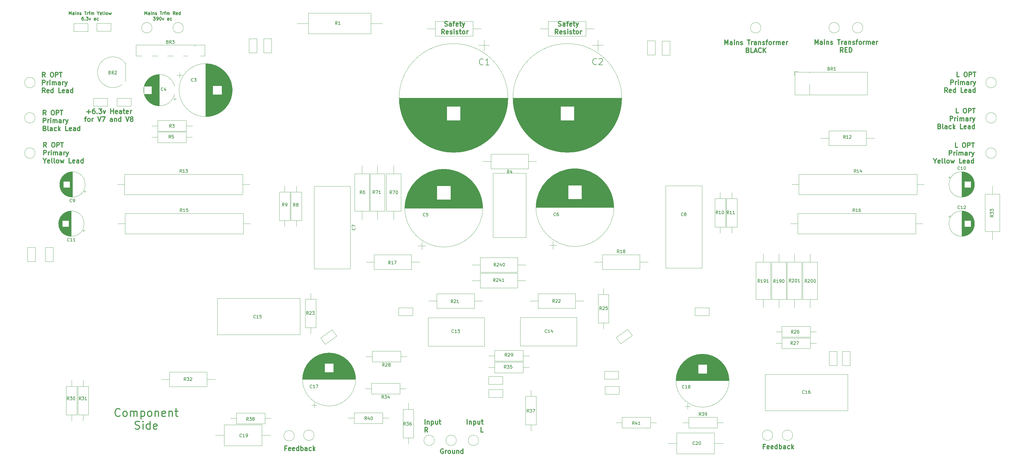
<source format=gbr>
G04 #@! TF.GenerationSoftware,KiCad,Pcbnew,(5.0.0)*
G04 #@! TF.CreationDate,2020-05-22T12:26:50+01:00*
G04 #@! TF.ProjectId,KIT88,4B495438382E6B696361645F70636200,rev?*
G04 #@! TF.SameCoordinates,Original*
G04 #@! TF.FileFunction,Legend,Top*
G04 #@! TF.FilePolarity,Positive*
%FSLAX46Y46*%
G04 Gerber Fmt 4.6, Leading zero omitted, Abs format (unit mm)*
G04 Created by KiCad (PCBNEW (5.0.0)) date 05/22/20 12:26:50*
%MOMM*%
%LPD*%
G01*
G04 APERTURE LIST*
%ADD10C,0.254000*%
%ADD11C,0.300000*%
%ADD12C,0.120000*%
%ADD13C,0.150000*%
G04 APERTURE END LIST*
D10*
X56231366Y-97322519D02*
X56231366Y-96306519D01*
X56570033Y-97032233D01*
X56908700Y-96306519D01*
X56908700Y-97322519D01*
X57827938Y-97322519D02*
X57827938Y-96790328D01*
X57779557Y-96693566D01*
X57682795Y-96645185D01*
X57489271Y-96645185D01*
X57392509Y-96693566D01*
X57827938Y-97274138D02*
X57731176Y-97322519D01*
X57489271Y-97322519D01*
X57392509Y-97274138D01*
X57344128Y-97177376D01*
X57344128Y-97080614D01*
X57392509Y-96983852D01*
X57489271Y-96935471D01*
X57731176Y-96935471D01*
X57827938Y-96887090D01*
X58311747Y-97322519D02*
X58311747Y-96645185D01*
X58311747Y-96306519D02*
X58263366Y-96354900D01*
X58311747Y-96403280D01*
X58360128Y-96354900D01*
X58311747Y-96306519D01*
X58311747Y-96403280D01*
X58795557Y-96645185D02*
X58795557Y-97322519D01*
X58795557Y-96741947D02*
X58843938Y-96693566D01*
X58940700Y-96645185D01*
X59085842Y-96645185D01*
X59182604Y-96693566D01*
X59230985Y-96790328D01*
X59230985Y-97322519D01*
X59666414Y-97274138D02*
X59763176Y-97322519D01*
X59956700Y-97322519D01*
X60053461Y-97274138D01*
X60101842Y-97177376D01*
X60101842Y-97128995D01*
X60053461Y-97032233D01*
X59956700Y-96983852D01*
X59811557Y-96983852D01*
X59714795Y-96935471D01*
X59666414Y-96838709D01*
X59666414Y-96790328D01*
X59714795Y-96693566D01*
X59811557Y-96645185D01*
X59956700Y-96645185D01*
X60053461Y-96693566D01*
X61166223Y-96306519D02*
X61746795Y-96306519D01*
X61456509Y-97322519D02*
X61456509Y-96306519D01*
X62085461Y-97322519D02*
X62085461Y-96645185D01*
X62085461Y-96838709D02*
X62133842Y-96741947D01*
X62182223Y-96693566D01*
X62278985Y-96645185D01*
X62375747Y-96645185D01*
X62569271Y-96645185D02*
X62956319Y-96645185D01*
X62714414Y-97322519D02*
X62714414Y-96451661D01*
X62762795Y-96354900D01*
X62859557Y-96306519D01*
X62956319Y-96306519D01*
X63294985Y-97322519D02*
X63294985Y-96645185D01*
X63294985Y-96741947D02*
X63343366Y-96693566D01*
X63440128Y-96645185D01*
X63585271Y-96645185D01*
X63682033Y-96693566D01*
X63730414Y-96790328D01*
X63730414Y-97322519D01*
X63730414Y-96790328D02*
X63778795Y-96693566D01*
X63875557Y-96645185D01*
X64020700Y-96645185D01*
X64117461Y-96693566D01*
X64165842Y-96790328D01*
X64165842Y-97322519D01*
X66004319Y-97322519D02*
X65665652Y-96838709D01*
X65423747Y-97322519D02*
X65423747Y-96306519D01*
X65810795Y-96306519D01*
X65907557Y-96354900D01*
X65955938Y-96403280D01*
X66004319Y-96500042D01*
X66004319Y-96645185D01*
X65955938Y-96741947D01*
X65907557Y-96790328D01*
X65810795Y-96838709D01*
X65423747Y-96838709D01*
X66826795Y-97274138D02*
X66730033Y-97322519D01*
X66536509Y-97322519D01*
X66439747Y-97274138D01*
X66391366Y-97177376D01*
X66391366Y-96790328D01*
X66439747Y-96693566D01*
X66536509Y-96645185D01*
X66730033Y-96645185D01*
X66826795Y-96693566D01*
X66875176Y-96790328D01*
X66875176Y-96887090D01*
X66391366Y-96983852D01*
X67746033Y-97322519D02*
X67746033Y-96306519D01*
X67746033Y-97274138D02*
X67649271Y-97322519D01*
X67455747Y-97322519D01*
X67358985Y-97274138D01*
X67310604Y-97225757D01*
X67262223Y-97128995D01*
X67262223Y-96838709D01*
X67310604Y-96741947D01*
X67358985Y-96693566D01*
X67455747Y-96645185D01*
X67649271Y-96645185D01*
X67746033Y-96693566D01*
X59013271Y-98084519D02*
X59642223Y-98084519D01*
X59303557Y-98471566D01*
X59448700Y-98471566D01*
X59545461Y-98519947D01*
X59593842Y-98568328D01*
X59642223Y-98665090D01*
X59642223Y-98906995D01*
X59593842Y-99003757D01*
X59545461Y-99052138D01*
X59448700Y-99100519D01*
X59158414Y-99100519D01*
X59061652Y-99052138D01*
X59013271Y-99003757D01*
X60126033Y-99100519D02*
X60319557Y-99100519D01*
X60416319Y-99052138D01*
X60464700Y-99003757D01*
X60561461Y-98858614D01*
X60609842Y-98665090D01*
X60609842Y-98278042D01*
X60561461Y-98181280D01*
X60513080Y-98132900D01*
X60416319Y-98084519D01*
X60222795Y-98084519D01*
X60126033Y-98132900D01*
X60077652Y-98181280D01*
X60029271Y-98278042D01*
X60029271Y-98519947D01*
X60077652Y-98616709D01*
X60126033Y-98665090D01*
X60222795Y-98713471D01*
X60416319Y-98713471D01*
X60513080Y-98665090D01*
X60561461Y-98616709D01*
X60609842Y-98519947D01*
X61238795Y-98084519D02*
X61335557Y-98084519D01*
X61432319Y-98132900D01*
X61480700Y-98181280D01*
X61529080Y-98278042D01*
X61577461Y-98471566D01*
X61577461Y-98713471D01*
X61529080Y-98906995D01*
X61480700Y-99003757D01*
X61432319Y-99052138D01*
X61335557Y-99100519D01*
X61238795Y-99100519D01*
X61142033Y-99052138D01*
X61093652Y-99003757D01*
X61045271Y-98906995D01*
X60996890Y-98713471D01*
X60996890Y-98471566D01*
X61045271Y-98278042D01*
X61093652Y-98181280D01*
X61142033Y-98132900D01*
X61238795Y-98084519D01*
X61916128Y-98423185D02*
X62158033Y-99100519D01*
X62399938Y-98423185D01*
X63996509Y-99100519D02*
X63996509Y-98568328D01*
X63948128Y-98471566D01*
X63851366Y-98423185D01*
X63657842Y-98423185D01*
X63561080Y-98471566D01*
X63996509Y-99052138D02*
X63899747Y-99100519D01*
X63657842Y-99100519D01*
X63561080Y-99052138D01*
X63512700Y-98955376D01*
X63512700Y-98858614D01*
X63561080Y-98761852D01*
X63657842Y-98713471D01*
X63899747Y-98713471D01*
X63996509Y-98665090D01*
X64915747Y-99052138D02*
X64818985Y-99100519D01*
X64625461Y-99100519D01*
X64528700Y-99052138D01*
X64480319Y-99003757D01*
X64431938Y-98906995D01*
X64431938Y-98616709D01*
X64480319Y-98519947D01*
X64528700Y-98471566D01*
X64625461Y-98423185D01*
X64818985Y-98423185D01*
X64915747Y-98471566D01*
X31769957Y-97322519D02*
X31769957Y-96306519D01*
X32108623Y-97032233D01*
X32447290Y-96306519D01*
X32447290Y-97322519D01*
X33366528Y-97322519D02*
X33366528Y-96790328D01*
X33318147Y-96693566D01*
X33221385Y-96645185D01*
X33027861Y-96645185D01*
X32931100Y-96693566D01*
X33366528Y-97274138D02*
X33269766Y-97322519D01*
X33027861Y-97322519D01*
X32931100Y-97274138D01*
X32882719Y-97177376D01*
X32882719Y-97080614D01*
X32931100Y-96983852D01*
X33027861Y-96935471D01*
X33269766Y-96935471D01*
X33366528Y-96887090D01*
X33850338Y-97322519D02*
X33850338Y-96645185D01*
X33850338Y-96306519D02*
X33801957Y-96354900D01*
X33850338Y-96403280D01*
X33898719Y-96354900D01*
X33850338Y-96306519D01*
X33850338Y-96403280D01*
X34334147Y-96645185D02*
X34334147Y-97322519D01*
X34334147Y-96741947D02*
X34382528Y-96693566D01*
X34479290Y-96645185D01*
X34624433Y-96645185D01*
X34721195Y-96693566D01*
X34769576Y-96790328D01*
X34769576Y-97322519D01*
X35205004Y-97274138D02*
X35301766Y-97322519D01*
X35495290Y-97322519D01*
X35592052Y-97274138D01*
X35640433Y-97177376D01*
X35640433Y-97128995D01*
X35592052Y-97032233D01*
X35495290Y-96983852D01*
X35350147Y-96983852D01*
X35253385Y-96935471D01*
X35205004Y-96838709D01*
X35205004Y-96790328D01*
X35253385Y-96693566D01*
X35350147Y-96645185D01*
X35495290Y-96645185D01*
X35592052Y-96693566D01*
X36704814Y-96306519D02*
X37285385Y-96306519D01*
X36995100Y-97322519D02*
X36995100Y-96306519D01*
X37624052Y-97322519D02*
X37624052Y-96645185D01*
X37624052Y-96838709D02*
X37672433Y-96741947D01*
X37720814Y-96693566D01*
X37817576Y-96645185D01*
X37914338Y-96645185D01*
X38107861Y-96645185D02*
X38494909Y-96645185D01*
X38253004Y-97322519D02*
X38253004Y-96451661D01*
X38301385Y-96354900D01*
X38398147Y-96306519D01*
X38494909Y-96306519D01*
X38833576Y-97322519D02*
X38833576Y-96645185D01*
X38833576Y-96741947D02*
X38881957Y-96693566D01*
X38978719Y-96645185D01*
X39123861Y-96645185D01*
X39220623Y-96693566D01*
X39269004Y-96790328D01*
X39269004Y-97322519D01*
X39269004Y-96790328D02*
X39317385Y-96693566D01*
X39414147Y-96645185D01*
X39559290Y-96645185D01*
X39656052Y-96693566D01*
X39704433Y-96790328D01*
X39704433Y-97322519D01*
X41155861Y-96838709D02*
X41155861Y-97322519D01*
X40817195Y-96306519D02*
X41155861Y-96838709D01*
X41494528Y-96306519D01*
X42220242Y-97274138D02*
X42123480Y-97322519D01*
X41929957Y-97322519D01*
X41833195Y-97274138D01*
X41784814Y-97177376D01*
X41784814Y-96790328D01*
X41833195Y-96693566D01*
X41929957Y-96645185D01*
X42123480Y-96645185D01*
X42220242Y-96693566D01*
X42268623Y-96790328D01*
X42268623Y-96887090D01*
X41784814Y-96983852D01*
X42849195Y-97322519D02*
X42752433Y-97274138D01*
X42704052Y-97177376D01*
X42704052Y-96306519D01*
X43381385Y-97322519D02*
X43284623Y-97274138D01*
X43236242Y-97177376D01*
X43236242Y-96306519D01*
X43913576Y-97322519D02*
X43816814Y-97274138D01*
X43768433Y-97225757D01*
X43720052Y-97128995D01*
X43720052Y-96838709D01*
X43768433Y-96741947D01*
X43816814Y-96693566D01*
X43913576Y-96645185D01*
X44058719Y-96645185D01*
X44155480Y-96693566D01*
X44203861Y-96741947D01*
X44252242Y-96838709D01*
X44252242Y-97128995D01*
X44203861Y-97225757D01*
X44155480Y-97274138D01*
X44058719Y-97322519D01*
X43913576Y-97322519D01*
X44590909Y-96645185D02*
X44784433Y-97322519D01*
X44977957Y-96838709D01*
X45171480Y-97322519D01*
X45365004Y-96645185D01*
X36317766Y-98084519D02*
X36124242Y-98084519D01*
X36027480Y-98132900D01*
X35979100Y-98181280D01*
X35882338Y-98326423D01*
X35833957Y-98519947D01*
X35833957Y-98906995D01*
X35882338Y-99003757D01*
X35930719Y-99052138D01*
X36027480Y-99100519D01*
X36221004Y-99100519D01*
X36317766Y-99052138D01*
X36366147Y-99003757D01*
X36414528Y-98906995D01*
X36414528Y-98665090D01*
X36366147Y-98568328D01*
X36317766Y-98519947D01*
X36221004Y-98471566D01*
X36027480Y-98471566D01*
X35930719Y-98519947D01*
X35882338Y-98568328D01*
X35833957Y-98665090D01*
X36849957Y-99003757D02*
X36898338Y-99052138D01*
X36849957Y-99100519D01*
X36801576Y-99052138D01*
X36849957Y-99003757D01*
X36849957Y-99100519D01*
X37237004Y-98084519D02*
X37865957Y-98084519D01*
X37527290Y-98471566D01*
X37672433Y-98471566D01*
X37769195Y-98519947D01*
X37817576Y-98568328D01*
X37865957Y-98665090D01*
X37865957Y-98906995D01*
X37817576Y-99003757D01*
X37769195Y-99052138D01*
X37672433Y-99100519D01*
X37382147Y-99100519D01*
X37285385Y-99052138D01*
X37237004Y-99003757D01*
X38204623Y-98423185D02*
X38446528Y-99100519D01*
X38688433Y-98423185D01*
X40285004Y-99100519D02*
X40285004Y-98568328D01*
X40236623Y-98471566D01*
X40139861Y-98423185D01*
X39946338Y-98423185D01*
X39849576Y-98471566D01*
X40285004Y-99052138D02*
X40188242Y-99100519D01*
X39946338Y-99100519D01*
X39849576Y-99052138D01*
X39801195Y-98955376D01*
X39801195Y-98858614D01*
X39849576Y-98761852D01*
X39946338Y-98713471D01*
X40188242Y-98713471D01*
X40285004Y-98665090D01*
X41204242Y-99052138D02*
X41107480Y-99100519D01*
X40913957Y-99100519D01*
X40817195Y-99052138D01*
X40768814Y-99003757D01*
X40720433Y-98906995D01*
X40720433Y-98616709D01*
X40768814Y-98519947D01*
X40817195Y-98471566D01*
X40913957Y-98423185D01*
X41107480Y-98423185D01*
X41204242Y-98471566D01*
D11*
X244042871Y-107112271D02*
X244042871Y-105612271D01*
X244542871Y-106683700D01*
X245042871Y-105612271D01*
X245042871Y-107112271D01*
X246400014Y-107112271D02*
X246400014Y-106326557D01*
X246328585Y-106183700D01*
X246185728Y-106112271D01*
X245900014Y-106112271D01*
X245757157Y-106183700D01*
X246400014Y-107040842D02*
X246257157Y-107112271D01*
X245900014Y-107112271D01*
X245757157Y-107040842D01*
X245685728Y-106897985D01*
X245685728Y-106755128D01*
X245757157Y-106612271D01*
X245900014Y-106540842D01*
X246257157Y-106540842D01*
X246400014Y-106469414D01*
X247114300Y-107112271D02*
X247114300Y-106112271D01*
X247114300Y-105612271D02*
X247042871Y-105683700D01*
X247114300Y-105755128D01*
X247185728Y-105683700D01*
X247114300Y-105612271D01*
X247114300Y-105755128D01*
X247828585Y-106112271D02*
X247828585Y-107112271D01*
X247828585Y-106255128D02*
X247900014Y-106183700D01*
X248042871Y-106112271D01*
X248257157Y-106112271D01*
X248400014Y-106183700D01*
X248471442Y-106326557D01*
X248471442Y-107112271D01*
X249114300Y-107040842D02*
X249257157Y-107112271D01*
X249542871Y-107112271D01*
X249685728Y-107040842D01*
X249757157Y-106897985D01*
X249757157Y-106826557D01*
X249685728Y-106683700D01*
X249542871Y-106612271D01*
X249328585Y-106612271D01*
X249185728Y-106540842D01*
X249114300Y-106397985D01*
X249114300Y-106326557D01*
X249185728Y-106183700D01*
X249328585Y-106112271D01*
X249542871Y-106112271D01*
X249685728Y-106183700D01*
X251328585Y-105612271D02*
X252185728Y-105612271D01*
X251757157Y-107112271D02*
X251757157Y-105612271D01*
X252685728Y-107112271D02*
X252685728Y-106112271D01*
X252685728Y-106397985D02*
X252757157Y-106255128D01*
X252828585Y-106183700D01*
X252971442Y-106112271D01*
X253114300Y-106112271D01*
X254257157Y-107112271D02*
X254257157Y-106326557D01*
X254185728Y-106183700D01*
X254042871Y-106112271D01*
X253757157Y-106112271D01*
X253614300Y-106183700D01*
X254257157Y-107040842D02*
X254114300Y-107112271D01*
X253757157Y-107112271D01*
X253614300Y-107040842D01*
X253542871Y-106897985D01*
X253542871Y-106755128D01*
X253614300Y-106612271D01*
X253757157Y-106540842D01*
X254114300Y-106540842D01*
X254257157Y-106469414D01*
X254971442Y-106112271D02*
X254971442Y-107112271D01*
X254971442Y-106255128D02*
X255042871Y-106183700D01*
X255185728Y-106112271D01*
X255400014Y-106112271D01*
X255542871Y-106183700D01*
X255614300Y-106326557D01*
X255614300Y-107112271D01*
X256257157Y-107040842D02*
X256400014Y-107112271D01*
X256685728Y-107112271D01*
X256828585Y-107040842D01*
X256900014Y-106897985D01*
X256900014Y-106826557D01*
X256828585Y-106683700D01*
X256685728Y-106612271D01*
X256471442Y-106612271D01*
X256328585Y-106540842D01*
X256257157Y-106397985D01*
X256257157Y-106326557D01*
X256328585Y-106183700D01*
X256471442Y-106112271D01*
X256685728Y-106112271D01*
X256828585Y-106183700D01*
X257328585Y-106112271D02*
X257900014Y-106112271D01*
X257542871Y-107112271D02*
X257542871Y-105826557D01*
X257614300Y-105683700D01*
X257757157Y-105612271D01*
X257900014Y-105612271D01*
X258614300Y-107112271D02*
X258471442Y-107040842D01*
X258400014Y-106969414D01*
X258328585Y-106826557D01*
X258328585Y-106397985D01*
X258400014Y-106255128D01*
X258471442Y-106183700D01*
X258614300Y-106112271D01*
X258828585Y-106112271D01*
X258971442Y-106183700D01*
X259042871Y-106255128D01*
X259114300Y-106397985D01*
X259114300Y-106826557D01*
X259042871Y-106969414D01*
X258971442Y-107040842D01*
X258828585Y-107112271D01*
X258614300Y-107112271D01*
X259757157Y-107112271D02*
X259757157Y-106112271D01*
X259757157Y-106397985D02*
X259828585Y-106255128D01*
X259900014Y-106183700D01*
X260042871Y-106112271D01*
X260185728Y-106112271D01*
X260685728Y-107112271D02*
X260685728Y-106112271D01*
X260685728Y-106255128D02*
X260757157Y-106183700D01*
X260900014Y-106112271D01*
X261114300Y-106112271D01*
X261257157Y-106183700D01*
X261328585Y-106326557D01*
X261328585Y-107112271D01*
X261328585Y-106326557D02*
X261400014Y-106183700D01*
X261542871Y-106112271D01*
X261757157Y-106112271D01*
X261900014Y-106183700D01*
X261971442Y-106326557D01*
X261971442Y-107112271D01*
X263257157Y-107040842D02*
X263114300Y-107112271D01*
X262828585Y-107112271D01*
X262685728Y-107040842D01*
X262614300Y-106897985D01*
X262614300Y-106326557D01*
X262685728Y-106183700D01*
X262828585Y-106112271D01*
X263114300Y-106112271D01*
X263257157Y-106183700D01*
X263328585Y-106326557D01*
X263328585Y-106469414D01*
X262614300Y-106612271D01*
X263971442Y-107112271D02*
X263971442Y-106112271D01*
X263971442Y-106397985D02*
X264042871Y-106255128D01*
X264114300Y-106183700D01*
X264257157Y-106112271D01*
X264400014Y-106112271D01*
X251471442Y-108876557D02*
X251685728Y-108947985D01*
X251757157Y-109019414D01*
X251828585Y-109162271D01*
X251828585Y-109376557D01*
X251757157Y-109519414D01*
X251685728Y-109590842D01*
X251542871Y-109662271D01*
X250971442Y-109662271D01*
X250971442Y-108162271D01*
X251471442Y-108162271D01*
X251614300Y-108233700D01*
X251685728Y-108305128D01*
X251757157Y-108447985D01*
X251757157Y-108590842D01*
X251685728Y-108733700D01*
X251614300Y-108805128D01*
X251471442Y-108876557D01*
X250971442Y-108876557D01*
X253185728Y-109662271D02*
X252471442Y-109662271D01*
X252471442Y-108162271D01*
X253614300Y-109233700D02*
X254328585Y-109233700D01*
X253471442Y-109662271D02*
X253971442Y-108162271D01*
X254471442Y-109662271D01*
X255828585Y-109519414D02*
X255757157Y-109590842D01*
X255542871Y-109662271D01*
X255400014Y-109662271D01*
X255185728Y-109590842D01*
X255042871Y-109447985D01*
X254971442Y-109305128D01*
X254900014Y-109019414D01*
X254900014Y-108805128D01*
X254971442Y-108519414D01*
X255042871Y-108376557D01*
X255185728Y-108233700D01*
X255400014Y-108162271D01*
X255542871Y-108162271D01*
X255757157Y-108233700D01*
X255828585Y-108305128D01*
X256471442Y-109662271D02*
X256471442Y-108162271D01*
X257328585Y-109662271D02*
X256685728Y-108805128D01*
X257328585Y-108162271D02*
X256471442Y-109019414D01*
X273202071Y-107023371D02*
X273202071Y-105523371D01*
X273702071Y-106594800D01*
X274202071Y-105523371D01*
X274202071Y-107023371D01*
X275559214Y-107023371D02*
X275559214Y-106237657D01*
X275487785Y-106094800D01*
X275344928Y-106023371D01*
X275059214Y-106023371D01*
X274916357Y-106094800D01*
X275559214Y-106951942D02*
X275416357Y-107023371D01*
X275059214Y-107023371D01*
X274916357Y-106951942D01*
X274844928Y-106809085D01*
X274844928Y-106666228D01*
X274916357Y-106523371D01*
X275059214Y-106451942D01*
X275416357Y-106451942D01*
X275559214Y-106380514D01*
X276273500Y-107023371D02*
X276273500Y-106023371D01*
X276273500Y-105523371D02*
X276202071Y-105594800D01*
X276273500Y-105666228D01*
X276344928Y-105594800D01*
X276273500Y-105523371D01*
X276273500Y-105666228D01*
X276987785Y-106023371D02*
X276987785Y-107023371D01*
X276987785Y-106166228D02*
X277059214Y-106094800D01*
X277202071Y-106023371D01*
X277416357Y-106023371D01*
X277559214Y-106094800D01*
X277630642Y-106237657D01*
X277630642Y-107023371D01*
X278273500Y-106951942D02*
X278416357Y-107023371D01*
X278702071Y-107023371D01*
X278844928Y-106951942D01*
X278916357Y-106809085D01*
X278916357Y-106737657D01*
X278844928Y-106594800D01*
X278702071Y-106523371D01*
X278487785Y-106523371D01*
X278344928Y-106451942D01*
X278273500Y-106309085D01*
X278273500Y-106237657D01*
X278344928Y-106094800D01*
X278487785Y-106023371D01*
X278702071Y-106023371D01*
X278844928Y-106094800D01*
X280487785Y-105523371D02*
X281344928Y-105523371D01*
X280916357Y-107023371D02*
X280916357Y-105523371D01*
X281844928Y-107023371D02*
X281844928Y-106023371D01*
X281844928Y-106309085D02*
X281916357Y-106166228D01*
X281987785Y-106094800D01*
X282130642Y-106023371D01*
X282273500Y-106023371D01*
X283416357Y-107023371D02*
X283416357Y-106237657D01*
X283344928Y-106094800D01*
X283202071Y-106023371D01*
X282916357Y-106023371D01*
X282773500Y-106094800D01*
X283416357Y-106951942D02*
X283273500Y-107023371D01*
X282916357Y-107023371D01*
X282773500Y-106951942D01*
X282702071Y-106809085D01*
X282702071Y-106666228D01*
X282773500Y-106523371D01*
X282916357Y-106451942D01*
X283273500Y-106451942D01*
X283416357Y-106380514D01*
X284130642Y-106023371D02*
X284130642Y-107023371D01*
X284130642Y-106166228D02*
X284202071Y-106094800D01*
X284344928Y-106023371D01*
X284559214Y-106023371D01*
X284702071Y-106094800D01*
X284773500Y-106237657D01*
X284773500Y-107023371D01*
X285416357Y-106951942D02*
X285559214Y-107023371D01*
X285844928Y-107023371D01*
X285987785Y-106951942D01*
X286059214Y-106809085D01*
X286059214Y-106737657D01*
X285987785Y-106594800D01*
X285844928Y-106523371D01*
X285630642Y-106523371D01*
X285487785Y-106451942D01*
X285416357Y-106309085D01*
X285416357Y-106237657D01*
X285487785Y-106094800D01*
X285630642Y-106023371D01*
X285844928Y-106023371D01*
X285987785Y-106094800D01*
X286487785Y-106023371D02*
X287059214Y-106023371D01*
X286702071Y-107023371D02*
X286702071Y-105737657D01*
X286773500Y-105594800D01*
X286916357Y-105523371D01*
X287059214Y-105523371D01*
X287773500Y-107023371D02*
X287630642Y-106951942D01*
X287559214Y-106880514D01*
X287487785Y-106737657D01*
X287487785Y-106309085D01*
X287559214Y-106166228D01*
X287630642Y-106094800D01*
X287773500Y-106023371D01*
X287987785Y-106023371D01*
X288130642Y-106094800D01*
X288202071Y-106166228D01*
X288273500Y-106309085D01*
X288273500Y-106737657D01*
X288202071Y-106880514D01*
X288130642Y-106951942D01*
X287987785Y-107023371D01*
X287773500Y-107023371D01*
X288916357Y-107023371D02*
X288916357Y-106023371D01*
X288916357Y-106309085D02*
X288987785Y-106166228D01*
X289059214Y-106094800D01*
X289202071Y-106023371D01*
X289344928Y-106023371D01*
X289844928Y-107023371D02*
X289844928Y-106023371D01*
X289844928Y-106166228D02*
X289916357Y-106094800D01*
X290059214Y-106023371D01*
X290273500Y-106023371D01*
X290416357Y-106094800D01*
X290487785Y-106237657D01*
X290487785Y-107023371D01*
X290487785Y-106237657D02*
X290559214Y-106094800D01*
X290702071Y-106023371D01*
X290916357Y-106023371D01*
X291059214Y-106094800D01*
X291130642Y-106237657D01*
X291130642Y-107023371D01*
X292416357Y-106951942D02*
X292273500Y-107023371D01*
X291987785Y-107023371D01*
X291844928Y-106951942D01*
X291773500Y-106809085D01*
X291773500Y-106237657D01*
X291844928Y-106094800D01*
X291987785Y-106023371D01*
X292273500Y-106023371D01*
X292416357Y-106094800D01*
X292487785Y-106237657D01*
X292487785Y-106380514D01*
X291773500Y-106523371D01*
X293130642Y-107023371D02*
X293130642Y-106023371D01*
X293130642Y-106309085D02*
X293202071Y-106166228D01*
X293273500Y-106094800D01*
X293416357Y-106023371D01*
X293559214Y-106023371D01*
X282309214Y-109573371D02*
X281809214Y-108859085D01*
X281452071Y-109573371D02*
X281452071Y-108073371D01*
X282023500Y-108073371D01*
X282166357Y-108144800D01*
X282237785Y-108216228D01*
X282309214Y-108359085D01*
X282309214Y-108573371D01*
X282237785Y-108716228D01*
X282166357Y-108787657D01*
X282023500Y-108859085D01*
X281452071Y-108859085D01*
X282952071Y-108787657D02*
X283452071Y-108787657D01*
X283666357Y-109573371D02*
X282952071Y-109573371D01*
X282952071Y-108073371D01*
X283666357Y-108073371D01*
X284309214Y-109573371D02*
X284309214Y-108073371D01*
X284666357Y-108073371D01*
X284880642Y-108144800D01*
X285023500Y-108287657D01*
X285094928Y-108430514D01*
X285166357Y-108716228D01*
X285166357Y-108930514D01*
X285094928Y-109216228D01*
X285023500Y-109359085D01*
X284880642Y-109501942D01*
X284666357Y-109573371D01*
X284309214Y-109573371D01*
X319386900Y-140393971D02*
X318672614Y-140393971D01*
X318672614Y-138893971D01*
X321315471Y-138893971D02*
X321601185Y-138893971D01*
X321744042Y-138965400D01*
X321886900Y-139108257D01*
X321958328Y-139393971D01*
X321958328Y-139893971D01*
X321886900Y-140179685D01*
X321744042Y-140322542D01*
X321601185Y-140393971D01*
X321315471Y-140393971D01*
X321172614Y-140322542D01*
X321029757Y-140179685D01*
X320958328Y-139893971D01*
X320958328Y-139393971D01*
X321029757Y-139108257D01*
X321172614Y-138965400D01*
X321315471Y-138893971D01*
X322601185Y-140393971D02*
X322601185Y-138893971D01*
X323172614Y-138893971D01*
X323315471Y-138965400D01*
X323386900Y-139036828D01*
X323458328Y-139179685D01*
X323458328Y-139393971D01*
X323386900Y-139536828D01*
X323315471Y-139608257D01*
X323172614Y-139679685D01*
X322601185Y-139679685D01*
X323886900Y-138893971D02*
X324744042Y-138893971D01*
X324315471Y-140393971D02*
X324315471Y-138893971D01*
X316672614Y-142943971D02*
X316672614Y-141443971D01*
X317244042Y-141443971D01*
X317386900Y-141515400D01*
X317458328Y-141586828D01*
X317529757Y-141729685D01*
X317529757Y-141943971D01*
X317458328Y-142086828D01*
X317386900Y-142158257D01*
X317244042Y-142229685D01*
X316672614Y-142229685D01*
X318172614Y-142943971D02*
X318172614Y-141943971D01*
X318172614Y-142229685D02*
X318244042Y-142086828D01*
X318315471Y-142015400D01*
X318458328Y-141943971D01*
X318601185Y-141943971D01*
X319101185Y-142943971D02*
X319101185Y-141943971D01*
X319101185Y-141443971D02*
X319029757Y-141515400D01*
X319101185Y-141586828D01*
X319172614Y-141515400D01*
X319101185Y-141443971D01*
X319101185Y-141586828D01*
X319815471Y-142943971D02*
X319815471Y-141943971D01*
X319815471Y-142086828D02*
X319886900Y-142015400D01*
X320029757Y-141943971D01*
X320244042Y-141943971D01*
X320386900Y-142015400D01*
X320458328Y-142158257D01*
X320458328Y-142943971D01*
X320458328Y-142158257D02*
X320529757Y-142015400D01*
X320672614Y-141943971D01*
X320886900Y-141943971D01*
X321029757Y-142015400D01*
X321101185Y-142158257D01*
X321101185Y-142943971D01*
X322458328Y-142943971D02*
X322458328Y-142158257D01*
X322386900Y-142015400D01*
X322244042Y-141943971D01*
X321958328Y-141943971D01*
X321815471Y-142015400D01*
X322458328Y-142872542D02*
X322315471Y-142943971D01*
X321958328Y-142943971D01*
X321815471Y-142872542D01*
X321744042Y-142729685D01*
X321744042Y-142586828D01*
X321815471Y-142443971D01*
X321958328Y-142372542D01*
X322315471Y-142372542D01*
X322458328Y-142301114D01*
X323172614Y-142943971D02*
X323172614Y-141943971D01*
X323172614Y-142229685D02*
X323244042Y-142086828D01*
X323315471Y-142015400D01*
X323458328Y-141943971D01*
X323601185Y-141943971D01*
X323958328Y-141943971D02*
X324315471Y-142943971D01*
X324672614Y-141943971D02*
X324315471Y-142943971D01*
X324172614Y-143301114D01*
X324101185Y-143372542D01*
X323958328Y-143443971D01*
X312101185Y-144779685D02*
X312101185Y-145493971D01*
X311601185Y-143993971D02*
X312101185Y-144779685D01*
X312601185Y-143993971D01*
X313672614Y-145422542D02*
X313529757Y-145493971D01*
X313244042Y-145493971D01*
X313101185Y-145422542D01*
X313029757Y-145279685D01*
X313029757Y-144708257D01*
X313101185Y-144565400D01*
X313244042Y-144493971D01*
X313529757Y-144493971D01*
X313672614Y-144565400D01*
X313744042Y-144708257D01*
X313744042Y-144851114D01*
X313029757Y-144993971D01*
X314601185Y-145493971D02*
X314458328Y-145422542D01*
X314386900Y-145279685D01*
X314386900Y-143993971D01*
X315386900Y-145493971D02*
X315244042Y-145422542D01*
X315172614Y-145279685D01*
X315172614Y-143993971D01*
X316172614Y-145493971D02*
X316029757Y-145422542D01*
X315958328Y-145351114D01*
X315886900Y-145208257D01*
X315886900Y-144779685D01*
X315958328Y-144636828D01*
X316029757Y-144565400D01*
X316172614Y-144493971D01*
X316386900Y-144493971D01*
X316529757Y-144565400D01*
X316601185Y-144636828D01*
X316672614Y-144779685D01*
X316672614Y-145208257D01*
X316601185Y-145351114D01*
X316529757Y-145422542D01*
X316386900Y-145493971D01*
X316172614Y-145493971D01*
X317172614Y-144493971D02*
X317458328Y-145493971D01*
X317744042Y-144779685D01*
X318029757Y-145493971D01*
X318315471Y-144493971D01*
X320744042Y-145493971D02*
X320029757Y-145493971D01*
X320029757Y-143993971D01*
X321815471Y-145422542D02*
X321672614Y-145493971D01*
X321386900Y-145493971D01*
X321244042Y-145422542D01*
X321172614Y-145279685D01*
X321172614Y-144708257D01*
X321244042Y-144565400D01*
X321386900Y-144493971D01*
X321672614Y-144493971D01*
X321815471Y-144565400D01*
X321886900Y-144708257D01*
X321886900Y-144851114D01*
X321172614Y-144993971D01*
X323172614Y-145493971D02*
X323172614Y-144708257D01*
X323101185Y-144565400D01*
X322958328Y-144493971D01*
X322672614Y-144493971D01*
X322529757Y-144565400D01*
X323172614Y-145422542D02*
X323029757Y-145493971D01*
X322672614Y-145493971D01*
X322529757Y-145422542D01*
X322458328Y-145279685D01*
X322458328Y-145136828D01*
X322529757Y-144993971D01*
X322672614Y-144922542D01*
X323029757Y-144922542D01*
X323172614Y-144851114D01*
X324529757Y-145493971D02*
X324529757Y-143993971D01*
X324529757Y-145422542D02*
X324386900Y-145493971D01*
X324101185Y-145493971D01*
X323958328Y-145422542D01*
X323886900Y-145351114D01*
X323815471Y-145208257D01*
X323815471Y-144779685D01*
X323886900Y-144636828D01*
X323958328Y-144565400D01*
X324101185Y-144493971D01*
X324386900Y-144493971D01*
X324529757Y-144565400D01*
X319679000Y-129230671D02*
X318964714Y-129230671D01*
X318964714Y-127730671D01*
X321607571Y-127730671D02*
X321893285Y-127730671D01*
X322036142Y-127802100D01*
X322179000Y-127944957D01*
X322250428Y-128230671D01*
X322250428Y-128730671D01*
X322179000Y-129016385D01*
X322036142Y-129159242D01*
X321893285Y-129230671D01*
X321607571Y-129230671D01*
X321464714Y-129159242D01*
X321321857Y-129016385D01*
X321250428Y-128730671D01*
X321250428Y-128230671D01*
X321321857Y-127944957D01*
X321464714Y-127802100D01*
X321607571Y-127730671D01*
X322893285Y-129230671D02*
X322893285Y-127730671D01*
X323464714Y-127730671D01*
X323607571Y-127802100D01*
X323679000Y-127873528D01*
X323750428Y-128016385D01*
X323750428Y-128230671D01*
X323679000Y-128373528D01*
X323607571Y-128444957D01*
X323464714Y-128516385D01*
X322893285Y-128516385D01*
X324179000Y-127730671D02*
X325036142Y-127730671D01*
X324607571Y-129230671D02*
X324607571Y-127730671D01*
X316964714Y-131780671D02*
X316964714Y-130280671D01*
X317536142Y-130280671D01*
X317679000Y-130352100D01*
X317750428Y-130423528D01*
X317821857Y-130566385D01*
X317821857Y-130780671D01*
X317750428Y-130923528D01*
X317679000Y-130994957D01*
X317536142Y-131066385D01*
X316964714Y-131066385D01*
X318464714Y-131780671D02*
X318464714Y-130780671D01*
X318464714Y-131066385D02*
X318536142Y-130923528D01*
X318607571Y-130852100D01*
X318750428Y-130780671D01*
X318893285Y-130780671D01*
X319393285Y-131780671D02*
X319393285Y-130780671D01*
X319393285Y-130280671D02*
X319321857Y-130352100D01*
X319393285Y-130423528D01*
X319464714Y-130352100D01*
X319393285Y-130280671D01*
X319393285Y-130423528D01*
X320107571Y-131780671D02*
X320107571Y-130780671D01*
X320107571Y-130923528D02*
X320179000Y-130852100D01*
X320321857Y-130780671D01*
X320536142Y-130780671D01*
X320679000Y-130852100D01*
X320750428Y-130994957D01*
X320750428Y-131780671D01*
X320750428Y-130994957D02*
X320821857Y-130852100D01*
X320964714Y-130780671D01*
X321179000Y-130780671D01*
X321321857Y-130852100D01*
X321393285Y-130994957D01*
X321393285Y-131780671D01*
X322750428Y-131780671D02*
X322750428Y-130994957D01*
X322679000Y-130852100D01*
X322536142Y-130780671D01*
X322250428Y-130780671D01*
X322107571Y-130852100D01*
X322750428Y-131709242D02*
X322607571Y-131780671D01*
X322250428Y-131780671D01*
X322107571Y-131709242D01*
X322036142Y-131566385D01*
X322036142Y-131423528D01*
X322107571Y-131280671D01*
X322250428Y-131209242D01*
X322607571Y-131209242D01*
X322750428Y-131137814D01*
X323464714Y-131780671D02*
X323464714Y-130780671D01*
X323464714Y-131066385D02*
X323536142Y-130923528D01*
X323607571Y-130852100D01*
X323750428Y-130780671D01*
X323893285Y-130780671D01*
X324250428Y-130780671D02*
X324607571Y-131780671D01*
X324964714Y-130780671D02*
X324607571Y-131780671D01*
X324464714Y-132137814D01*
X324393285Y-132209242D01*
X324250428Y-132280671D01*
X313536142Y-133544957D02*
X313750428Y-133616385D01*
X313821857Y-133687814D01*
X313893285Y-133830671D01*
X313893285Y-134044957D01*
X313821857Y-134187814D01*
X313750428Y-134259242D01*
X313607571Y-134330671D01*
X313036142Y-134330671D01*
X313036142Y-132830671D01*
X313536142Y-132830671D01*
X313679000Y-132902100D01*
X313750428Y-132973528D01*
X313821857Y-133116385D01*
X313821857Y-133259242D01*
X313750428Y-133402100D01*
X313679000Y-133473528D01*
X313536142Y-133544957D01*
X313036142Y-133544957D01*
X314750428Y-134330671D02*
X314607571Y-134259242D01*
X314536142Y-134116385D01*
X314536142Y-132830671D01*
X315964714Y-134330671D02*
X315964714Y-133544957D01*
X315893285Y-133402100D01*
X315750428Y-133330671D01*
X315464714Y-133330671D01*
X315321857Y-133402100D01*
X315964714Y-134259242D02*
X315821857Y-134330671D01*
X315464714Y-134330671D01*
X315321857Y-134259242D01*
X315250428Y-134116385D01*
X315250428Y-133973528D01*
X315321857Y-133830671D01*
X315464714Y-133759242D01*
X315821857Y-133759242D01*
X315964714Y-133687814D01*
X317321857Y-134259242D02*
X317179000Y-134330671D01*
X316893285Y-134330671D01*
X316750428Y-134259242D01*
X316679000Y-134187814D01*
X316607571Y-134044957D01*
X316607571Y-133616385D01*
X316679000Y-133473528D01*
X316750428Y-133402100D01*
X316893285Y-133330671D01*
X317179000Y-133330671D01*
X317321857Y-133402100D01*
X317964714Y-134330671D02*
X317964714Y-132830671D01*
X318107571Y-133759242D02*
X318536142Y-134330671D01*
X318536142Y-133330671D02*
X317964714Y-133902100D01*
X321036142Y-134330671D02*
X320321857Y-134330671D01*
X320321857Y-132830671D01*
X322107571Y-134259242D02*
X321964714Y-134330671D01*
X321679000Y-134330671D01*
X321536142Y-134259242D01*
X321464714Y-134116385D01*
X321464714Y-133544957D01*
X321536142Y-133402100D01*
X321679000Y-133330671D01*
X321964714Y-133330671D01*
X322107571Y-133402100D01*
X322179000Y-133544957D01*
X322179000Y-133687814D01*
X321464714Y-133830671D01*
X323464714Y-134330671D02*
X323464714Y-133544957D01*
X323393285Y-133402100D01*
X323250428Y-133330671D01*
X322964714Y-133330671D01*
X322821857Y-133402100D01*
X323464714Y-134259242D02*
X323321857Y-134330671D01*
X322964714Y-134330671D01*
X322821857Y-134259242D01*
X322750428Y-134116385D01*
X322750428Y-133973528D01*
X322821857Y-133830671D01*
X322964714Y-133759242D01*
X323321857Y-133759242D01*
X323464714Y-133687814D01*
X324821857Y-134330671D02*
X324821857Y-132830671D01*
X324821857Y-134259242D02*
X324679000Y-134330671D01*
X324393285Y-134330671D01*
X324250428Y-134259242D01*
X324179000Y-134187814D01*
X324107571Y-134044957D01*
X324107571Y-133616385D01*
X324179000Y-133473528D01*
X324250428Y-133402100D01*
X324393285Y-133330671D01*
X324679000Y-133330671D01*
X324821857Y-133402100D01*
X319894900Y-117495871D02*
X319180614Y-117495871D01*
X319180614Y-115995871D01*
X321823471Y-115995871D02*
X322109185Y-115995871D01*
X322252042Y-116067300D01*
X322394900Y-116210157D01*
X322466328Y-116495871D01*
X322466328Y-116995871D01*
X322394900Y-117281585D01*
X322252042Y-117424442D01*
X322109185Y-117495871D01*
X321823471Y-117495871D01*
X321680614Y-117424442D01*
X321537757Y-117281585D01*
X321466328Y-116995871D01*
X321466328Y-116495871D01*
X321537757Y-116210157D01*
X321680614Y-116067300D01*
X321823471Y-115995871D01*
X323109185Y-117495871D02*
X323109185Y-115995871D01*
X323680614Y-115995871D01*
X323823471Y-116067300D01*
X323894900Y-116138728D01*
X323966328Y-116281585D01*
X323966328Y-116495871D01*
X323894900Y-116638728D01*
X323823471Y-116710157D01*
X323680614Y-116781585D01*
X323109185Y-116781585D01*
X324394900Y-115995871D02*
X325252042Y-115995871D01*
X324823471Y-117495871D02*
X324823471Y-115995871D01*
X317180614Y-120045871D02*
X317180614Y-118545871D01*
X317752042Y-118545871D01*
X317894900Y-118617300D01*
X317966328Y-118688728D01*
X318037757Y-118831585D01*
X318037757Y-119045871D01*
X317966328Y-119188728D01*
X317894900Y-119260157D01*
X317752042Y-119331585D01*
X317180614Y-119331585D01*
X318680614Y-120045871D02*
X318680614Y-119045871D01*
X318680614Y-119331585D02*
X318752042Y-119188728D01*
X318823471Y-119117300D01*
X318966328Y-119045871D01*
X319109185Y-119045871D01*
X319609185Y-120045871D02*
X319609185Y-119045871D01*
X319609185Y-118545871D02*
X319537757Y-118617300D01*
X319609185Y-118688728D01*
X319680614Y-118617300D01*
X319609185Y-118545871D01*
X319609185Y-118688728D01*
X320323471Y-120045871D02*
X320323471Y-119045871D01*
X320323471Y-119188728D02*
X320394900Y-119117300D01*
X320537757Y-119045871D01*
X320752042Y-119045871D01*
X320894900Y-119117300D01*
X320966328Y-119260157D01*
X320966328Y-120045871D01*
X320966328Y-119260157D02*
X321037757Y-119117300D01*
X321180614Y-119045871D01*
X321394900Y-119045871D01*
X321537757Y-119117300D01*
X321609185Y-119260157D01*
X321609185Y-120045871D01*
X322966328Y-120045871D02*
X322966328Y-119260157D01*
X322894900Y-119117300D01*
X322752042Y-119045871D01*
X322466328Y-119045871D01*
X322323471Y-119117300D01*
X322966328Y-119974442D02*
X322823471Y-120045871D01*
X322466328Y-120045871D01*
X322323471Y-119974442D01*
X322252042Y-119831585D01*
X322252042Y-119688728D01*
X322323471Y-119545871D01*
X322466328Y-119474442D01*
X322823471Y-119474442D01*
X322966328Y-119403014D01*
X323680614Y-120045871D02*
X323680614Y-119045871D01*
X323680614Y-119331585D02*
X323752042Y-119188728D01*
X323823471Y-119117300D01*
X323966328Y-119045871D01*
X324109185Y-119045871D01*
X324466328Y-119045871D02*
X324823471Y-120045871D01*
X325180614Y-119045871D02*
X324823471Y-120045871D01*
X324680614Y-120403014D01*
X324609185Y-120474442D01*
X324466328Y-120545871D01*
X316109185Y-122595871D02*
X315609185Y-121881585D01*
X315252042Y-122595871D02*
X315252042Y-121095871D01*
X315823471Y-121095871D01*
X315966328Y-121167300D01*
X316037757Y-121238728D01*
X316109185Y-121381585D01*
X316109185Y-121595871D01*
X316037757Y-121738728D01*
X315966328Y-121810157D01*
X315823471Y-121881585D01*
X315252042Y-121881585D01*
X317323471Y-122524442D02*
X317180614Y-122595871D01*
X316894900Y-122595871D01*
X316752042Y-122524442D01*
X316680614Y-122381585D01*
X316680614Y-121810157D01*
X316752042Y-121667300D01*
X316894900Y-121595871D01*
X317180614Y-121595871D01*
X317323471Y-121667300D01*
X317394900Y-121810157D01*
X317394900Y-121953014D01*
X316680614Y-122095871D01*
X318680614Y-122595871D02*
X318680614Y-121095871D01*
X318680614Y-122524442D02*
X318537757Y-122595871D01*
X318252042Y-122595871D01*
X318109185Y-122524442D01*
X318037757Y-122453014D01*
X317966328Y-122310157D01*
X317966328Y-121881585D01*
X318037757Y-121738728D01*
X318109185Y-121667300D01*
X318252042Y-121595871D01*
X318537757Y-121595871D01*
X318680614Y-121667300D01*
X321252042Y-122595871D02*
X320537757Y-122595871D01*
X320537757Y-121095871D01*
X322323471Y-122524442D02*
X322180614Y-122595871D01*
X321894900Y-122595871D01*
X321752042Y-122524442D01*
X321680614Y-122381585D01*
X321680614Y-121810157D01*
X321752042Y-121667300D01*
X321894900Y-121595871D01*
X322180614Y-121595871D01*
X322323471Y-121667300D01*
X322394900Y-121810157D01*
X322394900Y-121953014D01*
X321680614Y-122095871D01*
X323680614Y-122595871D02*
X323680614Y-121810157D01*
X323609185Y-121667300D01*
X323466328Y-121595871D01*
X323180614Y-121595871D01*
X323037757Y-121667300D01*
X323680614Y-122524442D02*
X323537757Y-122595871D01*
X323180614Y-122595871D01*
X323037757Y-122524442D01*
X322966328Y-122381585D01*
X322966328Y-122238728D01*
X323037757Y-122095871D01*
X323180614Y-122024442D01*
X323537757Y-122024442D01*
X323680614Y-121953014D01*
X325037757Y-122595871D02*
X325037757Y-121095871D01*
X325037757Y-122524442D02*
X324894900Y-122595871D01*
X324609185Y-122595871D01*
X324466328Y-122524442D01*
X324394900Y-122453014D01*
X324323471Y-122310157D01*
X324323471Y-121881585D01*
X324394900Y-121738728D01*
X324466328Y-121667300D01*
X324609185Y-121595871D01*
X324894900Y-121595871D01*
X325037757Y-121667300D01*
X24421685Y-140317771D02*
X23921685Y-139603485D01*
X23564542Y-140317771D02*
X23564542Y-138817771D01*
X24135971Y-138817771D01*
X24278828Y-138889200D01*
X24350257Y-138960628D01*
X24421685Y-139103485D01*
X24421685Y-139317771D01*
X24350257Y-139460628D01*
X24278828Y-139532057D01*
X24135971Y-139603485D01*
X23564542Y-139603485D01*
X26493114Y-138817771D02*
X26778828Y-138817771D01*
X26921685Y-138889200D01*
X27064542Y-139032057D01*
X27135971Y-139317771D01*
X27135971Y-139817771D01*
X27064542Y-140103485D01*
X26921685Y-140246342D01*
X26778828Y-140317771D01*
X26493114Y-140317771D01*
X26350257Y-140246342D01*
X26207400Y-140103485D01*
X26135971Y-139817771D01*
X26135971Y-139317771D01*
X26207400Y-139032057D01*
X26350257Y-138889200D01*
X26493114Y-138817771D01*
X27778828Y-140317771D02*
X27778828Y-138817771D01*
X28350257Y-138817771D01*
X28493114Y-138889200D01*
X28564542Y-138960628D01*
X28635971Y-139103485D01*
X28635971Y-139317771D01*
X28564542Y-139460628D01*
X28493114Y-139532057D01*
X28350257Y-139603485D01*
X27778828Y-139603485D01*
X29064542Y-138817771D02*
X29921685Y-138817771D01*
X29493114Y-140317771D02*
X29493114Y-138817771D01*
X23564542Y-142867771D02*
X23564542Y-141367771D01*
X24135971Y-141367771D01*
X24278828Y-141439200D01*
X24350257Y-141510628D01*
X24421685Y-141653485D01*
X24421685Y-141867771D01*
X24350257Y-142010628D01*
X24278828Y-142082057D01*
X24135971Y-142153485D01*
X23564542Y-142153485D01*
X25064542Y-142867771D02*
X25064542Y-141867771D01*
X25064542Y-142153485D02*
X25135971Y-142010628D01*
X25207400Y-141939200D01*
X25350257Y-141867771D01*
X25493114Y-141867771D01*
X25993114Y-142867771D02*
X25993114Y-141867771D01*
X25993114Y-141367771D02*
X25921685Y-141439200D01*
X25993114Y-141510628D01*
X26064542Y-141439200D01*
X25993114Y-141367771D01*
X25993114Y-141510628D01*
X26707400Y-142867771D02*
X26707400Y-141867771D01*
X26707400Y-142010628D02*
X26778828Y-141939200D01*
X26921685Y-141867771D01*
X27135971Y-141867771D01*
X27278828Y-141939200D01*
X27350257Y-142082057D01*
X27350257Y-142867771D01*
X27350257Y-142082057D02*
X27421685Y-141939200D01*
X27564542Y-141867771D01*
X27778828Y-141867771D01*
X27921685Y-141939200D01*
X27993114Y-142082057D01*
X27993114Y-142867771D01*
X29350257Y-142867771D02*
X29350257Y-142082057D01*
X29278828Y-141939200D01*
X29135971Y-141867771D01*
X28850257Y-141867771D01*
X28707400Y-141939200D01*
X29350257Y-142796342D02*
X29207400Y-142867771D01*
X28850257Y-142867771D01*
X28707400Y-142796342D01*
X28635971Y-142653485D01*
X28635971Y-142510628D01*
X28707400Y-142367771D01*
X28850257Y-142296342D01*
X29207400Y-142296342D01*
X29350257Y-142224914D01*
X30064542Y-142867771D02*
X30064542Y-141867771D01*
X30064542Y-142153485D02*
X30135971Y-142010628D01*
X30207400Y-141939200D01*
X30350257Y-141867771D01*
X30493114Y-141867771D01*
X30850257Y-141867771D02*
X31207400Y-142867771D01*
X31564542Y-141867771D02*
X31207400Y-142867771D01*
X31064542Y-143224914D01*
X30993114Y-143296342D01*
X30850257Y-143367771D01*
X23850257Y-144703485D02*
X23850257Y-145417771D01*
X23350257Y-143917771D02*
X23850257Y-144703485D01*
X24350257Y-143917771D01*
X25421685Y-145346342D02*
X25278828Y-145417771D01*
X24993114Y-145417771D01*
X24850257Y-145346342D01*
X24778828Y-145203485D01*
X24778828Y-144632057D01*
X24850257Y-144489200D01*
X24993114Y-144417771D01*
X25278828Y-144417771D01*
X25421685Y-144489200D01*
X25493114Y-144632057D01*
X25493114Y-144774914D01*
X24778828Y-144917771D01*
X26350257Y-145417771D02*
X26207400Y-145346342D01*
X26135971Y-145203485D01*
X26135971Y-143917771D01*
X27135971Y-145417771D02*
X26993114Y-145346342D01*
X26921685Y-145203485D01*
X26921685Y-143917771D01*
X27921685Y-145417771D02*
X27778828Y-145346342D01*
X27707400Y-145274914D01*
X27635971Y-145132057D01*
X27635971Y-144703485D01*
X27707400Y-144560628D01*
X27778828Y-144489200D01*
X27921685Y-144417771D01*
X28135971Y-144417771D01*
X28278828Y-144489200D01*
X28350257Y-144560628D01*
X28421685Y-144703485D01*
X28421685Y-145132057D01*
X28350257Y-145274914D01*
X28278828Y-145346342D01*
X28135971Y-145417771D01*
X27921685Y-145417771D01*
X28921685Y-144417771D02*
X29207400Y-145417771D01*
X29493114Y-144703485D01*
X29778828Y-145417771D01*
X30064542Y-144417771D01*
X32493114Y-145417771D02*
X31778828Y-145417771D01*
X31778828Y-143917771D01*
X33564542Y-145346342D02*
X33421685Y-145417771D01*
X33135971Y-145417771D01*
X32993114Y-145346342D01*
X32921685Y-145203485D01*
X32921685Y-144632057D01*
X32993114Y-144489200D01*
X33135971Y-144417771D01*
X33421685Y-144417771D01*
X33564542Y-144489200D01*
X33635971Y-144632057D01*
X33635971Y-144774914D01*
X32921685Y-144917771D01*
X34921685Y-145417771D02*
X34921685Y-144632057D01*
X34850257Y-144489200D01*
X34707400Y-144417771D01*
X34421685Y-144417771D01*
X34278828Y-144489200D01*
X34921685Y-145346342D02*
X34778828Y-145417771D01*
X34421685Y-145417771D01*
X34278828Y-145346342D01*
X34207400Y-145203485D01*
X34207400Y-145060628D01*
X34278828Y-144917771D01*
X34421685Y-144846342D01*
X34778828Y-144846342D01*
X34921685Y-144774914D01*
X36278828Y-145417771D02*
X36278828Y-143917771D01*
X36278828Y-145346342D02*
X36135971Y-145417771D01*
X35850257Y-145417771D01*
X35707400Y-145346342D01*
X35635971Y-145274914D01*
X35564542Y-145132057D01*
X35564542Y-144703485D01*
X35635971Y-144560628D01*
X35707400Y-144489200D01*
X35850257Y-144417771D01*
X36135971Y-144417771D01*
X36278828Y-144489200D01*
X24256585Y-129891071D02*
X23756585Y-129176785D01*
X23399442Y-129891071D02*
X23399442Y-128391071D01*
X23970871Y-128391071D01*
X24113728Y-128462500D01*
X24185157Y-128533928D01*
X24256585Y-128676785D01*
X24256585Y-128891071D01*
X24185157Y-129033928D01*
X24113728Y-129105357D01*
X23970871Y-129176785D01*
X23399442Y-129176785D01*
X26328014Y-128391071D02*
X26613728Y-128391071D01*
X26756585Y-128462500D01*
X26899442Y-128605357D01*
X26970871Y-128891071D01*
X26970871Y-129391071D01*
X26899442Y-129676785D01*
X26756585Y-129819642D01*
X26613728Y-129891071D01*
X26328014Y-129891071D01*
X26185157Y-129819642D01*
X26042300Y-129676785D01*
X25970871Y-129391071D01*
X25970871Y-128891071D01*
X26042300Y-128605357D01*
X26185157Y-128462500D01*
X26328014Y-128391071D01*
X27613728Y-129891071D02*
X27613728Y-128391071D01*
X28185157Y-128391071D01*
X28328014Y-128462500D01*
X28399442Y-128533928D01*
X28470871Y-128676785D01*
X28470871Y-128891071D01*
X28399442Y-129033928D01*
X28328014Y-129105357D01*
X28185157Y-129176785D01*
X27613728Y-129176785D01*
X28899442Y-128391071D02*
X29756585Y-128391071D01*
X29328014Y-129891071D02*
X29328014Y-128391071D01*
X23399442Y-132441071D02*
X23399442Y-130941071D01*
X23970871Y-130941071D01*
X24113728Y-131012500D01*
X24185157Y-131083928D01*
X24256585Y-131226785D01*
X24256585Y-131441071D01*
X24185157Y-131583928D01*
X24113728Y-131655357D01*
X23970871Y-131726785D01*
X23399442Y-131726785D01*
X24899442Y-132441071D02*
X24899442Y-131441071D01*
X24899442Y-131726785D02*
X24970871Y-131583928D01*
X25042300Y-131512500D01*
X25185157Y-131441071D01*
X25328014Y-131441071D01*
X25828014Y-132441071D02*
X25828014Y-131441071D01*
X25828014Y-130941071D02*
X25756585Y-131012500D01*
X25828014Y-131083928D01*
X25899442Y-131012500D01*
X25828014Y-130941071D01*
X25828014Y-131083928D01*
X26542300Y-132441071D02*
X26542300Y-131441071D01*
X26542300Y-131583928D02*
X26613728Y-131512500D01*
X26756585Y-131441071D01*
X26970871Y-131441071D01*
X27113728Y-131512500D01*
X27185157Y-131655357D01*
X27185157Y-132441071D01*
X27185157Y-131655357D02*
X27256585Y-131512500D01*
X27399442Y-131441071D01*
X27613728Y-131441071D01*
X27756585Y-131512500D01*
X27828014Y-131655357D01*
X27828014Y-132441071D01*
X29185157Y-132441071D02*
X29185157Y-131655357D01*
X29113728Y-131512500D01*
X28970871Y-131441071D01*
X28685157Y-131441071D01*
X28542300Y-131512500D01*
X29185157Y-132369642D02*
X29042300Y-132441071D01*
X28685157Y-132441071D01*
X28542300Y-132369642D01*
X28470871Y-132226785D01*
X28470871Y-132083928D01*
X28542300Y-131941071D01*
X28685157Y-131869642D01*
X29042300Y-131869642D01*
X29185157Y-131798214D01*
X29899442Y-132441071D02*
X29899442Y-131441071D01*
X29899442Y-131726785D02*
X29970871Y-131583928D01*
X30042300Y-131512500D01*
X30185157Y-131441071D01*
X30328014Y-131441071D01*
X30685157Y-131441071D02*
X31042300Y-132441071D01*
X31399442Y-131441071D02*
X31042300Y-132441071D01*
X30899442Y-132798214D01*
X30828014Y-132869642D01*
X30685157Y-132941071D01*
X23899442Y-134205357D02*
X24113728Y-134276785D01*
X24185157Y-134348214D01*
X24256585Y-134491071D01*
X24256585Y-134705357D01*
X24185157Y-134848214D01*
X24113728Y-134919642D01*
X23970871Y-134991071D01*
X23399442Y-134991071D01*
X23399442Y-133491071D01*
X23899442Y-133491071D01*
X24042300Y-133562500D01*
X24113728Y-133633928D01*
X24185157Y-133776785D01*
X24185157Y-133919642D01*
X24113728Y-134062500D01*
X24042300Y-134133928D01*
X23899442Y-134205357D01*
X23399442Y-134205357D01*
X25113728Y-134991071D02*
X24970871Y-134919642D01*
X24899442Y-134776785D01*
X24899442Y-133491071D01*
X26328014Y-134991071D02*
X26328014Y-134205357D01*
X26256585Y-134062500D01*
X26113728Y-133991071D01*
X25828014Y-133991071D01*
X25685157Y-134062500D01*
X26328014Y-134919642D02*
X26185157Y-134991071D01*
X25828014Y-134991071D01*
X25685157Y-134919642D01*
X25613728Y-134776785D01*
X25613728Y-134633928D01*
X25685157Y-134491071D01*
X25828014Y-134419642D01*
X26185157Y-134419642D01*
X26328014Y-134348214D01*
X27685157Y-134919642D02*
X27542300Y-134991071D01*
X27256585Y-134991071D01*
X27113728Y-134919642D01*
X27042300Y-134848214D01*
X26970871Y-134705357D01*
X26970871Y-134276785D01*
X27042300Y-134133928D01*
X27113728Y-134062500D01*
X27256585Y-133991071D01*
X27542300Y-133991071D01*
X27685157Y-134062500D01*
X28328014Y-134991071D02*
X28328014Y-133491071D01*
X28470871Y-134419642D02*
X28899442Y-134991071D01*
X28899442Y-133991071D02*
X28328014Y-134562500D01*
X31399442Y-134991071D02*
X30685157Y-134991071D01*
X30685157Y-133491071D01*
X32470871Y-134919642D02*
X32328014Y-134991071D01*
X32042300Y-134991071D01*
X31899442Y-134919642D01*
X31828014Y-134776785D01*
X31828014Y-134205357D01*
X31899442Y-134062500D01*
X32042300Y-133991071D01*
X32328014Y-133991071D01*
X32470871Y-134062500D01*
X32542300Y-134205357D01*
X32542300Y-134348214D01*
X31828014Y-134491071D01*
X33828014Y-134991071D02*
X33828014Y-134205357D01*
X33756585Y-134062500D01*
X33613728Y-133991071D01*
X33328014Y-133991071D01*
X33185157Y-134062500D01*
X33828014Y-134919642D02*
X33685157Y-134991071D01*
X33328014Y-134991071D01*
X33185157Y-134919642D01*
X33113728Y-134776785D01*
X33113728Y-134633928D01*
X33185157Y-134491071D01*
X33328014Y-134419642D01*
X33685157Y-134419642D01*
X33828014Y-134348214D01*
X35185157Y-134991071D02*
X35185157Y-133491071D01*
X35185157Y-134919642D02*
X35042300Y-134991071D01*
X34756585Y-134991071D01*
X34613728Y-134919642D01*
X34542300Y-134848214D01*
X34470871Y-134705357D01*
X34470871Y-134276785D01*
X34542300Y-134133928D01*
X34613728Y-134062500D01*
X34756585Y-133991071D01*
X35042300Y-133991071D01*
X35185157Y-134062500D01*
X24002585Y-117572071D02*
X23502585Y-116857785D01*
X23145442Y-117572071D02*
X23145442Y-116072071D01*
X23716871Y-116072071D01*
X23859728Y-116143500D01*
X23931157Y-116214928D01*
X24002585Y-116357785D01*
X24002585Y-116572071D01*
X23931157Y-116714928D01*
X23859728Y-116786357D01*
X23716871Y-116857785D01*
X23145442Y-116857785D01*
X26074014Y-116072071D02*
X26359728Y-116072071D01*
X26502585Y-116143500D01*
X26645442Y-116286357D01*
X26716871Y-116572071D01*
X26716871Y-117072071D01*
X26645442Y-117357785D01*
X26502585Y-117500642D01*
X26359728Y-117572071D01*
X26074014Y-117572071D01*
X25931157Y-117500642D01*
X25788300Y-117357785D01*
X25716871Y-117072071D01*
X25716871Y-116572071D01*
X25788300Y-116286357D01*
X25931157Y-116143500D01*
X26074014Y-116072071D01*
X27359728Y-117572071D02*
X27359728Y-116072071D01*
X27931157Y-116072071D01*
X28074014Y-116143500D01*
X28145442Y-116214928D01*
X28216871Y-116357785D01*
X28216871Y-116572071D01*
X28145442Y-116714928D01*
X28074014Y-116786357D01*
X27931157Y-116857785D01*
X27359728Y-116857785D01*
X28645442Y-116072071D02*
X29502585Y-116072071D01*
X29074014Y-117572071D02*
X29074014Y-116072071D01*
X23145442Y-120122071D02*
X23145442Y-118622071D01*
X23716871Y-118622071D01*
X23859728Y-118693500D01*
X23931157Y-118764928D01*
X24002585Y-118907785D01*
X24002585Y-119122071D01*
X23931157Y-119264928D01*
X23859728Y-119336357D01*
X23716871Y-119407785D01*
X23145442Y-119407785D01*
X24645442Y-120122071D02*
X24645442Y-119122071D01*
X24645442Y-119407785D02*
X24716871Y-119264928D01*
X24788300Y-119193500D01*
X24931157Y-119122071D01*
X25074014Y-119122071D01*
X25574014Y-120122071D02*
X25574014Y-119122071D01*
X25574014Y-118622071D02*
X25502585Y-118693500D01*
X25574014Y-118764928D01*
X25645442Y-118693500D01*
X25574014Y-118622071D01*
X25574014Y-118764928D01*
X26288300Y-120122071D02*
X26288300Y-119122071D01*
X26288300Y-119264928D02*
X26359728Y-119193500D01*
X26502585Y-119122071D01*
X26716871Y-119122071D01*
X26859728Y-119193500D01*
X26931157Y-119336357D01*
X26931157Y-120122071D01*
X26931157Y-119336357D02*
X27002585Y-119193500D01*
X27145442Y-119122071D01*
X27359728Y-119122071D01*
X27502585Y-119193500D01*
X27574014Y-119336357D01*
X27574014Y-120122071D01*
X28931157Y-120122071D02*
X28931157Y-119336357D01*
X28859728Y-119193500D01*
X28716871Y-119122071D01*
X28431157Y-119122071D01*
X28288300Y-119193500D01*
X28931157Y-120050642D02*
X28788300Y-120122071D01*
X28431157Y-120122071D01*
X28288300Y-120050642D01*
X28216871Y-119907785D01*
X28216871Y-119764928D01*
X28288300Y-119622071D01*
X28431157Y-119550642D01*
X28788300Y-119550642D01*
X28931157Y-119479214D01*
X29645442Y-120122071D02*
X29645442Y-119122071D01*
X29645442Y-119407785D02*
X29716871Y-119264928D01*
X29788300Y-119193500D01*
X29931157Y-119122071D01*
X30074014Y-119122071D01*
X30431157Y-119122071D02*
X30788300Y-120122071D01*
X31145442Y-119122071D02*
X30788300Y-120122071D01*
X30645442Y-120479214D01*
X30574014Y-120550642D01*
X30431157Y-120622071D01*
X24002585Y-122672071D02*
X23502585Y-121957785D01*
X23145442Y-122672071D02*
X23145442Y-121172071D01*
X23716871Y-121172071D01*
X23859728Y-121243500D01*
X23931157Y-121314928D01*
X24002585Y-121457785D01*
X24002585Y-121672071D01*
X23931157Y-121814928D01*
X23859728Y-121886357D01*
X23716871Y-121957785D01*
X23145442Y-121957785D01*
X25216871Y-122600642D02*
X25074014Y-122672071D01*
X24788300Y-122672071D01*
X24645442Y-122600642D01*
X24574014Y-122457785D01*
X24574014Y-121886357D01*
X24645442Y-121743500D01*
X24788300Y-121672071D01*
X25074014Y-121672071D01*
X25216871Y-121743500D01*
X25288300Y-121886357D01*
X25288300Y-122029214D01*
X24574014Y-122172071D01*
X26574014Y-122672071D02*
X26574014Y-121172071D01*
X26574014Y-122600642D02*
X26431157Y-122672071D01*
X26145442Y-122672071D01*
X26002585Y-122600642D01*
X25931157Y-122529214D01*
X25859728Y-122386357D01*
X25859728Y-121957785D01*
X25931157Y-121814928D01*
X26002585Y-121743500D01*
X26145442Y-121672071D01*
X26431157Y-121672071D01*
X26574014Y-121743500D01*
X29145442Y-122672071D02*
X28431157Y-122672071D01*
X28431157Y-121172071D01*
X30216871Y-122600642D02*
X30074014Y-122672071D01*
X29788300Y-122672071D01*
X29645442Y-122600642D01*
X29574014Y-122457785D01*
X29574014Y-121886357D01*
X29645442Y-121743500D01*
X29788300Y-121672071D01*
X30074014Y-121672071D01*
X30216871Y-121743500D01*
X30288300Y-121886357D01*
X30288300Y-122029214D01*
X29574014Y-122172071D01*
X31574014Y-122672071D02*
X31574014Y-121886357D01*
X31502585Y-121743500D01*
X31359728Y-121672071D01*
X31074014Y-121672071D01*
X30931157Y-121743500D01*
X31574014Y-122600642D02*
X31431157Y-122672071D01*
X31074014Y-122672071D01*
X30931157Y-122600642D01*
X30859728Y-122457785D01*
X30859728Y-122314928D01*
X30931157Y-122172071D01*
X31074014Y-122100642D01*
X31431157Y-122100642D01*
X31574014Y-122029214D01*
X32931157Y-122672071D02*
X32931157Y-121172071D01*
X32931157Y-122600642D02*
X32788300Y-122672071D01*
X32502585Y-122672071D01*
X32359728Y-122600642D01*
X32288300Y-122529214D01*
X32216871Y-122386357D01*
X32216871Y-121957785D01*
X32288300Y-121814928D01*
X32359728Y-121743500D01*
X32502585Y-121672071D01*
X32788300Y-121672071D01*
X32931157Y-121743500D01*
X146945042Y-230124471D02*
X146945042Y-228624471D01*
X147659328Y-229124471D02*
X147659328Y-230124471D01*
X147659328Y-229267328D02*
X147730757Y-229195900D01*
X147873614Y-229124471D01*
X148087900Y-229124471D01*
X148230757Y-229195900D01*
X148302185Y-229338757D01*
X148302185Y-230124471D01*
X149016471Y-229124471D02*
X149016471Y-230624471D01*
X149016471Y-229195900D02*
X149159328Y-229124471D01*
X149445042Y-229124471D01*
X149587900Y-229195900D01*
X149659328Y-229267328D01*
X149730757Y-229410185D01*
X149730757Y-229838757D01*
X149659328Y-229981614D01*
X149587900Y-230053042D01*
X149445042Y-230124471D01*
X149159328Y-230124471D01*
X149016471Y-230053042D01*
X151016471Y-229124471D02*
X151016471Y-230124471D01*
X150373614Y-229124471D02*
X150373614Y-229910185D01*
X150445042Y-230053042D01*
X150587900Y-230124471D01*
X150802185Y-230124471D01*
X150945042Y-230053042D01*
X151016471Y-229981614D01*
X151516471Y-229124471D02*
X152087900Y-229124471D01*
X151730757Y-228624471D02*
X151730757Y-229910185D01*
X151802185Y-230053042D01*
X151945042Y-230124471D01*
X152087900Y-230124471D01*
X147802185Y-232674471D02*
X147302185Y-231960185D01*
X146945042Y-232674471D02*
X146945042Y-231174471D01*
X147516471Y-231174471D01*
X147659328Y-231245900D01*
X147730757Y-231317328D01*
X147802185Y-231460185D01*
X147802185Y-231674471D01*
X147730757Y-231817328D01*
X147659328Y-231888757D01*
X147516471Y-231960185D01*
X146945042Y-231960185D01*
X102080642Y-237890857D02*
X101580642Y-237890857D01*
X101580642Y-238676571D02*
X101580642Y-237176571D01*
X102294928Y-237176571D01*
X103437785Y-238605142D02*
X103294928Y-238676571D01*
X103009214Y-238676571D01*
X102866357Y-238605142D01*
X102794928Y-238462285D01*
X102794928Y-237890857D01*
X102866357Y-237748000D01*
X103009214Y-237676571D01*
X103294928Y-237676571D01*
X103437785Y-237748000D01*
X103509214Y-237890857D01*
X103509214Y-238033714D01*
X102794928Y-238176571D01*
X104723500Y-238605142D02*
X104580642Y-238676571D01*
X104294928Y-238676571D01*
X104152071Y-238605142D01*
X104080642Y-238462285D01*
X104080642Y-237890857D01*
X104152071Y-237748000D01*
X104294928Y-237676571D01*
X104580642Y-237676571D01*
X104723500Y-237748000D01*
X104794928Y-237890857D01*
X104794928Y-238033714D01*
X104080642Y-238176571D01*
X106080642Y-238676571D02*
X106080642Y-237176571D01*
X106080642Y-238605142D02*
X105937785Y-238676571D01*
X105652071Y-238676571D01*
X105509214Y-238605142D01*
X105437785Y-238533714D01*
X105366357Y-238390857D01*
X105366357Y-237962285D01*
X105437785Y-237819428D01*
X105509214Y-237748000D01*
X105652071Y-237676571D01*
X105937785Y-237676571D01*
X106080642Y-237748000D01*
X106794928Y-238676571D02*
X106794928Y-237176571D01*
X106794928Y-237748000D02*
X106937785Y-237676571D01*
X107223500Y-237676571D01*
X107366357Y-237748000D01*
X107437785Y-237819428D01*
X107509214Y-237962285D01*
X107509214Y-238390857D01*
X107437785Y-238533714D01*
X107366357Y-238605142D01*
X107223500Y-238676571D01*
X106937785Y-238676571D01*
X106794928Y-238605142D01*
X108794928Y-238676571D02*
X108794928Y-237890857D01*
X108723500Y-237748000D01*
X108580642Y-237676571D01*
X108294928Y-237676571D01*
X108152071Y-237748000D01*
X108794928Y-238605142D02*
X108652071Y-238676571D01*
X108294928Y-238676571D01*
X108152071Y-238605142D01*
X108080642Y-238462285D01*
X108080642Y-238319428D01*
X108152071Y-238176571D01*
X108294928Y-238105142D01*
X108652071Y-238105142D01*
X108794928Y-238033714D01*
X110152071Y-238605142D02*
X110009214Y-238676571D01*
X109723500Y-238676571D01*
X109580642Y-238605142D01*
X109509214Y-238533714D01*
X109437785Y-238390857D01*
X109437785Y-237962285D01*
X109509214Y-237819428D01*
X109580642Y-237748000D01*
X109723500Y-237676571D01*
X110009214Y-237676571D01*
X110152071Y-237748000D01*
X110794928Y-238676571D02*
X110794928Y-237176571D01*
X110937785Y-238105142D02*
X111366357Y-238676571D01*
X111366357Y-237676571D02*
X110794928Y-238248000D01*
X153374328Y-101021042D02*
X153588614Y-101092471D01*
X153945757Y-101092471D01*
X154088614Y-101021042D01*
X154160042Y-100949614D01*
X154231471Y-100806757D01*
X154231471Y-100663900D01*
X154160042Y-100521042D01*
X154088614Y-100449614D01*
X153945757Y-100378185D01*
X153660042Y-100306757D01*
X153517185Y-100235328D01*
X153445757Y-100163900D01*
X153374328Y-100021042D01*
X153374328Y-99878185D01*
X153445757Y-99735328D01*
X153517185Y-99663900D01*
X153660042Y-99592471D01*
X154017185Y-99592471D01*
X154231471Y-99663900D01*
X155517185Y-101092471D02*
X155517185Y-100306757D01*
X155445757Y-100163900D01*
X155302900Y-100092471D01*
X155017185Y-100092471D01*
X154874328Y-100163900D01*
X155517185Y-101021042D02*
X155374328Y-101092471D01*
X155017185Y-101092471D01*
X154874328Y-101021042D01*
X154802900Y-100878185D01*
X154802900Y-100735328D01*
X154874328Y-100592471D01*
X155017185Y-100521042D01*
X155374328Y-100521042D01*
X155517185Y-100449614D01*
X156017185Y-100092471D02*
X156588614Y-100092471D01*
X156231471Y-101092471D02*
X156231471Y-99806757D01*
X156302900Y-99663900D01*
X156445757Y-99592471D01*
X156588614Y-99592471D01*
X157660042Y-101021042D02*
X157517185Y-101092471D01*
X157231471Y-101092471D01*
X157088614Y-101021042D01*
X157017185Y-100878185D01*
X157017185Y-100306757D01*
X157088614Y-100163900D01*
X157231471Y-100092471D01*
X157517185Y-100092471D01*
X157660042Y-100163900D01*
X157731471Y-100306757D01*
X157731471Y-100449614D01*
X157017185Y-100592471D01*
X158160042Y-100092471D02*
X158731471Y-100092471D01*
X158374328Y-99592471D02*
X158374328Y-100878185D01*
X158445757Y-101021042D01*
X158588614Y-101092471D01*
X158731471Y-101092471D01*
X159088614Y-100092471D02*
X159445757Y-101092471D01*
X159802900Y-100092471D02*
X159445757Y-101092471D01*
X159302900Y-101449614D01*
X159231471Y-101521042D01*
X159088614Y-101592471D01*
X153231471Y-103642471D02*
X152731471Y-102928185D01*
X152374328Y-103642471D02*
X152374328Y-102142471D01*
X152945757Y-102142471D01*
X153088614Y-102213900D01*
X153160042Y-102285328D01*
X153231471Y-102428185D01*
X153231471Y-102642471D01*
X153160042Y-102785328D01*
X153088614Y-102856757D01*
X152945757Y-102928185D01*
X152374328Y-102928185D01*
X154445757Y-103571042D02*
X154302900Y-103642471D01*
X154017185Y-103642471D01*
X153874328Y-103571042D01*
X153802900Y-103428185D01*
X153802900Y-102856757D01*
X153874328Y-102713900D01*
X154017185Y-102642471D01*
X154302900Y-102642471D01*
X154445757Y-102713900D01*
X154517185Y-102856757D01*
X154517185Y-102999614D01*
X153802900Y-103142471D01*
X155088614Y-103571042D02*
X155231471Y-103642471D01*
X155517185Y-103642471D01*
X155660042Y-103571042D01*
X155731471Y-103428185D01*
X155731471Y-103356757D01*
X155660042Y-103213900D01*
X155517185Y-103142471D01*
X155302900Y-103142471D01*
X155160042Y-103071042D01*
X155088614Y-102928185D01*
X155088614Y-102856757D01*
X155160042Y-102713900D01*
X155302900Y-102642471D01*
X155517185Y-102642471D01*
X155660042Y-102713900D01*
X156374328Y-103642471D02*
X156374328Y-102642471D01*
X156374328Y-102142471D02*
X156302900Y-102213900D01*
X156374328Y-102285328D01*
X156445757Y-102213900D01*
X156374328Y-102142471D01*
X156374328Y-102285328D01*
X157017185Y-103571042D02*
X157160042Y-103642471D01*
X157445757Y-103642471D01*
X157588614Y-103571042D01*
X157660042Y-103428185D01*
X157660042Y-103356757D01*
X157588614Y-103213900D01*
X157445757Y-103142471D01*
X157231471Y-103142471D01*
X157088614Y-103071042D01*
X157017185Y-102928185D01*
X157017185Y-102856757D01*
X157088614Y-102713900D01*
X157231471Y-102642471D01*
X157445757Y-102642471D01*
X157588614Y-102713900D01*
X158088614Y-102642471D02*
X158660042Y-102642471D01*
X158302900Y-102142471D02*
X158302900Y-103428185D01*
X158374328Y-103571042D01*
X158517185Y-103642471D01*
X158660042Y-103642471D01*
X159374328Y-103642471D02*
X159231471Y-103571042D01*
X159160042Y-103499614D01*
X159088614Y-103356757D01*
X159088614Y-102928185D01*
X159160042Y-102785328D01*
X159231471Y-102713900D01*
X159374328Y-102642471D01*
X159588614Y-102642471D01*
X159731471Y-102713900D01*
X159802900Y-102785328D01*
X159874328Y-102928185D01*
X159874328Y-103356757D01*
X159802900Y-103499614D01*
X159731471Y-103571042D01*
X159588614Y-103642471D01*
X159374328Y-103642471D01*
X160517185Y-103642471D02*
X160517185Y-102642471D01*
X160517185Y-102928185D02*
X160588614Y-102785328D01*
X160660042Y-102713900D01*
X160802900Y-102642471D01*
X160945757Y-102642471D01*
X190166228Y-101021042D02*
X190380514Y-101092471D01*
X190737657Y-101092471D01*
X190880514Y-101021042D01*
X190951942Y-100949614D01*
X191023371Y-100806757D01*
X191023371Y-100663900D01*
X190951942Y-100521042D01*
X190880514Y-100449614D01*
X190737657Y-100378185D01*
X190451942Y-100306757D01*
X190309085Y-100235328D01*
X190237657Y-100163900D01*
X190166228Y-100021042D01*
X190166228Y-99878185D01*
X190237657Y-99735328D01*
X190309085Y-99663900D01*
X190451942Y-99592471D01*
X190809085Y-99592471D01*
X191023371Y-99663900D01*
X192309085Y-101092471D02*
X192309085Y-100306757D01*
X192237657Y-100163900D01*
X192094800Y-100092471D01*
X191809085Y-100092471D01*
X191666228Y-100163900D01*
X192309085Y-101021042D02*
X192166228Y-101092471D01*
X191809085Y-101092471D01*
X191666228Y-101021042D01*
X191594800Y-100878185D01*
X191594800Y-100735328D01*
X191666228Y-100592471D01*
X191809085Y-100521042D01*
X192166228Y-100521042D01*
X192309085Y-100449614D01*
X192809085Y-100092471D02*
X193380514Y-100092471D01*
X193023371Y-101092471D02*
X193023371Y-99806757D01*
X193094800Y-99663900D01*
X193237657Y-99592471D01*
X193380514Y-99592471D01*
X194451942Y-101021042D02*
X194309085Y-101092471D01*
X194023371Y-101092471D01*
X193880514Y-101021042D01*
X193809085Y-100878185D01*
X193809085Y-100306757D01*
X193880514Y-100163900D01*
X194023371Y-100092471D01*
X194309085Y-100092471D01*
X194451942Y-100163900D01*
X194523371Y-100306757D01*
X194523371Y-100449614D01*
X193809085Y-100592471D01*
X194951942Y-100092471D02*
X195523371Y-100092471D01*
X195166228Y-99592471D02*
X195166228Y-100878185D01*
X195237657Y-101021042D01*
X195380514Y-101092471D01*
X195523371Y-101092471D01*
X195880514Y-100092471D02*
X196237657Y-101092471D01*
X196594800Y-100092471D02*
X196237657Y-101092471D01*
X196094800Y-101449614D01*
X196023371Y-101521042D01*
X195880514Y-101592471D01*
X190023371Y-103642471D02*
X189523371Y-102928185D01*
X189166228Y-103642471D02*
X189166228Y-102142471D01*
X189737657Y-102142471D01*
X189880514Y-102213900D01*
X189951942Y-102285328D01*
X190023371Y-102428185D01*
X190023371Y-102642471D01*
X189951942Y-102785328D01*
X189880514Y-102856757D01*
X189737657Y-102928185D01*
X189166228Y-102928185D01*
X191237657Y-103571042D02*
X191094800Y-103642471D01*
X190809085Y-103642471D01*
X190666228Y-103571042D01*
X190594800Y-103428185D01*
X190594800Y-102856757D01*
X190666228Y-102713900D01*
X190809085Y-102642471D01*
X191094800Y-102642471D01*
X191237657Y-102713900D01*
X191309085Y-102856757D01*
X191309085Y-102999614D01*
X190594800Y-103142471D01*
X191880514Y-103571042D02*
X192023371Y-103642471D01*
X192309085Y-103642471D01*
X192451942Y-103571042D01*
X192523371Y-103428185D01*
X192523371Y-103356757D01*
X192451942Y-103213900D01*
X192309085Y-103142471D01*
X192094800Y-103142471D01*
X191951942Y-103071042D01*
X191880514Y-102928185D01*
X191880514Y-102856757D01*
X191951942Y-102713900D01*
X192094800Y-102642471D01*
X192309085Y-102642471D01*
X192451942Y-102713900D01*
X193166228Y-103642471D02*
X193166228Y-102642471D01*
X193166228Y-102142471D02*
X193094800Y-102213900D01*
X193166228Y-102285328D01*
X193237657Y-102213900D01*
X193166228Y-102142471D01*
X193166228Y-102285328D01*
X193809085Y-103571042D02*
X193951942Y-103642471D01*
X194237657Y-103642471D01*
X194380514Y-103571042D01*
X194451942Y-103428185D01*
X194451942Y-103356757D01*
X194380514Y-103213900D01*
X194237657Y-103142471D01*
X194023371Y-103142471D01*
X193880514Y-103071042D01*
X193809085Y-102928185D01*
X193809085Y-102856757D01*
X193880514Y-102713900D01*
X194023371Y-102642471D01*
X194237657Y-102642471D01*
X194380514Y-102713900D01*
X194880514Y-102642471D02*
X195451942Y-102642471D01*
X195094800Y-102142471D02*
X195094800Y-103428185D01*
X195166228Y-103571042D01*
X195309085Y-103642471D01*
X195451942Y-103642471D01*
X196166228Y-103642471D02*
X196023371Y-103571042D01*
X195951942Y-103499614D01*
X195880514Y-103356757D01*
X195880514Y-102928185D01*
X195951942Y-102785328D01*
X196023371Y-102713900D01*
X196166228Y-102642471D01*
X196380514Y-102642471D01*
X196523371Y-102713900D01*
X196594800Y-102785328D01*
X196666228Y-102928185D01*
X196666228Y-103356757D01*
X196594800Y-103499614D01*
X196523371Y-103571042D01*
X196380514Y-103642471D01*
X196166228Y-103642471D01*
X197309085Y-103642471D02*
X197309085Y-102642471D01*
X197309085Y-102928185D02*
X197380514Y-102785328D01*
X197451942Y-102713900D01*
X197594800Y-102642471D01*
X197737657Y-102642471D01*
X37535742Y-128854742D02*
X38678600Y-128854742D01*
X38107171Y-129426171D02*
X38107171Y-128283314D01*
X40035742Y-127926171D02*
X39750028Y-127926171D01*
X39607171Y-127997600D01*
X39535742Y-128069028D01*
X39392885Y-128283314D01*
X39321457Y-128569028D01*
X39321457Y-129140457D01*
X39392885Y-129283314D01*
X39464314Y-129354742D01*
X39607171Y-129426171D01*
X39892885Y-129426171D01*
X40035742Y-129354742D01*
X40107171Y-129283314D01*
X40178600Y-129140457D01*
X40178600Y-128783314D01*
X40107171Y-128640457D01*
X40035742Y-128569028D01*
X39892885Y-128497600D01*
X39607171Y-128497600D01*
X39464314Y-128569028D01*
X39392885Y-128640457D01*
X39321457Y-128783314D01*
X40821457Y-129283314D02*
X40892885Y-129354742D01*
X40821457Y-129426171D01*
X40750028Y-129354742D01*
X40821457Y-129283314D01*
X40821457Y-129426171D01*
X41392885Y-127926171D02*
X42321457Y-127926171D01*
X41821457Y-128497600D01*
X42035742Y-128497600D01*
X42178600Y-128569028D01*
X42250028Y-128640457D01*
X42321457Y-128783314D01*
X42321457Y-129140457D01*
X42250028Y-129283314D01*
X42178600Y-129354742D01*
X42035742Y-129426171D01*
X41607171Y-129426171D01*
X41464314Y-129354742D01*
X41392885Y-129283314D01*
X42821457Y-128426171D02*
X43178600Y-129426171D01*
X43535742Y-128426171D01*
X45250028Y-129426171D02*
X45250028Y-127926171D01*
X45250028Y-128640457D02*
X46107171Y-128640457D01*
X46107171Y-129426171D02*
X46107171Y-127926171D01*
X47392885Y-129354742D02*
X47250028Y-129426171D01*
X46964314Y-129426171D01*
X46821457Y-129354742D01*
X46750028Y-129211885D01*
X46750028Y-128640457D01*
X46821457Y-128497600D01*
X46964314Y-128426171D01*
X47250028Y-128426171D01*
X47392885Y-128497600D01*
X47464314Y-128640457D01*
X47464314Y-128783314D01*
X46750028Y-128926171D01*
X48750028Y-129426171D02*
X48750028Y-128640457D01*
X48678600Y-128497600D01*
X48535742Y-128426171D01*
X48250028Y-128426171D01*
X48107171Y-128497600D01*
X48750028Y-129354742D02*
X48607171Y-129426171D01*
X48250028Y-129426171D01*
X48107171Y-129354742D01*
X48035742Y-129211885D01*
X48035742Y-129069028D01*
X48107171Y-128926171D01*
X48250028Y-128854742D01*
X48607171Y-128854742D01*
X48750028Y-128783314D01*
X49250028Y-128426171D02*
X49821457Y-128426171D01*
X49464314Y-127926171D02*
X49464314Y-129211885D01*
X49535742Y-129354742D01*
X49678600Y-129426171D01*
X49821457Y-129426171D01*
X50892885Y-129354742D02*
X50750028Y-129426171D01*
X50464314Y-129426171D01*
X50321457Y-129354742D01*
X50250028Y-129211885D01*
X50250028Y-128640457D01*
X50321457Y-128497600D01*
X50464314Y-128426171D01*
X50750028Y-128426171D01*
X50892885Y-128497600D01*
X50964314Y-128640457D01*
X50964314Y-128783314D01*
X50250028Y-128926171D01*
X51607171Y-129426171D02*
X51607171Y-128426171D01*
X51607171Y-128711885D02*
X51678600Y-128569028D01*
X51750028Y-128497600D01*
X51892885Y-128426171D01*
X52035742Y-128426171D01*
X36785742Y-130976171D02*
X37357171Y-130976171D01*
X37000028Y-131976171D02*
X37000028Y-130690457D01*
X37071457Y-130547600D01*
X37214314Y-130476171D01*
X37357171Y-130476171D01*
X38071457Y-131976171D02*
X37928600Y-131904742D01*
X37857171Y-131833314D01*
X37785742Y-131690457D01*
X37785742Y-131261885D01*
X37857171Y-131119028D01*
X37928600Y-131047600D01*
X38071457Y-130976171D01*
X38285742Y-130976171D01*
X38428600Y-131047600D01*
X38500028Y-131119028D01*
X38571457Y-131261885D01*
X38571457Y-131690457D01*
X38500028Y-131833314D01*
X38428600Y-131904742D01*
X38285742Y-131976171D01*
X38071457Y-131976171D01*
X39214314Y-131976171D02*
X39214314Y-130976171D01*
X39214314Y-131261885D02*
X39285742Y-131119028D01*
X39357171Y-131047600D01*
X39500028Y-130976171D01*
X39642885Y-130976171D01*
X41071457Y-130476171D02*
X41571457Y-131976171D01*
X42071457Y-130476171D01*
X42428600Y-130476171D02*
X43428600Y-130476171D01*
X42785742Y-131976171D01*
X45785742Y-131976171D02*
X45785742Y-131190457D01*
X45714314Y-131047600D01*
X45571457Y-130976171D01*
X45285742Y-130976171D01*
X45142885Y-131047600D01*
X45785742Y-131904742D02*
X45642885Y-131976171D01*
X45285742Y-131976171D01*
X45142885Y-131904742D01*
X45071457Y-131761885D01*
X45071457Y-131619028D01*
X45142885Y-131476171D01*
X45285742Y-131404742D01*
X45642885Y-131404742D01*
X45785742Y-131333314D01*
X46500028Y-130976171D02*
X46500028Y-131976171D01*
X46500028Y-131119028D02*
X46571457Y-131047600D01*
X46714314Y-130976171D01*
X46928600Y-130976171D01*
X47071457Y-131047600D01*
X47142885Y-131190457D01*
X47142885Y-131976171D01*
X48500028Y-131976171D02*
X48500028Y-130476171D01*
X48500028Y-131904742D02*
X48357171Y-131976171D01*
X48071457Y-131976171D01*
X47928600Y-131904742D01*
X47857171Y-131833314D01*
X47785742Y-131690457D01*
X47785742Y-131261885D01*
X47857171Y-131119028D01*
X47928600Y-131047600D01*
X48071457Y-130976171D01*
X48357171Y-130976171D01*
X48500028Y-131047600D01*
X50142885Y-130476171D02*
X50642885Y-131976171D01*
X51142885Y-130476171D01*
X51857171Y-131119028D02*
X51714314Y-131047600D01*
X51642885Y-130976171D01*
X51571457Y-130833314D01*
X51571457Y-130761885D01*
X51642885Y-130619028D01*
X51714314Y-130547600D01*
X51857171Y-130476171D01*
X52142885Y-130476171D01*
X52285742Y-130547600D01*
X52357171Y-130619028D01*
X52428600Y-130761885D01*
X52428600Y-130833314D01*
X52357171Y-130976171D01*
X52285742Y-131047600D01*
X52142885Y-131119028D01*
X51857171Y-131119028D01*
X51714314Y-131190457D01*
X51642885Y-131261885D01*
X51571457Y-131404742D01*
X51571457Y-131690457D01*
X51642885Y-131833314D01*
X51714314Y-131904742D01*
X51857171Y-131976171D01*
X52142885Y-131976171D01*
X52285742Y-131904742D01*
X52357171Y-131833314D01*
X52428600Y-131690457D01*
X52428600Y-131404742D01*
X52357171Y-131261885D01*
X52285742Y-131190457D01*
X52142885Y-131119028D01*
X48238833Y-227337842D02*
X48117880Y-227458795D01*
X47755023Y-227579747D01*
X47513119Y-227579747D01*
X47150261Y-227458795D01*
X46908357Y-227216890D01*
X46787404Y-226974985D01*
X46666452Y-226491176D01*
X46666452Y-226128319D01*
X46787404Y-225644509D01*
X46908357Y-225402604D01*
X47150261Y-225160700D01*
X47513119Y-225039747D01*
X47755023Y-225039747D01*
X48117880Y-225160700D01*
X48238833Y-225281652D01*
X49690261Y-227579747D02*
X49448357Y-227458795D01*
X49327404Y-227337842D01*
X49206452Y-227095938D01*
X49206452Y-226370223D01*
X49327404Y-226128319D01*
X49448357Y-226007366D01*
X49690261Y-225886414D01*
X50053119Y-225886414D01*
X50295023Y-226007366D01*
X50415976Y-226128319D01*
X50536928Y-226370223D01*
X50536928Y-227095938D01*
X50415976Y-227337842D01*
X50295023Y-227458795D01*
X50053119Y-227579747D01*
X49690261Y-227579747D01*
X51625500Y-227579747D02*
X51625500Y-225886414D01*
X51625500Y-226128319D02*
X51746452Y-226007366D01*
X51988357Y-225886414D01*
X52351214Y-225886414D01*
X52593119Y-226007366D01*
X52714071Y-226249271D01*
X52714071Y-227579747D01*
X52714071Y-226249271D02*
X52835023Y-226007366D01*
X53076928Y-225886414D01*
X53439785Y-225886414D01*
X53681690Y-226007366D01*
X53802642Y-226249271D01*
X53802642Y-227579747D01*
X55012166Y-225886414D02*
X55012166Y-228426414D01*
X55012166Y-226007366D02*
X55254071Y-225886414D01*
X55737880Y-225886414D01*
X55979785Y-226007366D01*
X56100738Y-226128319D01*
X56221690Y-226370223D01*
X56221690Y-227095938D01*
X56100738Y-227337842D01*
X55979785Y-227458795D01*
X55737880Y-227579747D01*
X55254071Y-227579747D01*
X55012166Y-227458795D01*
X57673119Y-227579747D02*
X57431214Y-227458795D01*
X57310261Y-227337842D01*
X57189309Y-227095938D01*
X57189309Y-226370223D01*
X57310261Y-226128319D01*
X57431214Y-226007366D01*
X57673119Y-225886414D01*
X58035976Y-225886414D01*
X58277880Y-226007366D01*
X58398833Y-226128319D01*
X58519785Y-226370223D01*
X58519785Y-227095938D01*
X58398833Y-227337842D01*
X58277880Y-227458795D01*
X58035976Y-227579747D01*
X57673119Y-227579747D01*
X59608357Y-225886414D02*
X59608357Y-227579747D01*
X59608357Y-226128319D02*
X59729309Y-226007366D01*
X59971214Y-225886414D01*
X60334071Y-225886414D01*
X60575976Y-226007366D01*
X60696928Y-226249271D01*
X60696928Y-227579747D01*
X62874071Y-227458795D02*
X62632166Y-227579747D01*
X62148357Y-227579747D01*
X61906452Y-227458795D01*
X61785500Y-227216890D01*
X61785500Y-226249271D01*
X61906452Y-226007366D01*
X62148357Y-225886414D01*
X62632166Y-225886414D01*
X62874071Y-226007366D01*
X62995023Y-226249271D01*
X62995023Y-226491176D01*
X61785500Y-226733080D01*
X64083595Y-225886414D02*
X64083595Y-227579747D01*
X64083595Y-226128319D02*
X64204547Y-226007366D01*
X64446452Y-225886414D01*
X64809309Y-225886414D01*
X65051214Y-226007366D01*
X65172166Y-226249271D01*
X65172166Y-227579747D01*
X66018833Y-225886414D02*
X66986452Y-225886414D01*
X66381690Y-225039747D02*
X66381690Y-227216890D01*
X66502642Y-227458795D01*
X66744547Y-227579747D01*
X66986452Y-227579747D01*
X53137404Y-231568795D02*
X53500261Y-231689747D01*
X54105023Y-231689747D01*
X54346928Y-231568795D01*
X54467880Y-231447842D01*
X54588833Y-231205938D01*
X54588833Y-230964033D01*
X54467880Y-230722128D01*
X54346928Y-230601176D01*
X54105023Y-230480223D01*
X53621214Y-230359271D01*
X53379309Y-230238319D01*
X53258357Y-230117366D01*
X53137404Y-229875461D01*
X53137404Y-229633557D01*
X53258357Y-229391652D01*
X53379309Y-229270700D01*
X53621214Y-229149747D01*
X54225976Y-229149747D01*
X54588833Y-229270700D01*
X55677404Y-231689747D02*
X55677404Y-229996414D01*
X55677404Y-229149747D02*
X55556452Y-229270700D01*
X55677404Y-229391652D01*
X55798357Y-229270700D01*
X55677404Y-229149747D01*
X55677404Y-229391652D01*
X57975500Y-231689747D02*
X57975500Y-229149747D01*
X57975500Y-231568795D02*
X57733595Y-231689747D01*
X57249785Y-231689747D01*
X57007880Y-231568795D01*
X56886928Y-231447842D01*
X56765976Y-231205938D01*
X56765976Y-230480223D01*
X56886928Y-230238319D01*
X57007880Y-230117366D01*
X57249785Y-229996414D01*
X57733595Y-229996414D01*
X57975500Y-230117366D01*
X60152642Y-231568795D02*
X59910738Y-231689747D01*
X59426928Y-231689747D01*
X59185023Y-231568795D01*
X59064071Y-231326890D01*
X59064071Y-230359271D01*
X59185023Y-230117366D01*
X59426928Y-229996414D01*
X59910738Y-229996414D01*
X60152642Y-230117366D01*
X60273595Y-230359271D01*
X60273595Y-230601176D01*
X59064071Y-230843080D01*
X152874257Y-238149700D02*
X152731400Y-238078271D01*
X152517114Y-238078271D01*
X152302828Y-238149700D01*
X152159971Y-238292557D01*
X152088542Y-238435414D01*
X152017114Y-238721128D01*
X152017114Y-238935414D01*
X152088542Y-239221128D01*
X152159971Y-239363985D01*
X152302828Y-239506842D01*
X152517114Y-239578271D01*
X152659971Y-239578271D01*
X152874257Y-239506842D01*
X152945685Y-239435414D01*
X152945685Y-238935414D01*
X152659971Y-238935414D01*
X153588542Y-239578271D02*
X153588542Y-238578271D01*
X153588542Y-238863985D02*
X153659971Y-238721128D01*
X153731400Y-238649700D01*
X153874257Y-238578271D01*
X154017114Y-238578271D01*
X154731400Y-239578271D02*
X154588542Y-239506842D01*
X154517114Y-239435414D01*
X154445685Y-239292557D01*
X154445685Y-238863985D01*
X154517114Y-238721128D01*
X154588542Y-238649700D01*
X154731400Y-238578271D01*
X154945685Y-238578271D01*
X155088542Y-238649700D01*
X155159971Y-238721128D01*
X155231400Y-238863985D01*
X155231400Y-239292557D01*
X155159971Y-239435414D01*
X155088542Y-239506842D01*
X154945685Y-239578271D01*
X154731400Y-239578271D01*
X156517114Y-238578271D02*
X156517114Y-239578271D01*
X155874257Y-238578271D02*
X155874257Y-239363985D01*
X155945685Y-239506842D01*
X156088542Y-239578271D01*
X156302828Y-239578271D01*
X156445685Y-239506842D01*
X156517114Y-239435414D01*
X157231400Y-238578271D02*
X157231400Y-239578271D01*
X157231400Y-238721128D02*
X157302828Y-238649700D01*
X157445685Y-238578271D01*
X157659971Y-238578271D01*
X157802828Y-238649700D01*
X157874257Y-238792557D01*
X157874257Y-239578271D01*
X159231400Y-239578271D02*
X159231400Y-238078271D01*
X159231400Y-239506842D02*
X159088542Y-239578271D01*
X158802828Y-239578271D01*
X158659971Y-239506842D01*
X158588542Y-239435414D01*
X158517114Y-239292557D01*
X158517114Y-238863985D01*
X158588542Y-238721128D01*
X158659971Y-238649700D01*
X158802828Y-238578271D01*
X159088542Y-238578271D01*
X159231400Y-238649700D01*
X256969842Y-237319357D02*
X256469842Y-237319357D01*
X256469842Y-238105071D02*
X256469842Y-236605071D01*
X257184128Y-236605071D01*
X258326985Y-238033642D02*
X258184128Y-238105071D01*
X257898414Y-238105071D01*
X257755557Y-238033642D01*
X257684128Y-237890785D01*
X257684128Y-237319357D01*
X257755557Y-237176500D01*
X257898414Y-237105071D01*
X258184128Y-237105071D01*
X258326985Y-237176500D01*
X258398414Y-237319357D01*
X258398414Y-237462214D01*
X257684128Y-237605071D01*
X259612700Y-238033642D02*
X259469842Y-238105071D01*
X259184128Y-238105071D01*
X259041271Y-238033642D01*
X258969842Y-237890785D01*
X258969842Y-237319357D01*
X259041271Y-237176500D01*
X259184128Y-237105071D01*
X259469842Y-237105071D01*
X259612700Y-237176500D01*
X259684128Y-237319357D01*
X259684128Y-237462214D01*
X258969842Y-237605071D01*
X260969842Y-238105071D02*
X260969842Y-236605071D01*
X260969842Y-238033642D02*
X260826985Y-238105071D01*
X260541271Y-238105071D01*
X260398414Y-238033642D01*
X260326985Y-237962214D01*
X260255557Y-237819357D01*
X260255557Y-237390785D01*
X260326985Y-237247928D01*
X260398414Y-237176500D01*
X260541271Y-237105071D01*
X260826985Y-237105071D01*
X260969842Y-237176500D01*
X261684128Y-238105071D02*
X261684128Y-236605071D01*
X261684128Y-237176500D02*
X261826985Y-237105071D01*
X262112700Y-237105071D01*
X262255557Y-237176500D01*
X262326985Y-237247928D01*
X262398414Y-237390785D01*
X262398414Y-237819357D01*
X262326985Y-237962214D01*
X262255557Y-238033642D01*
X262112700Y-238105071D01*
X261826985Y-238105071D01*
X261684128Y-238033642D01*
X263684128Y-238105071D02*
X263684128Y-237319357D01*
X263612700Y-237176500D01*
X263469842Y-237105071D01*
X263184128Y-237105071D01*
X263041271Y-237176500D01*
X263684128Y-238033642D02*
X263541271Y-238105071D01*
X263184128Y-238105071D01*
X263041271Y-238033642D01*
X262969842Y-237890785D01*
X262969842Y-237747928D01*
X263041271Y-237605071D01*
X263184128Y-237533642D01*
X263541271Y-237533642D01*
X263684128Y-237462214D01*
X265041271Y-238033642D02*
X264898414Y-238105071D01*
X264612700Y-238105071D01*
X264469842Y-238033642D01*
X264398414Y-237962214D01*
X264326985Y-237819357D01*
X264326985Y-237390785D01*
X264398414Y-237247928D01*
X264469842Y-237176500D01*
X264612700Y-237105071D01*
X264898414Y-237105071D01*
X265041271Y-237176500D01*
X265684128Y-238105071D02*
X265684128Y-236605071D01*
X265826985Y-237533642D02*
X266255557Y-238105071D01*
X266255557Y-237105071D02*
X265684128Y-237676500D01*
X160635285Y-230124471D02*
X160635285Y-228624471D01*
X161349571Y-229124471D02*
X161349571Y-230124471D01*
X161349571Y-229267328D02*
X161421000Y-229195900D01*
X161563857Y-229124471D01*
X161778142Y-229124471D01*
X161921000Y-229195900D01*
X161992428Y-229338757D01*
X161992428Y-230124471D01*
X162706714Y-229124471D02*
X162706714Y-230624471D01*
X162706714Y-229195900D02*
X162849571Y-229124471D01*
X163135285Y-229124471D01*
X163278142Y-229195900D01*
X163349571Y-229267328D01*
X163421000Y-229410185D01*
X163421000Y-229838757D01*
X163349571Y-229981614D01*
X163278142Y-230053042D01*
X163135285Y-230124471D01*
X162849571Y-230124471D01*
X162706714Y-230053042D01*
X164706714Y-229124471D02*
X164706714Y-230124471D01*
X164063857Y-229124471D02*
X164063857Y-229910185D01*
X164135285Y-230053042D01*
X164278142Y-230124471D01*
X164492428Y-230124471D01*
X164635285Y-230053042D01*
X164706714Y-229981614D01*
X165206714Y-229124471D02*
X165778142Y-229124471D01*
X165421000Y-228624471D02*
X165421000Y-229910185D01*
X165492428Y-230053042D01*
X165635285Y-230124471D01*
X165778142Y-230124471D01*
X165778142Y-232674471D02*
X165063857Y-232674471D01*
X165063857Y-231174471D01*
D12*
G04 #@! TO.C,TP1*
X20750000Y-119380000D02*
G75*
G03X20750000Y-119380000I-1700000J0D01*
G01*
G04 #@! TO.C,TP2*
X58621400Y-101600000D02*
G75*
G03X58621400Y-101600000I-1700000J0D01*
G01*
G04 #@! TO.C,TP6*
X20750000Y-130810000D02*
G75*
G03X20750000Y-130810000I-1700000J0D01*
G01*
G04 #@! TO.C,TP7*
X20750000Y-142240000D02*
G75*
G03X20750000Y-142240000I-1700000J0D01*
G01*
G04 #@! TO.C,TP8*
X331900000Y-142240000D02*
G75*
G03X331900000Y-142240000I-1700000J0D01*
G01*
G04 #@! TO.C,TP9*
X255700000Y-101600000D02*
G75*
G03X255700000Y-101600000I-1700000J0D01*
G01*
G04 #@! TO.C,TP10*
X288720000Y-101600000D02*
G75*
G03X288720000Y-101600000I-1700000J0D01*
G01*
G04 #@! TO.C,TP11*
X281100000Y-101600000D02*
G75*
G03X281100000Y-101600000I-1700000J0D01*
G01*
G04 #@! TO.C,TP12*
X331900000Y-130810000D02*
G75*
G03X331900000Y-130810000I-1700000J0D01*
G01*
G04 #@! TO.C,TP13*
X331900000Y-119380000D02*
G75*
G03X331900000Y-119380000I-1700000J0D01*
G01*
G04 #@! TO.C,TP14*
X157110000Y-235344000D02*
G75*
G03X157110000Y-235344000I-1700000J0D01*
G01*
G04 #@! TO.C,TP15*
X111060000Y-233680000D02*
G75*
G03X111060000Y-233680000I-1700000J0D01*
G01*
G04 #@! TO.C,TP16*
X149998000Y-235344000D02*
G75*
G03X149998000Y-235344000I-1700000J0D01*
G01*
G04 #@! TO.C,TP18*
X164349000Y-235344000D02*
G75*
G03X164349000Y-235344000I-1700000J0D01*
G01*
G04 #@! TO.C,TP19*
X265987000Y-233680000D02*
G75*
G03X265987000Y-233680000I-1700000J0D01*
G01*
G04 #@! TO.C,TP20*
X259523000Y-233680000D02*
G75*
G03X259523000Y-233680000I-1700000J0D01*
G01*
G04 #@! TO.C,TP21*
X104659000Y-233832000D02*
G75*
G03X104659000Y-233832000I-1700000J0D01*
G01*
G04 #@! TO.C,TP3*
X68756000Y-101600000D02*
G75*
G03X68756000Y-101600000I-1700000J0D01*
G01*
G04 #@! TO.C,TP100*
X92532200Y-105194000D02*
X92532200Y-109766000D01*
X92532200Y-109766000D02*
X89992200Y-109766000D01*
X89992200Y-109766000D02*
X89992200Y-105194000D01*
X89992200Y-105194000D02*
X92532200Y-105194000D01*
G04 #@! TO.C,TP101*
X94780100Y-109766000D02*
X94780100Y-105194000D01*
X94780100Y-105194000D02*
X97320100Y-105194000D01*
X97320100Y-105194000D02*
X97320100Y-109766000D01*
X97320100Y-109766000D02*
X94780100Y-109766000D01*
G04 #@! TO.C,TP200*
X221450000Y-105854000D02*
X221450000Y-110426000D01*
X221450000Y-110426000D02*
X218910000Y-110426000D01*
X218910000Y-110426000D02*
X218910000Y-105854000D01*
X218910000Y-105854000D02*
X221450000Y-105854000D01*
G04 #@! TO.C,TP201*
X223698000Y-110452000D02*
X223698000Y-105880000D01*
X223698000Y-105880000D02*
X226238000Y-105880000D01*
X226238000Y-105880000D02*
X226238000Y-110452000D01*
X226238000Y-110452000D02*
X223698000Y-110452000D01*
G04 #@! TO.C,TP300*
X20815300Y-172796000D02*
X20815300Y-177368000D01*
X20815300Y-177368000D02*
X18275300Y-177368000D01*
X18275300Y-177368000D02*
X18275300Y-172796000D01*
X18275300Y-172796000D02*
X20815300Y-172796000D01*
G04 #@! TO.C,TP301*
X24041100Y-177394000D02*
X24041100Y-172822000D01*
X24041100Y-172822000D02*
X26581100Y-172822000D01*
X26581100Y-172822000D02*
X26581100Y-177394000D01*
X26581100Y-177394000D02*
X24041100Y-177394000D01*
G04 #@! TO.C,TP400*
X284544000Y-206489000D02*
X284544000Y-211061000D01*
X284544000Y-211061000D02*
X282004000Y-211061000D01*
X282004000Y-211061000D02*
X282004000Y-206489000D01*
X282004000Y-206489000D02*
X284544000Y-206489000D01*
G04 #@! TO.C,TP401*
X277812000Y-211061000D02*
X277812000Y-206489000D01*
X277812000Y-206489000D02*
X280352000Y-206489000D01*
X280352000Y-206489000D02*
X280352000Y-211061000D01*
X280352000Y-211061000D02*
X277812000Y-211061000D01*
G04 #@! TO.C,TP50*
X113186061Y-202119036D02*
X116884887Y-199431682D01*
X116884887Y-199431682D02*
X118377861Y-201486585D01*
X118377861Y-201486585D02*
X114679036Y-204173939D01*
X114679036Y-204173939D02*
X113186061Y-202119036D01*
G04 #@! TO.C,TP51*
X138405000Y-192380000D02*
X142977000Y-192380000D01*
X142977000Y-192380000D02*
X142977000Y-194920000D01*
X142977000Y-194920000D02*
X138405000Y-194920000D01*
X138405000Y-194920000D02*
X138405000Y-192380000D01*
G04 #@! TO.C,TP60*
X208830061Y-201992036D02*
X212528887Y-199304682D01*
X212528887Y-199304682D02*
X214021861Y-201359585D01*
X214021861Y-201359585D02*
X210323036Y-204046939D01*
X210323036Y-204046939D02*
X208830061Y-201992036D01*
G04 #@! TO.C,TP61*
X234315000Y-192380000D02*
X238887000Y-192380000D01*
X238887000Y-192380000D02*
X238887000Y-194920000D01*
X238887000Y-194920000D02*
X234315000Y-194920000D01*
X234315000Y-194920000D02*
X234315000Y-192380000D01*
G04 #@! TO.C,TP80*
X205270000Y-217830000D02*
X209842000Y-217830000D01*
X209842000Y-217830000D02*
X209842000Y-220370000D01*
X209842000Y-220370000D02*
X205270000Y-220370000D01*
X205270000Y-220370000D02*
X205270000Y-217830000D01*
G04 #@! TO.C,TP81*
X205092000Y-212941000D02*
X209664000Y-212941000D01*
X209664000Y-212941000D02*
X209664000Y-215481000D01*
X209664000Y-215481000D02*
X205092000Y-215481000D01*
X205092000Y-215481000D02*
X205092000Y-212941000D01*
G04 #@! TO.C,TP90*
X47244000Y-124460000D02*
X51816000Y-124460000D01*
X51816000Y-124460000D02*
X51816000Y-127000000D01*
X51816000Y-127000000D02*
X47244000Y-127000000D01*
X47244000Y-127000000D02*
X47244000Y-124460000D01*
G04 #@! TO.C,TP91*
X39624000Y-124460000D02*
X44196000Y-124460000D01*
X44196000Y-124460000D02*
X44196000Y-127000000D01*
X44196000Y-127000000D02*
X39624000Y-127000000D01*
X39624000Y-127000000D02*
X39624000Y-124460000D01*
G04 #@! TO.C,TP70*
X167576000Y-218897000D02*
X172148000Y-218897000D01*
X172148000Y-218897000D02*
X172148000Y-221437000D01*
X172148000Y-221437000D02*
X167576000Y-221437000D01*
X167576000Y-221437000D02*
X167576000Y-218897000D01*
G04 #@! TO.C,TP71*
X167576000Y-214630000D02*
X172148000Y-214630000D01*
X172148000Y-214630000D02*
X172148000Y-217170000D01*
X172148000Y-217170000D02*
X167576000Y-217170000D01*
X167576000Y-217170000D02*
X167576000Y-214630000D01*
G04 #@! TO.C,TP5*
X40690800Y-100140000D02*
X45262800Y-100140000D01*
X45262800Y-100140000D02*
X45262800Y-102680000D01*
X45262800Y-102680000D02*
X40690800Y-102680000D01*
X40690800Y-102680000D02*
X40690800Y-100140000D01*
G04 #@! TO.C,TP4*
X33261300Y-100241000D02*
X37833300Y-100241000D01*
X37833300Y-100241000D02*
X37833300Y-102781000D01*
X37833300Y-102781000D02*
X33261300Y-102781000D01*
X33261300Y-102781000D02*
X33261300Y-100241000D01*
G04 #@! TO.C,BR2*
X49999900Y-113106000D02*
G75*
G03X48856900Y-120091000I-4064000J-2921000D01*
G01*
X49999900Y-118948000D02*
X49999900Y-113106000D01*
G04 #@! TO.C,R13*
X90279400Y-152400000D02*
X87979400Y-152400000D01*
X47439400Y-152400000D02*
X49739400Y-152400000D01*
X87979400Y-149080000D02*
X49739400Y-149080000D01*
X87979400Y-155720000D02*
X87979400Y-149080000D01*
X49739400Y-155720000D02*
X87979400Y-155720000D01*
X49739400Y-149080000D02*
X49739400Y-155720000D01*
G04 #@! TO.C,R14*
X268001000Y-149080000D02*
X268001000Y-155720000D01*
X268001000Y-155720000D02*
X306241000Y-155720000D01*
X306241000Y-155720000D02*
X306241000Y-149080000D01*
X306241000Y-149080000D02*
X268001000Y-149080000D01*
X265701000Y-152400000D02*
X268001000Y-152400000D01*
X308541000Y-152400000D02*
X306241000Y-152400000D01*
G04 #@! TO.C,R15*
X49866400Y-161780000D02*
X49866400Y-168420000D01*
X49866400Y-168420000D02*
X88106400Y-168420000D01*
X88106400Y-168420000D02*
X88106400Y-161780000D01*
X88106400Y-161780000D02*
X49866400Y-161780000D01*
X47566400Y-165100000D02*
X49866400Y-165100000D01*
X90406400Y-165100000D02*
X88106400Y-165100000D01*
G04 #@! TO.C,R16*
X308135000Y-165100000D02*
X305835000Y-165100000D01*
X265295000Y-165100000D02*
X267595000Y-165100000D01*
X305835000Y-161780000D02*
X267595000Y-161780000D01*
X305835000Y-168420000D02*
X305835000Y-161780000D01*
X267595000Y-168420000D02*
X305835000Y-168420000D01*
X267595000Y-161780000D02*
X267595000Y-168420000D01*
G04 #@! TO.C,BR1*
X271415000Y-116359000D02*
X271415000Y-115959000D01*
X266515000Y-115759000D02*
X267715000Y-115759000D01*
X266515000Y-117059000D02*
X266515000Y-115759000D01*
X271415000Y-119959000D02*
X271415000Y-123359000D01*
X266715000Y-115959000D02*
X266715000Y-123359000D01*
X290115000Y-115959000D02*
X266715000Y-115959000D01*
X290115000Y-123359000D02*
X290115000Y-115959000D01*
X266715000Y-123359000D02*
X290115000Y-123359000D01*
G04 #@! TO.C,BR3*
X72512200Y-107176000D02*
X72512200Y-107676000D01*
X75712200Y-107176000D02*
X75712200Y-110776000D01*
X53412200Y-107176000D02*
X75712200Y-107176000D01*
X53412200Y-110776000D02*
X53412200Y-107176000D01*
X55412200Y-110776000D02*
X53412200Y-110776000D01*
X60512200Y-110776000D02*
X58512200Y-110776000D01*
X65512200Y-110776000D02*
X63612200Y-110776000D01*
X70212200Y-110776000D02*
X68712200Y-110776000D01*
X75712200Y-110776000D02*
X74212200Y-110776000D01*
G04 #@! TO.C,C1*
X167835000Y-107275998D02*
X164335000Y-107275998D01*
X166085000Y-105525998D02*
X166085000Y-109025998D01*
X157010000Y-141980000D02*
X155410000Y-141980000D01*
X157623000Y-141940000D02*
X154797000Y-141940000D01*
X158045000Y-141900000D02*
X154375000Y-141900000D01*
X158387000Y-141860000D02*
X154033000Y-141860000D01*
X158683000Y-141820000D02*
X153737000Y-141820000D01*
X158946000Y-141780000D02*
X153474000Y-141780000D01*
X159186000Y-141740000D02*
X153234000Y-141740000D01*
X159408000Y-141700000D02*
X153012000Y-141700000D01*
X159615000Y-141660000D02*
X152805000Y-141660000D01*
X159810000Y-141620000D02*
X152610000Y-141620000D01*
X159995000Y-141580000D02*
X152425000Y-141580000D01*
X160170000Y-141540000D02*
X152250000Y-141540000D01*
X160338000Y-141500000D02*
X152082000Y-141500000D01*
X160499000Y-141460000D02*
X151921000Y-141460000D01*
X160654000Y-141420000D02*
X151766000Y-141420000D01*
X160803000Y-141380000D02*
X151617000Y-141380000D01*
X160948000Y-141340000D02*
X151472000Y-141340000D01*
X161088000Y-141300000D02*
X151332000Y-141300000D01*
X161223000Y-141260000D02*
X151197000Y-141260000D01*
X161355000Y-141220000D02*
X151065000Y-141220000D01*
X161483000Y-141180000D02*
X150937000Y-141180000D01*
X161608000Y-141140000D02*
X150812000Y-141140000D01*
X161730000Y-141100000D02*
X150690000Y-141100000D01*
X161849000Y-141060000D02*
X150571000Y-141060000D01*
X161965000Y-141020000D02*
X150455000Y-141020000D01*
X162078000Y-140980000D02*
X150342000Y-140980000D01*
X162190000Y-140940000D02*
X150230000Y-140940000D01*
X162299000Y-140900000D02*
X150121000Y-140900000D01*
X162405000Y-140860000D02*
X150015000Y-140860000D01*
X162510000Y-140820000D02*
X149910000Y-140820000D01*
X162613000Y-140780000D02*
X149807000Y-140780000D01*
X162714000Y-140740000D02*
X149706000Y-140740000D01*
X162813000Y-140700000D02*
X149607000Y-140700000D01*
X162910000Y-140660000D02*
X149510000Y-140660000D01*
X163006000Y-140620000D02*
X149414000Y-140620000D01*
X163100000Y-140580000D02*
X149320000Y-140580000D01*
X163193000Y-140540000D02*
X149227000Y-140540000D01*
X163285000Y-140500000D02*
X149135000Y-140500000D01*
X163375000Y-140460000D02*
X149045000Y-140460000D01*
X163463000Y-140420000D02*
X148957000Y-140420000D01*
X163551000Y-140380000D02*
X148869000Y-140380000D01*
X163637000Y-140340000D02*
X148783000Y-140340000D01*
X163722000Y-140300000D02*
X148698000Y-140300000D01*
X163805000Y-140260000D02*
X148615000Y-140260000D01*
X163888000Y-140220000D02*
X148532000Y-140220000D01*
X163969000Y-140180000D02*
X148451000Y-140180000D01*
X164050000Y-140140000D02*
X148370000Y-140140000D01*
X164130000Y-140100000D02*
X148290000Y-140100000D01*
X164208000Y-140060000D02*
X148212000Y-140060000D01*
X164286000Y-140020000D02*
X148134000Y-140020000D01*
X164362000Y-139980000D02*
X148058000Y-139980000D01*
X164438000Y-139940000D02*
X147982000Y-139940000D01*
X164513000Y-139900000D02*
X147907000Y-139900000D01*
X164587000Y-139860000D02*
X147833000Y-139860000D01*
X164660000Y-139820000D02*
X147760000Y-139820000D01*
X164732000Y-139780000D02*
X147688000Y-139780000D01*
X164804000Y-139740000D02*
X147616000Y-139740000D01*
X164875000Y-139700000D02*
X147545000Y-139700000D01*
X164945000Y-139660000D02*
X147475000Y-139660000D01*
X165014000Y-139620000D02*
X147406000Y-139620000D01*
X165083000Y-139580000D02*
X147337000Y-139580000D01*
X165150000Y-139540000D02*
X147270000Y-139540000D01*
X165218000Y-139500000D02*
X147202000Y-139500000D01*
X165284000Y-139460000D02*
X147136000Y-139460000D01*
X165350000Y-139420000D02*
X147070000Y-139420000D01*
X165415000Y-139380000D02*
X147005000Y-139380000D01*
X165480000Y-139340000D02*
X146940000Y-139340000D01*
X165544000Y-139300000D02*
X146876000Y-139300000D01*
X165607000Y-139260000D02*
X146813000Y-139260000D01*
X165670000Y-139220000D02*
X146750000Y-139220000D01*
X165732000Y-139180000D02*
X146688000Y-139180000D01*
X165794000Y-139140000D02*
X146626000Y-139140000D01*
X165855000Y-139100000D02*
X146565000Y-139100000D01*
X165915000Y-139060000D02*
X146505000Y-139060000D01*
X165975000Y-139020000D02*
X146445000Y-139020000D01*
X166035000Y-138980000D02*
X146385000Y-138980000D01*
X166094000Y-138940000D02*
X146326000Y-138940000D01*
X166152000Y-138900000D02*
X146268000Y-138900000D01*
X166210000Y-138860000D02*
X146210000Y-138860000D01*
X166268000Y-138820000D02*
X146152000Y-138820000D01*
X166325000Y-138780000D02*
X146095000Y-138780000D01*
X166381000Y-138740000D02*
X146039000Y-138740000D01*
X166437000Y-138700000D02*
X145983000Y-138700000D01*
X166493000Y-138660000D02*
X145927000Y-138660000D01*
X166548000Y-138620000D02*
X145872000Y-138620000D01*
X166602000Y-138580000D02*
X145818000Y-138580000D01*
X166657000Y-138540000D02*
X145763000Y-138540000D01*
X166710000Y-138500000D02*
X145710000Y-138500000D01*
X166764000Y-138460000D02*
X145656000Y-138460000D01*
X166817000Y-138420000D02*
X145603000Y-138420000D01*
X166869000Y-138380000D02*
X145551000Y-138380000D01*
X166921000Y-138340000D02*
X145499000Y-138340000D01*
X166973000Y-138300000D02*
X145447000Y-138300000D01*
X167025000Y-138260000D02*
X145395000Y-138260000D01*
X167075000Y-138220000D02*
X145345000Y-138220000D01*
X167126000Y-138180000D02*
X145294000Y-138180000D01*
X167176000Y-138140000D02*
X145244000Y-138140000D01*
X167226000Y-138100000D02*
X145194000Y-138100000D01*
X167276000Y-138060000D02*
X145144000Y-138060000D01*
X167325000Y-138020000D02*
X145095000Y-138020000D01*
X167373000Y-137980000D02*
X145047000Y-137980000D01*
X167422000Y-137940000D02*
X144998000Y-137940000D01*
X167470000Y-137900000D02*
X144950000Y-137900000D01*
X167517000Y-137860000D02*
X144903000Y-137860000D01*
X167565000Y-137820000D02*
X144855000Y-137820000D01*
X167612000Y-137780000D02*
X144808000Y-137780000D01*
X167659000Y-137740000D02*
X144761000Y-137740000D01*
X167705000Y-137700000D02*
X144715000Y-137700000D01*
X167751000Y-137660000D02*
X144669000Y-137660000D01*
X167797000Y-137620000D02*
X144623000Y-137620000D01*
X167842000Y-137580000D02*
X144578000Y-137580000D01*
X167887000Y-137540000D02*
X144533000Y-137540000D01*
X167932000Y-137500000D02*
X144488000Y-137500000D01*
X167976000Y-137460000D02*
X144444000Y-137460000D01*
X168021000Y-137420000D02*
X144399000Y-137420000D01*
X168064000Y-137380000D02*
X144356000Y-137380000D01*
X168108000Y-137340000D02*
X144312000Y-137340000D01*
X168151000Y-137300000D02*
X144269000Y-137300000D01*
X168194000Y-137260000D02*
X144226000Y-137260000D01*
X168237000Y-137220000D02*
X144183000Y-137220000D01*
X168279000Y-137180000D02*
X144141000Y-137180000D01*
X168321000Y-137140000D02*
X144099000Y-137140000D01*
X168363000Y-137100000D02*
X144057000Y-137100000D01*
X168405000Y-137060000D02*
X144015000Y-137060000D01*
X168446000Y-137020000D02*
X143974000Y-137020000D01*
X168487000Y-136980000D02*
X143933000Y-136980000D01*
X168528000Y-136940000D02*
X143892000Y-136940000D01*
X168569000Y-136900000D02*
X143851000Y-136900000D01*
X168609000Y-136860000D02*
X143811000Y-136860000D01*
X168649000Y-136820000D02*
X143771000Y-136820000D01*
X168689000Y-136780000D02*
X143731000Y-136780000D01*
X168728000Y-136740000D02*
X143692000Y-136740000D01*
X168767000Y-136700000D02*
X143653000Y-136700000D01*
X168806000Y-136660000D02*
X143614000Y-136660000D01*
X168845000Y-136620000D02*
X143575000Y-136620000D01*
X168884000Y-136580000D02*
X143536000Y-136580000D01*
X168922000Y-136540000D02*
X143498000Y-136540000D01*
X168960000Y-136500000D02*
X143460000Y-136500000D01*
X168998000Y-136460000D02*
X143422000Y-136460000D01*
X169035000Y-136420000D02*
X143385000Y-136420000D01*
X169073000Y-136380000D02*
X143347000Y-136380000D01*
X169110000Y-136340000D02*
X143310000Y-136340000D01*
X169147000Y-136300000D02*
X143273000Y-136300000D01*
X169183000Y-136260000D02*
X143237000Y-136260000D01*
X169220000Y-136220000D02*
X143200000Y-136220000D01*
X169256000Y-136180000D02*
X143164000Y-136180000D01*
X169292000Y-136140000D02*
X143128000Y-136140000D01*
X169327000Y-136100000D02*
X143093000Y-136100000D01*
X169363000Y-136060000D02*
X143057000Y-136060000D01*
X169398000Y-136020000D02*
X143022000Y-136020000D01*
X169433000Y-135980000D02*
X142987000Y-135980000D01*
X169468000Y-135940000D02*
X142952000Y-135940000D01*
X169503000Y-135900000D02*
X142917000Y-135900000D01*
X169537000Y-135860000D02*
X142883000Y-135860000D01*
X169572000Y-135820000D02*
X142848000Y-135820000D01*
X169606000Y-135780000D02*
X142814000Y-135780000D01*
X169640000Y-135740000D02*
X142780000Y-135740000D01*
X169673000Y-135700000D02*
X142747000Y-135700000D01*
X169707000Y-135660000D02*
X142713000Y-135660000D01*
X169740000Y-135620000D02*
X142680000Y-135620000D01*
X169773000Y-135580000D02*
X142647000Y-135580000D01*
X169806000Y-135540000D02*
X142614000Y-135540000D01*
X169838000Y-135500000D02*
X142582000Y-135500000D01*
X169871000Y-135460000D02*
X142549000Y-135460000D01*
X169903000Y-135420000D02*
X142517000Y-135420000D01*
X169935000Y-135380000D02*
X142485000Y-135380000D01*
X169967000Y-135340000D02*
X142453000Y-135340000D01*
X169999000Y-135300000D02*
X142421000Y-135300000D01*
X170030000Y-135260000D02*
X142390000Y-135260000D01*
X170061000Y-135220000D02*
X142359000Y-135220000D01*
X170093000Y-135180000D02*
X142327000Y-135180000D01*
X170124000Y-135140000D02*
X142296000Y-135140000D01*
X170154000Y-135100000D02*
X142266000Y-135100000D01*
X170185000Y-135060000D02*
X142235000Y-135060000D01*
X170215000Y-135020000D02*
X142205000Y-135020000D01*
X170245000Y-134980000D02*
X142175000Y-134980000D01*
X170275000Y-134940000D02*
X142145000Y-134940000D01*
X170305000Y-134900000D02*
X142115000Y-134900000D01*
X170335000Y-134860000D02*
X142085000Y-134860000D01*
X170365000Y-134820000D02*
X142055000Y-134820000D01*
X170394000Y-134780000D02*
X142026000Y-134780000D01*
X170423000Y-134740000D02*
X141997000Y-134740000D01*
X170452000Y-134700000D02*
X141968000Y-134700000D01*
X170481000Y-134660000D02*
X141939000Y-134660000D01*
X170509000Y-134620000D02*
X141911000Y-134620000D01*
X170538000Y-134580000D02*
X141882000Y-134580000D01*
X170566000Y-134540000D02*
X141854000Y-134540000D01*
X170594000Y-134500000D02*
X141826000Y-134500000D01*
X170622000Y-134460000D02*
X141798000Y-134460000D01*
X170650000Y-134420000D02*
X141770000Y-134420000D01*
X170678000Y-134380000D02*
X141742000Y-134380000D01*
X170705000Y-134340000D02*
X141715000Y-134340000D01*
X170733000Y-134300000D02*
X141687000Y-134300000D01*
X170760000Y-134260000D02*
X141660000Y-134260000D01*
X170787000Y-134220000D02*
X141633000Y-134220000D01*
X170814000Y-134180000D02*
X141606000Y-134180000D01*
X170840000Y-134140000D02*
X141580000Y-134140000D01*
X170867000Y-134100000D02*
X141553000Y-134100000D01*
X170893000Y-134060000D02*
X141527000Y-134060000D01*
X170920000Y-134020000D02*
X141500000Y-134020000D01*
X170946000Y-133980000D02*
X141474000Y-133980000D01*
X170972000Y-133940000D02*
X141448000Y-133940000D01*
X170997000Y-133900000D02*
X141423000Y-133900000D01*
X171023000Y-133860000D02*
X141397000Y-133860000D01*
X171048000Y-133820000D02*
X141372000Y-133820000D01*
X171074000Y-133780000D02*
X141346000Y-133780000D01*
X171099000Y-133740000D02*
X141321000Y-133740000D01*
X171124000Y-133700000D02*
X141296000Y-133700000D01*
X171149000Y-133660000D02*
X141271000Y-133660000D01*
X171173000Y-133620000D02*
X141247000Y-133620000D01*
X171198000Y-133580000D02*
X141222000Y-133580000D01*
X171222000Y-133540000D02*
X141198000Y-133540000D01*
X171247000Y-133500000D02*
X141173000Y-133500000D01*
X171271000Y-133460000D02*
X141149000Y-133460000D01*
X171295000Y-133420000D02*
X141125000Y-133420000D01*
X171319000Y-133380000D02*
X141101000Y-133380000D01*
X171342000Y-133340000D02*
X141078000Y-133340000D01*
X171366000Y-133300000D02*
X141054000Y-133300000D01*
X171389000Y-133260000D02*
X141031000Y-133260000D01*
X171413000Y-133220000D02*
X141007000Y-133220000D01*
X171436000Y-133180000D02*
X140984000Y-133180000D01*
X171459000Y-133140000D02*
X140961000Y-133140000D01*
X171481000Y-133100000D02*
X140939000Y-133100000D01*
X171504000Y-133060000D02*
X140916000Y-133060000D01*
X171527000Y-133020000D02*
X140893000Y-133020000D01*
X171549000Y-132980000D02*
X140871000Y-132980000D01*
X171571000Y-132940000D02*
X140849000Y-132940000D01*
X171594000Y-132900000D02*
X140826000Y-132900000D01*
X171616000Y-132860000D02*
X140804000Y-132860000D01*
X171638000Y-132820000D02*
X140782000Y-132820000D01*
X171659000Y-132780000D02*
X140761000Y-132780000D01*
X171681000Y-132740000D02*
X140739000Y-132740000D01*
X171702000Y-132700000D02*
X140718000Y-132700000D01*
X171724000Y-132660000D02*
X140696000Y-132660000D01*
X171745000Y-132620000D02*
X140675000Y-132620000D01*
X171766000Y-132580000D02*
X140654000Y-132580000D01*
X171787000Y-132541000D02*
X140633000Y-132541000D01*
X171808000Y-132501000D02*
X140612000Y-132501000D01*
X171829000Y-132461000D02*
X140591000Y-132461000D01*
X171849000Y-132421000D02*
X140571000Y-132421000D01*
X171870000Y-132381000D02*
X140550000Y-132381000D01*
X171890000Y-132341000D02*
X140530000Y-132341000D01*
X171910000Y-132301000D02*
X140510000Y-132301000D01*
X171930000Y-132261000D02*
X140490000Y-132261000D01*
X171950000Y-132221000D02*
X140470000Y-132221000D01*
X171970000Y-132181000D02*
X140450000Y-132181000D01*
X171990000Y-132141000D02*
X140430000Y-132141000D01*
X172009000Y-132101000D02*
X140411000Y-132101000D01*
X172029000Y-132061000D02*
X140391000Y-132061000D01*
X172048000Y-132021000D02*
X140372000Y-132021000D01*
X172067000Y-131981000D02*
X140353000Y-131981000D01*
X172086000Y-131941000D02*
X140334000Y-131941000D01*
X172105000Y-131901000D02*
X140315000Y-131901000D01*
X172124000Y-131861000D02*
X140296000Y-131861000D01*
X172143000Y-131821000D02*
X140277000Y-131821000D01*
X172161000Y-131781000D02*
X140259000Y-131781000D01*
X172180000Y-131741000D02*
X140240000Y-131741000D01*
X172198000Y-131701000D02*
X140222000Y-131701000D01*
X172216000Y-131661000D02*
X140204000Y-131661000D01*
X172234000Y-131621000D02*
X140186000Y-131621000D01*
X153970000Y-131581000D02*
X140168000Y-131581000D01*
X172252000Y-131581000D02*
X158450000Y-131581000D01*
X153970000Y-131541000D02*
X140150000Y-131541000D01*
X172270000Y-131541000D02*
X158450000Y-131541000D01*
X153970000Y-131501000D02*
X140132000Y-131501000D01*
X172288000Y-131501000D02*
X158450000Y-131501000D01*
X153970000Y-131461000D02*
X140115000Y-131461000D01*
X172305000Y-131461000D02*
X158450000Y-131461000D01*
X153970000Y-131421000D02*
X140097000Y-131421000D01*
X172323000Y-131421000D02*
X158450000Y-131421000D01*
X153970000Y-131381000D02*
X140080000Y-131381000D01*
X172340000Y-131381000D02*
X158450000Y-131381000D01*
X153970000Y-131341000D02*
X140062000Y-131341000D01*
X172358000Y-131341000D02*
X158450000Y-131341000D01*
X153970000Y-131301000D02*
X140045000Y-131301000D01*
X172375000Y-131301000D02*
X158450000Y-131301000D01*
X153970000Y-131261000D02*
X140028000Y-131261000D01*
X172392000Y-131261000D02*
X158450000Y-131261000D01*
X153970000Y-131221000D02*
X140011000Y-131221000D01*
X172409000Y-131221000D02*
X158450000Y-131221000D01*
X153970000Y-131181000D02*
X139995000Y-131181000D01*
X172425000Y-131181000D02*
X158450000Y-131181000D01*
X153970000Y-131141000D02*
X139978000Y-131141000D01*
X172442000Y-131141000D02*
X158450000Y-131141000D01*
X153970000Y-131101000D02*
X139961000Y-131101000D01*
X172459000Y-131101000D02*
X158450000Y-131101000D01*
X153970000Y-131061000D02*
X139945000Y-131061000D01*
X172475000Y-131061000D02*
X158450000Y-131061000D01*
X153970000Y-131021000D02*
X139929000Y-131021000D01*
X172491000Y-131021000D02*
X158450000Y-131021000D01*
X153970000Y-130981000D02*
X139912000Y-130981000D01*
X172508000Y-130981000D02*
X158450000Y-130981000D01*
X153970000Y-130941000D02*
X139896000Y-130941000D01*
X172524000Y-130941000D02*
X158450000Y-130941000D01*
X153970000Y-130901000D02*
X139880000Y-130901000D01*
X172540000Y-130901000D02*
X158450000Y-130901000D01*
X153970000Y-130861000D02*
X139864000Y-130861000D01*
X172556000Y-130861000D02*
X158450000Y-130861000D01*
X153970000Y-130821000D02*
X139849000Y-130821000D01*
X172571000Y-130821000D02*
X158450000Y-130821000D01*
X153970000Y-130781000D02*
X139833000Y-130781000D01*
X172587000Y-130781000D02*
X158450000Y-130781000D01*
X153970000Y-130741000D02*
X139817000Y-130741000D01*
X172603000Y-130741000D02*
X158450000Y-130741000D01*
X153970000Y-130701000D02*
X139802000Y-130701000D01*
X172618000Y-130701000D02*
X158450000Y-130701000D01*
X153970000Y-130661000D02*
X139787000Y-130661000D01*
X172633000Y-130661000D02*
X158450000Y-130661000D01*
X153970000Y-130621000D02*
X139771000Y-130621000D01*
X172649000Y-130621000D02*
X158450000Y-130621000D01*
X153970000Y-130581000D02*
X139756000Y-130581000D01*
X172664000Y-130581000D02*
X158450000Y-130581000D01*
X153970000Y-130541000D02*
X139741000Y-130541000D01*
X172679000Y-130541000D02*
X158450000Y-130541000D01*
X153970000Y-130501000D02*
X139726000Y-130501000D01*
X172694000Y-130501000D02*
X158450000Y-130501000D01*
X153970000Y-130461000D02*
X139712000Y-130461000D01*
X172708000Y-130461000D02*
X158450000Y-130461000D01*
X153970000Y-130421000D02*
X139697000Y-130421000D01*
X172723000Y-130421000D02*
X158450000Y-130421000D01*
X153970000Y-130381000D02*
X139683000Y-130381000D01*
X172737000Y-130381000D02*
X158450000Y-130381000D01*
X153970000Y-130341000D02*
X139668000Y-130341000D01*
X172752000Y-130341000D02*
X158450000Y-130341000D01*
X153970000Y-130301000D02*
X139654000Y-130301000D01*
X172766000Y-130301000D02*
X158450000Y-130301000D01*
X153970000Y-130261000D02*
X139640000Y-130261000D01*
X172780000Y-130261000D02*
X158450000Y-130261000D01*
X153970000Y-130221000D02*
X139625000Y-130221000D01*
X172795000Y-130221000D02*
X158450000Y-130221000D01*
X153970000Y-130181000D02*
X139611000Y-130181000D01*
X172809000Y-130181000D02*
X158450000Y-130181000D01*
X153970000Y-130141000D02*
X139598000Y-130141000D01*
X172822000Y-130141000D02*
X158450000Y-130141000D01*
X153970000Y-130101000D02*
X139584000Y-130101000D01*
X172836000Y-130101000D02*
X158450000Y-130101000D01*
X153970000Y-130061000D02*
X139570000Y-130061000D01*
X172850000Y-130061000D02*
X158450000Y-130061000D01*
X153970000Y-130021000D02*
X139557000Y-130021000D01*
X172863000Y-130021000D02*
X158450000Y-130021000D01*
X153970000Y-129981000D02*
X139543000Y-129981000D01*
X172877000Y-129981000D02*
X158450000Y-129981000D01*
X153970000Y-129941000D02*
X139530000Y-129941000D01*
X172890000Y-129941000D02*
X158450000Y-129941000D01*
X153970000Y-129901000D02*
X139516000Y-129901000D01*
X172904000Y-129901000D02*
X158450000Y-129901000D01*
X153970000Y-129861000D02*
X139503000Y-129861000D01*
X172917000Y-129861000D02*
X158450000Y-129861000D01*
X153970000Y-129821000D02*
X139490000Y-129821000D01*
X172930000Y-129821000D02*
X158450000Y-129821000D01*
X153970000Y-129781000D02*
X139477000Y-129781000D01*
X172943000Y-129781000D02*
X158450000Y-129781000D01*
X153970000Y-129741000D02*
X139465000Y-129741000D01*
X172955000Y-129741000D02*
X158450000Y-129741000D01*
X153970000Y-129701000D02*
X139452000Y-129701000D01*
X172968000Y-129701000D02*
X158450000Y-129701000D01*
X153970000Y-129661000D02*
X139439000Y-129661000D01*
X172981000Y-129661000D02*
X158450000Y-129661000D01*
X153970000Y-129621000D02*
X139427000Y-129621000D01*
X172993000Y-129621000D02*
X158450000Y-129621000D01*
X153970000Y-129581000D02*
X139414000Y-129581000D01*
X173006000Y-129581000D02*
X158450000Y-129581000D01*
X153970000Y-129541000D02*
X139402000Y-129541000D01*
X173018000Y-129541000D02*
X158450000Y-129541000D01*
X153970000Y-129501000D02*
X139390000Y-129501000D01*
X173030000Y-129501000D02*
X158450000Y-129501000D01*
X153970000Y-129461000D02*
X139378000Y-129461000D01*
X173042000Y-129461000D02*
X158450000Y-129461000D01*
X153970000Y-129421000D02*
X139366000Y-129421000D01*
X173054000Y-129421000D02*
X158450000Y-129421000D01*
X153970000Y-129381000D02*
X139354000Y-129381000D01*
X173066000Y-129381000D02*
X158450000Y-129381000D01*
X153970000Y-129341000D02*
X139342000Y-129341000D01*
X173078000Y-129341000D02*
X158450000Y-129341000D01*
X153970000Y-129301000D02*
X139330000Y-129301000D01*
X173090000Y-129301000D02*
X158450000Y-129301000D01*
X153970000Y-129261000D02*
X139319000Y-129261000D01*
X173101000Y-129261000D02*
X158450000Y-129261000D01*
X153970000Y-129221000D02*
X139307000Y-129221000D01*
X173113000Y-129221000D02*
X158450000Y-129221000D01*
X153970000Y-129181000D02*
X139296000Y-129181000D01*
X173124000Y-129181000D02*
X158450000Y-129181000D01*
X153970000Y-129141000D02*
X139285000Y-129141000D01*
X173135000Y-129141000D02*
X158450000Y-129141000D01*
X153970000Y-129101000D02*
X139273000Y-129101000D01*
X173147000Y-129101000D02*
X158450000Y-129101000D01*
X153970000Y-129061000D02*
X139262000Y-129061000D01*
X173158000Y-129061000D02*
X158450000Y-129061000D01*
X153970000Y-129021000D02*
X139251000Y-129021000D01*
X173169000Y-129021000D02*
X158450000Y-129021000D01*
X153970000Y-128981000D02*
X139241000Y-128981000D01*
X173179000Y-128981000D02*
X158450000Y-128981000D01*
X153970000Y-128941000D02*
X139230000Y-128941000D01*
X173190000Y-128941000D02*
X158450000Y-128941000D01*
X153970000Y-128901000D02*
X139219000Y-128901000D01*
X173201000Y-128901000D02*
X158450000Y-128901000D01*
X153970000Y-128861000D02*
X139209000Y-128861000D01*
X173211000Y-128861000D02*
X158450000Y-128861000D01*
X153970000Y-128821000D02*
X139198000Y-128821000D01*
X173222000Y-128821000D02*
X158450000Y-128821000D01*
X153970000Y-128781000D02*
X139188000Y-128781000D01*
X173232000Y-128781000D02*
X158450000Y-128781000D01*
X153970000Y-128741000D02*
X139177000Y-128741000D01*
X173243000Y-128741000D02*
X158450000Y-128741000D01*
X153970000Y-128701000D02*
X139167000Y-128701000D01*
X173253000Y-128701000D02*
X158450000Y-128701000D01*
X153970000Y-128661000D02*
X139157000Y-128661000D01*
X173263000Y-128661000D02*
X158450000Y-128661000D01*
X153970000Y-128621000D02*
X139147000Y-128621000D01*
X173273000Y-128621000D02*
X158450000Y-128621000D01*
X153970000Y-128581000D02*
X139137000Y-128581000D01*
X173283000Y-128581000D02*
X158450000Y-128581000D01*
X153970000Y-128541000D02*
X139128000Y-128541000D01*
X173292000Y-128541000D02*
X158450000Y-128541000D01*
X153970000Y-128501000D02*
X139118000Y-128501000D01*
X173302000Y-128501000D02*
X158450000Y-128501000D01*
X153970000Y-128461000D02*
X139108000Y-128461000D01*
X173312000Y-128461000D02*
X158450000Y-128461000D01*
X153970000Y-128421000D02*
X139099000Y-128421000D01*
X173321000Y-128421000D02*
X158450000Y-128421000D01*
X153970000Y-128381000D02*
X139090000Y-128381000D01*
X173330000Y-128381000D02*
X158450000Y-128381000D01*
X153970000Y-128341000D02*
X139080000Y-128341000D01*
X173340000Y-128341000D02*
X158450000Y-128341000D01*
X153970000Y-128301000D02*
X139071000Y-128301000D01*
X173349000Y-128301000D02*
X158450000Y-128301000D01*
X153970000Y-128261000D02*
X139062000Y-128261000D01*
X173358000Y-128261000D02*
X158450000Y-128261000D01*
X153970000Y-128221000D02*
X139053000Y-128221000D01*
X173367000Y-128221000D02*
X158450000Y-128221000D01*
X153970000Y-128181000D02*
X139044000Y-128181000D01*
X173376000Y-128181000D02*
X158450000Y-128181000D01*
X153970000Y-128141000D02*
X139035000Y-128141000D01*
X173385000Y-128141000D02*
X158450000Y-128141000D01*
X153970000Y-128101000D02*
X139027000Y-128101000D01*
X173393000Y-128101000D02*
X158450000Y-128101000D01*
X153970000Y-128061000D02*
X139018000Y-128061000D01*
X173402000Y-128061000D02*
X158450000Y-128061000D01*
X153970000Y-128021000D02*
X139010000Y-128021000D01*
X173410000Y-128021000D02*
X158450000Y-128021000D01*
X153970000Y-127981000D02*
X139001000Y-127981000D01*
X173419000Y-127981000D02*
X158450000Y-127981000D01*
X153970000Y-127941000D02*
X138993000Y-127941000D01*
X173427000Y-127941000D02*
X158450000Y-127941000D01*
X153970000Y-127901000D02*
X138985000Y-127901000D01*
X173435000Y-127901000D02*
X158450000Y-127901000D01*
X153970000Y-127861000D02*
X138977000Y-127861000D01*
X173443000Y-127861000D02*
X158450000Y-127861000D01*
X153970000Y-127821000D02*
X138969000Y-127821000D01*
X173451000Y-127821000D02*
X158450000Y-127821000D01*
X153970000Y-127781000D02*
X138961000Y-127781000D01*
X173459000Y-127781000D02*
X158450000Y-127781000D01*
X153970000Y-127741000D02*
X138953000Y-127741000D01*
X173467000Y-127741000D02*
X158450000Y-127741000D01*
X153970000Y-127701000D02*
X138945000Y-127701000D01*
X173475000Y-127701000D02*
X158450000Y-127701000D01*
X153970000Y-127661000D02*
X138937000Y-127661000D01*
X173483000Y-127661000D02*
X158450000Y-127661000D01*
X153970000Y-127621000D02*
X138930000Y-127621000D01*
X173490000Y-127621000D02*
X158450000Y-127621000D01*
X153970000Y-127581000D02*
X138923000Y-127581000D01*
X173497000Y-127581000D02*
X158450000Y-127581000D01*
X153970000Y-127541000D02*
X138915000Y-127541000D01*
X173505000Y-127541000D02*
X158450000Y-127541000D01*
X153970000Y-127501000D02*
X138908000Y-127501000D01*
X173512000Y-127501000D02*
X158450000Y-127501000D01*
X153970000Y-127461000D02*
X138901000Y-127461000D01*
X173519000Y-127461000D02*
X158450000Y-127461000D01*
X153970000Y-127421000D02*
X138894000Y-127421000D01*
X173526000Y-127421000D02*
X158450000Y-127421000D01*
X153970000Y-127381000D02*
X138887000Y-127381000D01*
X173533000Y-127381000D02*
X158450000Y-127381000D01*
X153970000Y-127341000D02*
X138880000Y-127341000D01*
X173540000Y-127341000D02*
X158450000Y-127341000D01*
X153970000Y-127301000D02*
X138873000Y-127301000D01*
X173547000Y-127301000D02*
X158450000Y-127301000D01*
X153970000Y-127261000D02*
X138866000Y-127261000D01*
X173554000Y-127261000D02*
X158450000Y-127261000D01*
X153970000Y-127221000D02*
X138860000Y-127221000D01*
X173560000Y-127221000D02*
X158450000Y-127221000D01*
X153970000Y-127181000D02*
X138853000Y-127181000D01*
X173567000Y-127181000D02*
X158450000Y-127181000D01*
X153970000Y-127141000D02*
X138847000Y-127141000D01*
X173573000Y-127141000D02*
X158450000Y-127141000D01*
X173579000Y-127101000D02*
X138841000Y-127101000D01*
X173585000Y-127061000D02*
X138835000Y-127061000D01*
X173592000Y-127021000D02*
X138828000Y-127021000D01*
X173598000Y-126981000D02*
X138822000Y-126981000D01*
X173604000Y-126941000D02*
X138816000Y-126941000D01*
X173609000Y-126901000D02*
X138811000Y-126901000D01*
X173615000Y-126861000D02*
X138805000Y-126861000D01*
X173621000Y-126821000D02*
X138799000Y-126821000D01*
X173626000Y-126781000D02*
X138794000Y-126781000D01*
X173632000Y-126741000D02*
X138788000Y-126741000D01*
X173637000Y-126701000D02*
X138783000Y-126701000D01*
X173642000Y-126661000D02*
X138778000Y-126661000D01*
X173648000Y-126621000D02*
X138772000Y-126621000D01*
X173653000Y-126581000D02*
X138767000Y-126581000D01*
X173658000Y-126541000D02*
X138762000Y-126541000D01*
X173662000Y-126501000D02*
X138758000Y-126501000D01*
X173667000Y-126461000D02*
X138753000Y-126461000D01*
X173672000Y-126421000D02*
X138748000Y-126421000D01*
X173677000Y-126381000D02*
X138743000Y-126381000D01*
X173681000Y-126341000D02*
X138739000Y-126341000D01*
X173686000Y-126301000D02*
X138734000Y-126301000D01*
X173690000Y-126261000D02*
X138730000Y-126261000D01*
X173694000Y-126221000D02*
X138726000Y-126221000D01*
X173698000Y-126181000D02*
X138722000Y-126181000D01*
X173702000Y-126141000D02*
X138718000Y-126141000D01*
X173706000Y-126101000D02*
X138714000Y-126101000D01*
X173710000Y-126061000D02*
X138710000Y-126061000D01*
X173714000Y-126021000D02*
X138706000Y-126021000D01*
X173718000Y-125981000D02*
X138702000Y-125981000D01*
X173721000Y-125941000D02*
X138699000Y-125941000D01*
X173725000Y-125901000D02*
X138695000Y-125901000D01*
X173728000Y-125861000D02*
X138692000Y-125861000D01*
X173732000Y-125821000D02*
X138688000Y-125821000D01*
X173735000Y-125781000D02*
X138685000Y-125781000D01*
X173738000Y-125741000D02*
X138682000Y-125741000D01*
X173741000Y-125701000D02*
X138679000Y-125701000D01*
X173744000Y-125661000D02*
X138676000Y-125661000D01*
X173747000Y-125621000D02*
X138673000Y-125621000D01*
X173750000Y-125581000D02*
X138670000Y-125581000D01*
X173752000Y-125541000D02*
X138668000Y-125541000D01*
X173755000Y-125501000D02*
X138665000Y-125501000D01*
X173757000Y-125461000D02*
X138663000Y-125461000D01*
X173760000Y-125421000D02*
X138660000Y-125421000D01*
X173762000Y-125381000D02*
X138658000Y-125381000D01*
X173764000Y-125341000D02*
X138656000Y-125341000D01*
X173766000Y-125301000D02*
X138654000Y-125301000D01*
X173769000Y-125261000D02*
X138651000Y-125261000D01*
X173770000Y-125221000D02*
X138650000Y-125221000D01*
X173772000Y-125181000D02*
X138648000Y-125181000D01*
X173774000Y-125141000D02*
X138646000Y-125141000D01*
X173776000Y-125101000D02*
X138644000Y-125101000D01*
X173777000Y-125060000D02*
X138643000Y-125060000D01*
X173779000Y-125020000D02*
X138641000Y-125020000D01*
X173780000Y-124980000D02*
X138640000Y-124980000D01*
X173782000Y-124940000D02*
X138638000Y-124940000D01*
X173783000Y-124900000D02*
X138637000Y-124900000D01*
X173784000Y-124860000D02*
X138636000Y-124860000D01*
X173785000Y-124820000D02*
X138635000Y-124820000D01*
X173786000Y-124780000D02*
X138634000Y-124780000D01*
X173787000Y-124740000D02*
X138633000Y-124740000D01*
X173788000Y-124700000D02*
X138632000Y-124700000D01*
X173788000Y-124660000D02*
X138632000Y-124660000D01*
X173789000Y-124620000D02*
X138631000Y-124620000D01*
X173789000Y-124580000D02*
X138631000Y-124580000D01*
X173790000Y-124540000D02*
X138630000Y-124540000D01*
X173790000Y-124500000D02*
X138630000Y-124500000D01*
X173790000Y-124460000D02*
X138630000Y-124460000D01*
X173790000Y-124420000D02*
X138630000Y-124420000D01*
X173790000Y-124380000D02*
X138630000Y-124380000D01*
X173830000Y-124380000D02*
G75*
G03X173830000Y-124380000I-17620000J0D01*
G01*
G04 #@! TO.C,C2*
X210660000Y-124380000D02*
G75*
G03X210660000Y-124380000I-17620000J0D01*
G01*
X210620000Y-124380000D02*
X175460000Y-124380000D01*
X210620000Y-124420000D02*
X175460000Y-124420000D01*
X210620000Y-124460000D02*
X175460000Y-124460000D01*
X210620000Y-124500000D02*
X175460000Y-124500000D01*
X210620000Y-124540000D02*
X175460000Y-124540000D01*
X210619000Y-124580000D02*
X175461000Y-124580000D01*
X210619000Y-124620000D02*
X175461000Y-124620000D01*
X210618000Y-124660000D02*
X175462000Y-124660000D01*
X210618000Y-124700000D02*
X175462000Y-124700000D01*
X210617000Y-124740000D02*
X175463000Y-124740000D01*
X210616000Y-124780000D02*
X175464000Y-124780000D01*
X210615000Y-124820000D02*
X175465000Y-124820000D01*
X210614000Y-124860000D02*
X175466000Y-124860000D01*
X210613000Y-124900000D02*
X175467000Y-124900000D01*
X210612000Y-124940000D02*
X175468000Y-124940000D01*
X210610000Y-124980000D02*
X175470000Y-124980000D01*
X210609000Y-125020000D02*
X175471000Y-125020000D01*
X210607000Y-125060000D02*
X175473000Y-125060000D01*
X210606000Y-125101000D02*
X175474000Y-125101000D01*
X210604000Y-125141000D02*
X175476000Y-125141000D01*
X210602000Y-125181000D02*
X175478000Y-125181000D01*
X210600000Y-125221000D02*
X175480000Y-125221000D01*
X210599000Y-125261000D02*
X175481000Y-125261000D01*
X210596000Y-125301000D02*
X175484000Y-125301000D01*
X210594000Y-125341000D02*
X175486000Y-125341000D01*
X210592000Y-125381000D02*
X175488000Y-125381000D01*
X210590000Y-125421000D02*
X175490000Y-125421000D01*
X210587000Y-125461000D02*
X175493000Y-125461000D01*
X210585000Y-125501000D02*
X175495000Y-125501000D01*
X210582000Y-125541000D02*
X175498000Y-125541000D01*
X210580000Y-125581000D02*
X175500000Y-125581000D01*
X210577000Y-125621000D02*
X175503000Y-125621000D01*
X210574000Y-125661000D02*
X175506000Y-125661000D01*
X210571000Y-125701000D02*
X175509000Y-125701000D01*
X210568000Y-125741000D02*
X175512000Y-125741000D01*
X210565000Y-125781000D02*
X175515000Y-125781000D01*
X210562000Y-125821000D02*
X175518000Y-125821000D01*
X210558000Y-125861000D02*
X175522000Y-125861000D01*
X210555000Y-125901000D02*
X175525000Y-125901000D01*
X210551000Y-125941000D02*
X175529000Y-125941000D01*
X210548000Y-125981000D02*
X175532000Y-125981000D01*
X210544000Y-126021000D02*
X175536000Y-126021000D01*
X210540000Y-126061000D02*
X175540000Y-126061000D01*
X210536000Y-126101000D02*
X175544000Y-126101000D01*
X210532000Y-126141000D02*
X175548000Y-126141000D01*
X210528000Y-126181000D02*
X175552000Y-126181000D01*
X210524000Y-126221000D02*
X175556000Y-126221000D01*
X210520000Y-126261000D02*
X175560000Y-126261000D01*
X210516000Y-126301000D02*
X175564000Y-126301000D01*
X210511000Y-126341000D02*
X175569000Y-126341000D01*
X210507000Y-126381000D02*
X175573000Y-126381000D01*
X210502000Y-126421000D02*
X175578000Y-126421000D01*
X210497000Y-126461000D02*
X175583000Y-126461000D01*
X210492000Y-126501000D02*
X175588000Y-126501000D01*
X210488000Y-126541000D02*
X175592000Y-126541000D01*
X210483000Y-126581000D02*
X175597000Y-126581000D01*
X210478000Y-126621000D02*
X175602000Y-126621000D01*
X210472000Y-126661000D02*
X175608000Y-126661000D01*
X210467000Y-126701000D02*
X175613000Y-126701000D01*
X210462000Y-126741000D02*
X175618000Y-126741000D01*
X210456000Y-126781000D02*
X175624000Y-126781000D01*
X210451000Y-126821000D02*
X175629000Y-126821000D01*
X210445000Y-126861000D02*
X175635000Y-126861000D01*
X210439000Y-126901000D02*
X175641000Y-126901000D01*
X210434000Y-126941000D02*
X175646000Y-126941000D01*
X210428000Y-126981000D02*
X175652000Y-126981000D01*
X210422000Y-127021000D02*
X175658000Y-127021000D01*
X210415000Y-127061000D02*
X175665000Y-127061000D01*
X210409000Y-127101000D02*
X175671000Y-127101000D01*
X210403000Y-127141000D02*
X195280000Y-127141000D01*
X190800000Y-127141000D02*
X175677000Y-127141000D01*
X210397000Y-127181000D02*
X195280000Y-127181000D01*
X190800000Y-127181000D02*
X175683000Y-127181000D01*
X210390000Y-127221000D02*
X195280000Y-127221000D01*
X190800000Y-127221000D02*
X175690000Y-127221000D01*
X210384000Y-127261000D02*
X195280000Y-127261000D01*
X190800000Y-127261000D02*
X175696000Y-127261000D01*
X210377000Y-127301000D02*
X195280000Y-127301000D01*
X190800000Y-127301000D02*
X175703000Y-127301000D01*
X210370000Y-127341000D02*
X195280000Y-127341000D01*
X190800000Y-127341000D02*
X175710000Y-127341000D01*
X210363000Y-127381000D02*
X195280000Y-127381000D01*
X190800000Y-127381000D02*
X175717000Y-127381000D01*
X210356000Y-127421000D02*
X195280000Y-127421000D01*
X190800000Y-127421000D02*
X175724000Y-127421000D01*
X210349000Y-127461000D02*
X195280000Y-127461000D01*
X190800000Y-127461000D02*
X175731000Y-127461000D01*
X210342000Y-127501000D02*
X195280000Y-127501000D01*
X190800000Y-127501000D02*
X175738000Y-127501000D01*
X210335000Y-127541000D02*
X195280000Y-127541000D01*
X190800000Y-127541000D02*
X175745000Y-127541000D01*
X210327000Y-127581000D02*
X195280000Y-127581000D01*
X190800000Y-127581000D02*
X175753000Y-127581000D01*
X210320000Y-127621000D02*
X195280000Y-127621000D01*
X190800000Y-127621000D02*
X175760000Y-127621000D01*
X210313000Y-127661000D02*
X195280000Y-127661000D01*
X190800000Y-127661000D02*
X175767000Y-127661000D01*
X210305000Y-127701000D02*
X195280000Y-127701000D01*
X190800000Y-127701000D02*
X175775000Y-127701000D01*
X210297000Y-127741000D02*
X195280000Y-127741000D01*
X190800000Y-127741000D02*
X175783000Y-127741000D01*
X210289000Y-127781000D02*
X195280000Y-127781000D01*
X190800000Y-127781000D02*
X175791000Y-127781000D01*
X210281000Y-127821000D02*
X195280000Y-127821000D01*
X190800000Y-127821000D02*
X175799000Y-127821000D01*
X210273000Y-127861000D02*
X195280000Y-127861000D01*
X190800000Y-127861000D02*
X175807000Y-127861000D01*
X210265000Y-127901000D02*
X195280000Y-127901000D01*
X190800000Y-127901000D02*
X175815000Y-127901000D01*
X210257000Y-127941000D02*
X195280000Y-127941000D01*
X190800000Y-127941000D02*
X175823000Y-127941000D01*
X210249000Y-127981000D02*
X195280000Y-127981000D01*
X190800000Y-127981000D02*
X175831000Y-127981000D01*
X210240000Y-128021000D02*
X195280000Y-128021000D01*
X190800000Y-128021000D02*
X175840000Y-128021000D01*
X210232000Y-128061000D02*
X195280000Y-128061000D01*
X190800000Y-128061000D02*
X175848000Y-128061000D01*
X210223000Y-128101000D02*
X195280000Y-128101000D01*
X190800000Y-128101000D02*
X175857000Y-128101000D01*
X210215000Y-128141000D02*
X195280000Y-128141000D01*
X190800000Y-128141000D02*
X175865000Y-128141000D01*
X210206000Y-128181000D02*
X195280000Y-128181000D01*
X190800000Y-128181000D02*
X175874000Y-128181000D01*
X210197000Y-128221000D02*
X195280000Y-128221000D01*
X190800000Y-128221000D02*
X175883000Y-128221000D01*
X210188000Y-128261000D02*
X195280000Y-128261000D01*
X190800000Y-128261000D02*
X175892000Y-128261000D01*
X210179000Y-128301000D02*
X195280000Y-128301000D01*
X190800000Y-128301000D02*
X175901000Y-128301000D01*
X210170000Y-128341000D02*
X195280000Y-128341000D01*
X190800000Y-128341000D02*
X175910000Y-128341000D01*
X210160000Y-128381000D02*
X195280000Y-128381000D01*
X190800000Y-128381000D02*
X175920000Y-128381000D01*
X210151000Y-128421000D02*
X195280000Y-128421000D01*
X190800000Y-128421000D02*
X175929000Y-128421000D01*
X210142000Y-128461000D02*
X195280000Y-128461000D01*
X190800000Y-128461000D02*
X175938000Y-128461000D01*
X210132000Y-128501000D02*
X195280000Y-128501000D01*
X190800000Y-128501000D02*
X175948000Y-128501000D01*
X210122000Y-128541000D02*
X195280000Y-128541000D01*
X190800000Y-128541000D02*
X175958000Y-128541000D01*
X210113000Y-128581000D02*
X195280000Y-128581000D01*
X190800000Y-128581000D02*
X175967000Y-128581000D01*
X210103000Y-128621000D02*
X195280000Y-128621000D01*
X190800000Y-128621000D02*
X175977000Y-128621000D01*
X210093000Y-128661000D02*
X195280000Y-128661000D01*
X190800000Y-128661000D02*
X175987000Y-128661000D01*
X210083000Y-128701000D02*
X195280000Y-128701000D01*
X190800000Y-128701000D02*
X175997000Y-128701000D01*
X210073000Y-128741000D02*
X195280000Y-128741000D01*
X190800000Y-128741000D02*
X176007000Y-128741000D01*
X210062000Y-128781000D02*
X195280000Y-128781000D01*
X190800000Y-128781000D02*
X176018000Y-128781000D01*
X210052000Y-128821000D02*
X195280000Y-128821000D01*
X190800000Y-128821000D02*
X176028000Y-128821000D01*
X210041000Y-128861000D02*
X195280000Y-128861000D01*
X190800000Y-128861000D02*
X176039000Y-128861000D01*
X210031000Y-128901000D02*
X195280000Y-128901000D01*
X190800000Y-128901000D02*
X176049000Y-128901000D01*
X210020000Y-128941000D02*
X195280000Y-128941000D01*
X190800000Y-128941000D02*
X176060000Y-128941000D01*
X210009000Y-128981000D02*
X195280000Y-128981000D01*
X190800000Y-128981000D02*
X176071000Y-128981000D01*
X209999000Y-129021000D02*
X195280000Y-129021000D01*
X190800000Y-129021000D02*
X176081000Y-129021000D01*
X209988000Y-129061000D02*
X195280000Y-129061000D01*
X190800000Y-129061000D02*
X176092000Y-129061000D01*
X209977000Y-129101000D02*
X195280000Y-129101000D01*
X190800000Y-129101000D02*
X176103000Y-129101000D01*
X209965000Y-129141000D02*
X195280000Y-129141000D01*
X190800000Y-129141000D02*
X176115000Y-129141000D01*
X209954000Y-129181000D02*
X195280000Y-129181000D01*
X190800000Y-129181000D02*
X176126000Y-129181000D01*
X209943000Y-129221000D02*
X195280000Y-129221000D01*
X190800000Y-129221000D02*
X176137000Y-129221000D01*
X209931000Y-129261000D02*
X195280000Y-129261000D01*
X190800000Y-129261000D02*
X176149000Y-129261000D01*
X209920000Y-129301000D02*
X195280000Y-129301000D01*
X190800000Y-129301000D02*
X176160000Y-129301000D01*
X209908000Y-129341000D02*
X195280000Y-129341000D01*
X190800000Y-129341000D02*
X176172000Y-129341000D01*
X209896000Y-129381000D02*
X195280000Y-129381000D01*
X190800000Y-129381000D02*
X176184000Y-129381000D01*
X209884000Y-129421000D02*
X195280000Y-129421000D01*
X190800000Y-129421000D02*
X176196000Y-129421000D01*
X209872000Y-129461000D02*
X195280000Y-129461000D01*
X190800000Y-129461000D02*
X176208000Y-129461000D01*
X209860000Y-129501000D02*
X195280000Y-129501000D01*
X190800000Y-129501000D02*
X176220000Y-129501000D01*
X209848000Y-129541000D02*
X195280000Y-129541000D01*
X190800000Y-129541000D02*
X176232000Y-129541000D01*
X209836000Y-129581000D02*
X195280000Y-129581000D01*
X190800000Y-129581000D02*
X176244000Y-129581000D01*
X209823000Y-129621000D02*
X195280000Y-129621000D01*
X190800000Y-129621000D02*
X176257000Y-129621000D01*
X209811000Y-129661000D02*
X195280000Y-129661000D01*
X190800000Y-129661000D02*
X176269000Y-129661000D01*
X209798000Y-129701000D02*
X195280000Y-129701000D01*
X190800000Y-129701000D02*
X176282000Y-129701000D01*
X209785000Y-129741000D02*
X195280000Y-129741000D01*
X190800000Y-129741000D02*
X176295000Y-129741000D01*
X209773000Y-129781000D02*
X195280000Y-129781000D01*
X190800000Y-129781000D02*
X176307000Y-129781000D01*
X209760000Y-129821000D02*
X195280000Y-129821000D01*
X190800000Y-129821000D02*
X176320000Y-129821000D01*
X209747000Y-129861000D02*
X195280000Y-129861000D01*
X190800000Y-129861000D02*
X176333000Y-129861000D01*
X209734000Y-129901000D02*
X195280000Y-129901000D01*
X190800000Y-129901000D02*
X176346000Y-129901000D01*
X209720000Y-129941000D02*
X195280000Y-129941000D01*
X190800000Y-129941000D02*
X176360000Y-129941000D01*
X209707000Y-129981000D02*
X195280000Y-129981000D01*
X190800000Y-129981000D02*
X176373000Y-129981000D01*
X209693000Y-130021000D02*
X195280000Y-130021000D01*
X190800000Y-130021000D02*
X176387000Y-130021000D01*
X209680000Y-130061000D02*
X195280000Y-130061000D01*
X190800000Y-130061000D02*
X176400000Y-130061000D01*
X209666000Y-130101000D02*
X195280000Y-130101000D01*
X190800000Y-130101000D02*
X176414000Y-130101000D01*
X209652000Y-130141000D02*
X195280000Y-130141000D01*
X190800000Y-130141000D02*
X176428000Y-130141000D01*
X209639000Y-130181000D02*
X195280000Y-130181000D01*
X190800000Y-130181000D02*
X176441000Y-130181000D01*
X209625000Y-130221000D02*
X195280000Y-130221000D01*
X190800000Y-130221000D02*
X176455000Y-130221000D01*
X209610000Y-130261000D02*
X195280000Y-130261000D01*
X190800000Y-130261000D02*
X176470000Y-130261000D01*
X209596000Y-130301000D02*
X195280000Y-130301000D01*
X190800000Y-130301000D02*
X176484000Y-130301000D01*
X209582000Y-130341000D02*
X195280000Y-130341000D01*
X190800000Y-130341000D02*
X176498000Y-130341000D01*
X209567000Y-130381000D02*
X195280000Y-130381000D01*
X190800000Y-130381000D02*
X176513000Y-130381000D01*
X209553000Y-130421000D02*
X195280000Y-130421000D01*
X190800000Y-130421000D02*
X176527000Y-130421000D01*
X209538000Y-130461000D02*
X195280000Y-130461000D01*
X190800000Y-130461000D02*
X176542000Y-130461000D01*
X209524000Y-130501000D02*
X195280000Y-130501000D01*
X190800000Y-130501000D02*
X176556000Y-130501000D01*
X209509000Y-130541000D02*
X195280000Y-130541000D01*
X190800000Y-130541000D02*
X176571000Y-130541000D01*
X209494000Y-130581000D02*
X195280000Y-130581000D01*
X190800000Y-130581000D02*
X176586000Y-130581000D01*
X209479000Y-130621000D02*
X195280000Y-130621000D01*
X190800000Y-130621000D02*
X176601000Y-130621000D01*
X209463000Y-130661000D02*
X195280000Y-130661000D01*
X190800000Y-130661000D02*
X176617000Y-130661000D01*
X209448000Y-130701000D02*
X195280000Y-130701000D01*
X190800000Y-130701000D02*
X176632000Y-130701000D01*
X209433000Y-130741000D02*
X195280000Y-130741000D01*
X190800000Y-130741000D02*
X176647000Y-130741000D01*
X209417000Y-130781000D02*
X195280000Y-130781000D01*
X190800000Y-130781000D02*
X176663000Y-130781000D01*
X209401000Y-130821000D02*
X195280000Y-130821000D01*
X190800000Y-130821000D02*
X176679000Y-130821000D01*
X209386000Y-130861000D02*
X195280000Y-130861000D01*
X190800000Y-130861000D02*
X176694000Y-130861000D01*
X209370000Y-130901000D02*
X195280000Y-130901000D01*
X190800000Y-130901000D02*
X176710000Y-130901000D01*
X209354000Y-130941000D02*
X195280000Y-130941000D01*
X190800000Y-130941000D02*
X176726000Y-130941000D01*
X209338000Y-130981000D02*
X195280000Y-130981000D01*
X190800000Y-130981000D02*
X176742000Y-130981000D01*
X209321000Y-131021000D02*
X195280000Y-131021000D01*
X190800000Y-131021000D02*
X176759000Y-131021000D01*
X209305000Y-131061000D02*
X195280000Y-131061000D01*
X190800000Y-131061000D02*
X176775000Y-131061000D01*
X209289000Y-131101000D02*
X195280000Y-131101000D01*
X190800000Y-131101000D02*
X176791000Y-131101000D01*
X209272000Y-131141000D02*
X195280000Y-131141000D01*
X190800000Y-131141000D02*
X176808000Y-131141000D01*
X209255000Y-131181000D02*
X195280000Y-131181000D01*
X190800000Y-131181000D02*
X176825000Y-131181000D01*
X209239000Y-131221000D02*
X195280000Y-131221000D01*
X190800000Y-131221000D02*
X176841000Y-131221000D01*
X209222000Y-131261000D02*
X195280000Y-131261000D01*
X190800000Y-131261000D02*
X176858000Y-131261000D01*
X209205000Y-131301000D02*
X195280000Y-131301000D01*
X190800000Y-131301000D02*
X176875000Y-131301000D01*
X209188000Y-131341000D02*
X195280000Y-131341000D01*
X190800000Y-131341000D02*
X176892000Y-131341000D01*
X209170000Y-131381000D02*
X195280000Y-131381000D01*
X190800000Y-131381000D02*
X176910000Y-131381000D01*
X209153000Y-131421000D02*
X195280000Y-131421000D01*
X190800000Y-131421000D02*
X176927000Y-131421000D01*
X209135000Y-131461000D02*
X195280000Y-131461000D01*
X190800000Y-131461000D02*
X176945000Y-131461000D01*
X209118000Y-131501000D02*
X195280000Y-131501000D01*
X190800000Y-131501000D02*
X176962000Y-131501000D01*
X209100000Y-131541000D02*
X195280000Y-131541000D01*
X190800000Y-131541000D02*
X176980000Y-131541000D01*
X209082000Y-131581000D02*
X195280000Y-131581000D01*
X190800000Y-131581000D02*
X176998000Y-131581000D01*
X209064000Y-131621000D02*
X177016000Y-131621000D01*
X209046000Y-131661000D02*
X177034000Y-131661000D01*
X209028000Y-131701000D02*
X177052000Y-131701000D01*
X209010000Y-131741000D02*
X177070000Y-131741000D01*
X208991000Y-131781000D02*
X177089000Y-131781000D01*
X208973000Y-131821000D02*
X177107000Y-131821000D01*
X208954000Y-131861000D02*
X177126000Y-131861000D01*
X208935000Y-131901000D02*
X177145000Y-131901000D01*
X208916000Y-131941000D02*
X177164000Y-131941000D01*
X208897000Y-131981000D02*
X177183000Y-131981000D01*
X208878000Y-132021000D02*
X177202000Y-132021000D01*
X208859000Y-132061000D02*
X177221000Y-132061000D01*
X208839000Y-132101000D02*
X177241000Y-132101000D01*
X208820000Y-132141000D02*
X177260000Y-132141000D01*
X208800000Y-132181000D02*
X177280000Y-132181000D01*
X208780000Y-132221000D02*
X177300000Y-132221000D01*
X208760000Y-132261000D02*
X177320000Y-132261000D01*
X208740000Y-132301000D02*
X177340000Y-132301000D01*
X208720000Y-132341000D02*
X177360000Y-132341000D01*
X208700000Y-132381000D02*
X177380000Y-132381000D01*
X208679000Y-132421000D02*
X177401000Y-132421000D01*
X208659000Y-132461000D02*
X177421000Y-132461000D01*
X208638000Y-132501000D02*
X177442000Y-132501000D01*
X208617000Y-132541000D02*
X177463000Y-132541000D01*
X208596000Y-132580000D02*
X177484000Y-132580000D01*
X208575000Y-132620000D02*
X177505000Y-132620000D01*
X208554000Y-132660000D02*
X177526000Y-132660000D01*
X208532000Y-132700000D02*
X177548000Y-132700000D01*
X208511000Y-132740000D02*
X177569000Y-132740000D01*
X208489000Y-132780000D02*
X177591000Y-132780000D01*
X208468000Y-132820000D02*
X177612000Y-132820000D01*
X208446000Y-132860000D02*
X177634000Y-132860000D01*
X208424000Y-132900000D02*
X177656000Y-132900000D01*
X208401000Y-132940000D02*
X177679000Y-132940000D01*
X208379000Y-132980000D02*
X177701000Y-132980000D01*
X208357000Y-133020000D02*
X177723000Y-133020000D01*
X208334000Y-133060000D02*
X177746000Y-133060000D01*
X208311000Y-133100000D02*
X177769000Y-133100000D01*
X208289000Y-133140000D02*
X177791000Y-133140000D01*
X208266000Y-133180000D02*
X177814000Y-133180000D01*
X208243000Y-133220000D02*
X177837000Y-133220000D01*
X208219000Y-133260000D02*
X177861000Y-133260000D01*
X208196000Y-133300000D02*
X177884000Y-133300000D01*
X208172000Y-133340000D02*
X177908000Y-133340000D01*
X208149000Y-133380000D02*
X177931000Y-133380000D01*
X208125000Y-133420000D02*
X177955000Y-133420000D01*
X208101000Y-133460000D02*
X177979000Y-133460000D01*
X208077000Y-133500000D02*
X178003000Y-133500000D01*
X208052000Y-133540000D02*
X178028000Y-133540000D01*
X208028000Y-133580000D02*
X178052000Y-133580000D01*
X208003000Y-133620000D02*
X178077000Y-133620000D01*
X207979000Y-133660000D02*
X178101000Y-133660000D01*
X207954000Y-133700000D02*
X178126000Y-133700000D01*
X207929000Y-133740000D02*
X178151000Y-133740000D01*
X207904000Y-133780000D02*
X178176000Y-133780000D01*
X207878000Y-133820000D02*
X178202000Y-133820000D01*
X207853000Y-133860000D02*
X178227000Y-133860000D01*
X207827000Y-133900000D02*
X178253000Y-133900000D01*
X207802000Y-133940000D02*
X178278000Y-133940000D01*
X207776000Y-133980000D02*
X178304000Y-133980000D01*
X207750000Y-134020000D02*
X178330000Y-134020000D01*
X207723000Y-134060000D02*
X178357000Y-134060000D01*
X207697000Y-134100000D02*
X178383000Y-134100000D01*
X207670000Y-134140000D02*
X178410000Y-134140000D01*
X207644000Y-134180000D02*
X178436000Y-134180000D01*
X207617000Y-134220000D02*
X178463000Y-134220000D01*
X207590000Y-134260000D02*
X178490000Y-134260000D01*
X207563000Y-134300000D02*
X178517000Y-134300000D01*
X207535000Y-134340000D02*
X178545000Y-134340000D01*
X207508000Y-134380000D02*
X178572000Y-134380000D01*
X207480000Y-134420000D02*
X178600000Y-134420000D01*
X207452000Y-134460000D02*
X178628000Y-134460000D01*
X207424000Y-134500000D02*
X178656000Y-134500000D01*
X207396000Y-134540000D02*
X178684000Y-134540000D01*
X207368000Y-134580000D02*
X178712000Y-134580000D01*
X207339000Y-134620000D02*
X178741000Y-134620000D01*
X207311000Y-134660000D02*
X178769000Y-134660000D01*
X207282000Y-134700000D02*
X178798000Y-134700000D01*
X207253000Y-134740000D02*
X178827000Y-134740000D01*
X207224000Y-134780000D02*
X178856000Y-134780000D01*
X207195000Y-134820000D02*
X178885000Y-134820000D01*
X207165000Y-134860000D02*
X178915000Y-134860000D01*
X207135000Y-134900000D02*
X178945000Y-134900000D01*
X207105000Y-134940000D02*
X178975000Y-134940000D01*
X207075000Y-134980000D02*
X179005000Y-134980000D01*
X207045000Y-135020000D02*
X179035000Y-135020000D01*
X207015000Y-135060000D02*
X179065000Y-135060000D01*
X206984000Y-135100000D02*
X179096000Y-135100000D01*
X206954000Y-135140000D02*
X179126000Y-135140000D01*
X206923000Y-135180000D02*
X179157000Y-135180000D01*
X206891000Y-135220000D02*
X179189000Y-135220000D01*
X206860000Y-135260000D02*
X179220000Y-135260000D01*
X206829000Y-135300000D02*
X179251000Y-135300000D01*
X206797000Y-135340000D02*
X179283000Y-135340000D01*
X206765000Y-135380000D02*
X179315000Y-135380000D01*
X206733000Y-135420000D02*
X179347000Y-135420000D01*
X206701000Y-135460000D02*
X179379000Y-135460000D01*
X206668000Y-135500000D02*
X179412000Y-135500000D01*
X206636000Y-135540000D02*
X179444000Y-135540000D01*
X206603000Y-135580000D02*
X179477000Y-135580000D01*
X206570000Y-135620000D02*
X179510000Y-135620000D01*
X206537000Y-135660000D02*
X179543000Y-135660000D01*
X206503000Y-135700000D02*
X179577000Y-135700000D01*
X206470000Y-135740000D02*
X179610000Y-135740000D01*
X206436000Y-135780000D02*
X179644000Y-135780000D01*
X206402000Y-135820000D02*
X179678000Y-135820000D01*
X206367000Y-135860000D02*
X179713000Y-135860000D01*
X206333000Y-135900000D02*
X179747000Y-135900000D01*
X206298000Y-135940000D02*
X179782000Y-135940000D01*
X206263000Y-135980000D02*
X179817000Y-135980000D01*
X206228000Y-136020000D02*
X179852000Y-136020000D01*
X206193000Y-136060000D02*
X179887000Y-136060000D01*
X206157000Y-136100000D02*
X179923000Y-136100000D01*
X206122000Y-136140000D02*
X179958000Y-136140000D01*
X206086000Y-136180000D02*
X179994000Y-136180000D01*
X206050000Y-136220000D02*
X180030000Y-136220000D01*
X206013000Y-136260000D02*
X180067000Y-136260000D01*
X205977000Y-136300000D02*
X180103000Y-136300000D01*
X205940000Y-136340000D02*
X180140000Y-136340000D01*
X205903000Y-136380000D02*
X180177000Y-136380000D01*
X205865000Y-136420000D02*
X180215000Y-136420000D01*
X205828000Y-136460000D02*
X180252000Y-136460000D01*
X205790000Y-136500000D02*
X180290000Y-136500000D01*
X205752000Y-136540000D02*
X180328000Y-136540000D01*
X205714000Y-136580000D02*
X180366000Y-136580000D01*
X205675000Y-136620000D02*
X180405000Y-136620000D01*
X205636000Y-136660000D02*
X180444000Y-136660000D01*
X205597000Y-136700000D02*
X180483000Y-136700000D01*
X205558000Y-136740000D02*
X180522000Y-136740000D01*
X205519000Y-136780000D02*
X180561000Y-136780000D01*
X205479000Y-136820000D02*
X180601000Y-136820000D01*
X205439000Y-136860000D02*
X180641000Y-136860000D01*
X205399000Y-136900000D02*
X180681000Y-136900000D01*
X205358000Y-136940000D02*
X180722000Y-136940000D01*
X205317000Y-136980000D02*
X180763000Y-136980000D01*
X205276000Y-137020000D02*
X180804000Y-137020000D01*
X205235000Y-137060000D02*
X180845000Y-137060000D01*
X205193000Y-137100000D02*
X180887000Y-137100000D01*
X205151000Y-137140000D02*
X180929000Y-137140000D01*
X205109000Y-137180000D02*
X180971000Y-137180000D01*
X205067000Y-137220000D02*
X181013000Y-137220000D01*
X205024000Y-137260000D02*
X181056000Y-137260000D01*
X204981000Y-137300000D02*
X181099000Y-137300000D01*
X204938000Y-137340000D02*
X181142000Y-137340000D01*
X204894000Y-137380000D02*
X181186000Y-137380000D01*
X204851000Y-137420000D02*
X181229000Y-137420000D01*
X204806000Y-137460000D02*
X181274000Y-137460000D01*
X204762000Y-137500000D02*
X181318000Y-137500000D01*
X204717000Y-137540000D02*
X181363000Y-137540000D01*
X204672000Y-137580000D02*
X181408000Y-137580000D01*
X204627000Y-137620000D02*
X181453000Y-137620000D01*
X204581000Y-137660000D02*
X181499000Y-137660000D01*
X204535000Y-137700000D02*
X181545000Y-137700000D01*
X204489000Y-137740000D02*
X181591000Y-137740000D01*
X204442000Y-137780000D02*
X181638000Y-137780000D01*
X204395000Y-137820000D02*
X181685000Y-137820000D01*
X204347000Y-137860000D02*
X181733000Y-137860000D01*
X204300000Y-137900000D02*
X181780000Y-137900000D01*
X204252000Y-137940000D02*
X181828000Y-137940000D01*
X204203000Y-137980000D02*
X181877000Y-137980000D01*
X204155000Y-138020000D02*
X181925000Y-138020000D01*
X204106000Y-138060000D02*
X181974000Y-138060000D01*
X204056000Y-138100000D02*
X182024000Y-138100000D01*
X204006000Y-138140000D02*
X182074000Y-138140000D01*
X203956000Y-138180000D02*
X182124000Y-138180000D01*
X203905000Y-138220000D02*
X182175000Y-138220000D01*
X203855000Y-138260000D02*
X182225000Y-138260000D01*
X203803000Y-138300000D02*
X182277000Y-138300000D01*
X203751000Y-138340000D02*
X182329000Y-138340000D01*
X203699000Y-138380000D02*
X182381000Y-138380000D01*
X203647000Y-138420000D02*
X182433000Y-138420000D01*
X203594000Y-138460000D02*
X182486000Y-138460000D01*
X203540000Y-138500000D02*
X182540000Y-138500000D01*
X203487000Y-138540000D02*
X182593000Y-138540000D01*
X203432000Y-138580000D02*
X182648000Y-138580000D01*
X203378000Y-138620000D02*
X182702000Y-138620000D01*
X203323000Y-138660000D02*
X182757000Y-138660000D01*
X203267000Y-138700000D02*
X182813000Y-138700000D01*
X203211000Y-138740000D02*
X182869000Y-138740000D01*
X203155000Y-138780000D02*
X182925000Y-138780000D01*
X203098000Y-138820000D02*
X182982000Y-138820000D01*
X203040000Y-138860000D02*
X183040000Y-138860000D01*
X202982000Y-138900000D02*
X183098000Y-138900000D01*
X202924000Y-138940000D02*
X183156000Y-138940000D01*
X202865000Y-138980000D02*
X183215000Y-138980000D01*
X202805000Y-139020000D02*
X183275000Y-139020000D01*
X202745000Y-139060000D02*
X183335000Y-139060000D01*
X202685000Y-139100000D02*
X183395000Y-139100000D01*
X202624000Y-139140000D02*
X183456000Y-139140000D01*
X202562000Y-139180000D02*
X183518000Y-139180000D01*
X202500000Y-139220000D02*
X183580000Y-139220000D01*
X202437000Y-139260000D02*
X183643000Y-139260000D01*
X202374000Y-139300000D02*
X183706000Y-139300000D01*
X202310000Y-139340000D02*
X183770000Y-139340000D01*
X202245000Y-139380000D02*
X183835000Y-139380000D01*
X202180000Y-139420000D02*
X183900000Y-139420000D01*
X202114000Y-139460000D02*
X183966000Y-139460000D01*
X202048000Y-139500000D02*
X184032000Y-139500000D01*
X201980000Y-139540000D02*
X184100000Y-139540000D01*
X201913000Y-139580000D02*
X184167000Y-139580000D01*
X201844000Y-139620000D02*
X184236000Y-139620000D01*
X201775000Y-139660000D02*
X184305000Y-139660000D01*
X201705000Y-139700000D02*
X184375000Y-139700000D01*
X201634000Y-139740000D02*
X184446000Y-139740000D01*
X201562000Y-139780000D02*
X184518000Y-139780000D01*
X201490000Y-139820000D02*
X184590000Y-139820000D01*
X201417000Y-139860000D02*
X184663000Y-139860000D01*
X201343000Y-139900000D02*
X184737000Y-139900000D01*
X201268000Y-139940000D02*
X184812000Y-139940000D01*
X201192000Y-139980000D02*
X184888000Y-139980000D01*
X201116000Y-140020000D02*
X184964000Y-140020000D01*
X201038000Y-140060000D02*
X185042000Y-140060000D01*
X200960000Y-140100000D02*
X185120000Y-140100000D01*
X200880000Y-140140000D02*
X185200000Y-140140000D01*
X200799000Y-140180000D02*
X185281000Y-140180000D01*
X200718000Y-140220000D02*
X185362000Y-140220000D01*
X200635000Y-140260000D02*
X185445000Y-140260000D01*
X200552000Y-140300000D02*
X185528000Y-140300000D01*
X200467000Y-140340000D02*
X185613000Y-140340000D01*
X200381000Y-140380000D02*
X185699000Y-140380000D01*
X200293000Y-140420000D02*
X185787000Y-140420000D01*
X200205000Y-140460000D02*
X185875000Y-140460000D01*
X200115000Y-140500000D02*
X185965000Y-140500000D01*
X200023000Y-140540000D02*
X186057000Y-140540000D01*
X199930000Y-140580000D02*
X186150000Y-140580000D01*
X199836000Y-140620000D02*
X186244000Y-140620000D01*
X199740000Y-140660000D02*
X186340000Y-140660000D01*
X199643000Y-140700000D02*
X186437000Y-140700000D01*
X199544000Y-140740000D02*
X186536000Y-140740000D01*
X199443000Y-140780000D02*
X186637000Y-140780000D01*
X199340000Y-140820000D02*
X186740000Y-140820000D01*
X199235000Y-140860000D02*
X186845000Y-140860000D01*
X199129000Y-140900000D02*
X186951000Y-140900000D01*
X199020000Y-140940000D02*
X187060000Y-140940000D01*
X198908000Y-140980000D02*
X187172000Y-140980000D01*
X198795000Y-141020000D02*
X187285000Y-141020000D01*
X198679000Y-141060000D02*
X187401000Y-141060000D01*
X198560000Y-141100000D02*
X187520000Y-141100000D01*
X198438000Y-141140000D02*
X187642000Y-141140000D01*
X198313000Y-141180000D02*
X187767000Y-141180000D01*
X198185000Y-141220000D02*
X187895000Y-141220000D01*
X198053000Y-141260000D02*
X188027000Y-141260000D01*
X197918000Y-141300000D02*
X188162000Y-141300000D01*
X197778000Y-141340000D02*
X188302000Y-141340000D01*
X197633000Y-141380000D02*
X188447000Y-141380000D01*
X197484000Y-141420000D02*
X188596000Y-141420000D01*
X197329000Y-141460000D02*
X188751000Y-141460000D01*
X197168000Y-141500000D02*
X188912000Y-141500000D01*
X197000000Y-141540000D02*
X189080000Y-141540000D01*
X196825000Y-141580000D02*
X189255000Y-141580000D01*
X196640000Y-141620000D02*
X189440000Y-141620000D01*
X196445000Y-141660000D02*
X189635000Y-141660000D01*
X196238000Y-141700000D02*
X189842000Y-141700000D01*
X196016000Y-141740000D02*
X190064000Y-141740000D01*
X195776000Y-141780000D02*
X190304000Y-141780000D01*
X195513000Y-141820000D02*
X190567000Y-141820000D01*
X195217000Y-141860000D02*
X190863000Y-141860000D01*
X194875000Y-141900000D02*
X191205000Y-141900000D01*
X194453000Y-141940000D02*
X191627000Y-141940000D01*
X193840000Y-141980000D02*
X192240000Y-141980000D01*
X202915000Y-105525998D02*
X202915000Y-109025998D01*
X204665000Y-107275998D02*
X201165000Y-107275998D01*
G04 #@! TO.C,C3*
X84582200Y-121818000D02*
G75*
G03X84582200Y-121818000I-8620000J0D01*
G01*
X75962200Y-113237000D02*
X75962200Y-130399000D01*
X76002200Y-113238000D02*
X76002200Y-130398000D01*
X76042200Y-113238000D02*
X76042200Y-130398000D01*
X76082200Y-113238000D02*
X76082200Y-130398000D01*
X76122200Y-113239000D02*
X76122200Y-130397000D01*
X76162200Y-113240000D02*
X76162200Y-130396000D01*
X76202200Y-113241000D02*
X76202200Y-130395000D01*
X76242200Y-113242000D02*
X76242200Y-130394000D01*
X76282200Y-113243000D02*
X76282200Y-130393000D01*
X76322200Y-113245000D02*
X76322200Y-130391000D01*
X76362200Y-113247000D02*
X76362200Y-130389000D01*
X76402200Y-113249000D02*
X76402200Y-130387000D01*
X76442200Y-113251000D02*
X76442200Y-130385000D01*
X76482200Y-113253000D02*
X76482200Y-130383000D01*
X76522200Y-113256000D02*
X76522200Y-130380000D01*
X76562200Y-113258000D02*
X76562200Y-130378000D01*
X76602200Y-113261000D02*
X76602200Y-130375000D01*
X76642200Y-113264000D02*
X76642200Y-130372000D01*
X76683200Y-113268000D02*
X76683200Y-130368000D01*
X76723200Y-113271000D02*
X76723200Y-130365000D01*
X76763200Y-113275000D02*
X76763200Y-130361000D01*
X76803200Y-113279000D02*
X76803200Y-130357000D01*
X76843200Y-113283000D02*
X76843200Y-130353000D01*
X76883200Y-113287000D02*
X76883200Y-130349000D01*
X76923200Y-113291000D02*
X76923200Y-130345000D01*
X76963200Y-113296000D02*
X76963200Y-130340000D01*
X77003200Y-113300000D02*
X77003200Y-130336000D01*
X77043200Y-113305000D02*
X77043200Y-130331000D01*
X77083200Y-113311000D02*
X77083200Y-130325000D01*
X77123200Y-113316000D02*
X77123200Y-130320000D01*
X77163200Y-113321000D02*
X77163200Y-130315000D01*
X77203200Y-113327000D02*
X77203200Y-130309000D01*
X77243200Y-113333000D02*
X77243200Y-130303000D01*
X77283200Y-113339000D02*
X77283200Y-130297000D01*
X77323200Y-113345000D02*
X77323200Y-130291000D01*
X77363200Y-113352000D02*
X77363200Y-130284000D01*
X77403200Y-113359000D02*
X77403200Y-130277000D01*
X77443200Y-113366000D02*
X77443200Y-130270000D01*
X77483200Y-113373000D02*
X77483200Y-130263000D01*
X77523200Y-113380000D02*
X77523200Y-130256000D01*
X77563200Y-113387000D02*
X77563200Y-130249000D01*
X77603200Y-113395000D02*
X77603200Y-130241000D01*
X77643200Y-113403000D02*
X77643200Y-130233000D01*
X77683200Y-113411000D02*
X77683200Y-130225000D01*
X77723200Y-113419000D02*
X77723200Y-130217000D01*
X77763200Y-113428000D02*
X77763200Y-130208000D01*
X77803200Y-113436000D02*
X77803200Y-130200000D01*
X77843200Y-113445000D02*
X77843200Y-130191000D01*
X77883200Y-113454000D02*
X77883200Y-130182000D01*
X77923200Y-113463000D02*
X77923200Y-130173000D01*
X77963200Y-113473000D02*
X77963200Y-130163000D01*
X78003200Y-113482000D02*
X78003200Y-130154000D01*
X78043200Y-113492000D02*
X78043200Y-130144000D01*
X78083200Y-113502000D02*
X78083200Y-130134000D01*
X78123200Y-113513000D02*
X78123200Y-130123000D01*
X78163200Y-113523000D02*
X78163200Y-130113000D01*
X78203200Y-113534000D02*
X78203200Y-130102000D01*
X78243200Y-113544000D02*
X78243200Y-130092000D01*
X78283200Y-113556000D02*
X78283200Y-120378000D01*
X78283200Y-123258000D02*
X78283200Y-130080000D01*
X78323200Y-113567000D02*
X78323200Y-120378000D01*
X78323200Y-123258000D02*
X78323200Y-130069000D01*
X78363200Y-113578000D02*
X78363200Y-120378000D01*
X78363200Y-123258000D02*
X78363200Y-130058000D01*
X78403200Y-113590000D02*
X78403200Y-120378000D01*
X78403200Y-123258000D02*
X78403200Y-130046000D01*
X78443200Y-113602000D02*
X78443200Y-120378000D01*
X78443200Y-123258000D02*
X78443200Y-130034000D01*
X78483200Y-113614000D02*
X78483200Y-120378000D01*
X78483200Y-123258000D02*
X78483200Y-130022000D01*
X78523200Y-113626000D02*
X78523200Y-120378000D01*
X78523200Y-123258000D02*
X78523200Y-130010000D01*
X78563200Y-113639000D02*
X78563200Y-120378000D01*
X78563200Y-123258000D02*
X78563200Y-129997000D01*
X78603200Y-113652000D02*
X78603200Y-120378000D01*
X78603200Y-123258000D02*
X78603200Y-129984000D01*
X78643200Y-113665000D02*
X78643200Y-120378000D01*
X78643200Y-123258000D02*
X78643200Y-129971000D01*
X78683200Y-113678000D02*
X78683200Y-120378000D01*
X78683200Y-123258000D02*
X78683200Y-129958000D01*
X78723200Y-113691000D02*
X78723200Y-120378000D01*
X78723200Y-123258000D02*
X78723200Y-129945000D01*
X78763200Y-113705000D02*
X78763200Y-120378000D01*
X78763200Y-123258000D02*
X78763200Y-129931000D01*
X78803200Y-113719000D02*
X78803200Y-120378000D01*
X78803200Y-123258000D02*
X78803200Y-129917000D01*
X78843200Y-113733000D02*
X78843200Y-120378000D01*
X78843200Y-123258000D02*
X78843200Y-129903000D01*
X78883200Y-113747000D02*
X78883200Y-120378000D01*
X78883200Y-123258000D02*
X78883200Y-129889000D01*
X78923200Y-113762000D02*
X78923200Y-120378000D01*
X78923200Y-123258000D02*
X78923200Y-129874000D01*
X78963200Y-113776000D02*
X78963200Y-120378000D01*
X78963200Y-123258000D02*
X78963200Y-129860000D01*
X79003200Y-113791000D02*
X79003200Y-120378000D01*
X79003200Y-123258000D02*
X79003200Y-129845000D01*
X79043200Y-113807000D02*
X79043200Y-120378000D01*
X79043200Y-123258000D02*
X79043200Y-129829000D01*
X79083200Y-113822000D02*
X79083200Y-120378000D01*
X79083200Y-123258000D02*
X79083200Y-129814000D01*
X79123200Y-113838000D02*
X79123200Y-120378000D01*
X79123200Y-123258000D02*
X79123200Y-129798000D01*
X79163200Y-113853000D02*
X79163200Y-120378000D01*
X79163200Y-123258000D02*
X79163200Y-129783000D01*
X79203200Y-113870000D02*
X79203200Y-120378000D01*
X79203200Y-123258000D02*
X79203200Y-129766000D01*
X79243200Y-113886000D02*
X79243200Y-120378000D01*
X79243200Y-123258000D02*
X79243200Y-129750000D01*
X79283200Y-113903000D02*
X79283200Y-120378000D01*
X79283200Y-123258000D02*
X79283200Y-129733000D01*
X79323200Y-113919000D02*
X79323200Y-120378000D01*
X79323200Y-123258000D02*
X79323200Y-129717000D01*
X79363200Y-113936000D02*
X79363200Y-120378000D01*
X79363200Y-123258000D02*
X79363200Y-129700000D01*
X79403200Y-113954000D02*
X79403200Y-120378000D01*
X79403200Y-123258000D02*
X79403200Y-129682000D01*
X79443200Y-113971000D02*
X79443200Y-120378000D01*
X79443200Y-123258000D02*
X79443200Y-129665000D01*
X79483200Y-113989000D02*
X79483200Y-120378000D01*
X79483200Y-123258000D02*
X79483200Y-129647000D01*
X79523200Y-114007000D02*
X79523200Y-120378000D01*
X79523200Y-123258000D02*
X79523200Y-129629000D01*
X79563200Y-114025000D02*
X79563200Y-120378000D01*
X79563200Y-123258000D02*
X79563200Y-129611000D01*
X79603200Y-114044000D02*
X79603200Y-120378000D01*
X79603200Y-123258000D02*
X79603200Y-129592000D01*
X79643200Y-114063000D02*
X79643200Y-120378000D01*
X79643200Y-123258000D02*
X79643200Y-129573000D01*
X79683200Y-114082000D02*
X79683200Y-120378000D01*
X79683200Y-123258000D02*
X79683200Y-129554000D01*
X79723200Y-114101000D02*
X79723200Y-120378000D01*
X79723200Y-123258000D02*
X79723200Y-129535000D01*
X79763200Y-114120000D02*
X79763200Y-120378000D01*
X79763200Y-123258000D02*
X79763200Y-129516000D01*
X79803200Y-114140000D02*
X79803200Y-120378000D01*
X79803200Y-123258000D02*
X79803200Y-129496000D01*
X79843200Y-114160000D02*
X79843200Y-120378000D01*
X79843200Y-123258000D02*
X79843200Y-129476000D01*
X79883200Y-114180000D02*
X79883200Y-120378000D01*
X79883200Y-123258000D02*
X79883200Y-129456000D01*
X79923200Y-114201000D02*
X79923200Y-120378000D01*
X79923200Y-123258000D02*
X79923200Y-129435000D01*
X79963200Y-114222000D02*
X79963200Y-120378000D01*
X79963200Y-123258000D02*
X79963200Y-129414000D01*
X80003200Y-114243000D02*
X80003200Y-120378000D01*
X80003200Y-123258000D02*
X80003200Y-129393000D01*
X80043200Y-114264000D02*
X80043200Y-120378000D01*
X80043200Y-123258000D02*
X80043200Y-129372000D01*
X80083200Y-114286000D02*
X80083200Y-120378000D01*
X80083200Y-123258000D02*
X80083200Y-129350000D01*
X80123200Y-114308000D02*
X80123200Y-120378000D01*
X80123200Y-123258000D02*
X80123200Y-129328000D01*
X80163200Y-114330000D02*
X80163200Y-120378000D01*
X80163200Y-123258000D02*
X80163200Y-129306000D01*
X80203200Y-114352000D02*
X80203200Y-120378000D01*
X80203200Y-123258000D02*
X80203200Y-129284000D01*
X80243200Y-114375000D02*
X80243200Y-120378000D01*
X80243200Y-123258000D02*
X80243200Y-129261000D01*
X80283200Y-114398000D02*
X80283200Y-120378000D01*
X80283200Y-123258000D02*
X80283200Y-129238000D01*
X80323200Y-114421000D02*
X80323200Y-120378000D01*
X80323200Y-123258000D02*
X80323200Y-129215000D01*
X80363200Y-114445000D02*
X80363200Y-120378000D01*
X80363200Y-123258000D02*
X80363200Y-129191000D01*
X80403200Y-114469000D02*
X80403200Y-120378000D01*
X80403200Y-123258000D02*
X80403200Y-129167000D01*
X80443200Y-114493000D02*
X80443200Y-120378000D01*
X80443200Y-123258000D02*
X80443200Y-129143000D01*
X80483200Y-114518000D02*
X80483200Y-120378000D01*
X80483200Y-123258000D02*
X80483200Y-129118000D01*
X80523200Y-114542000D02*
X80523200Y-120378000D01*
X80523200Y-123258000D02*
X80523200Y-129094000D01*
X80563200Y-114567000D02*
X80563200Y-120378000D01*
X80563200Y-123258000D02*
X80563200Y-129069000D01*
X80603200Y-114593000D02*
X80603200Y-120378000D01*
X80603200Y-123258000D02*
X80603200Y-129043000D01*
X80643200Y-114619000D02*
X80643200Y-120378000D01*
X80643200Y-123258000D02*
X80643200Y-129017000D01*
X80683200Y-114645000D02*
X80683200Y-120378000D01*
X80683200Y-123258000D02*
X80683200Y-128991000D01*
X80723200Y-114671000D02*
X80723200Y-120378000D01*
X80723200Y-123258000D02*
X80723200Y-128965000D01*
X80763200Y-114698000D02*
X80763200Y-120378000D01*
X80763200Y-123258000D02*
X80763200Y-128938000D01*
X80803200Y-114725000D02*
X80803200Y-120378000D01*
X80803200Y-123258000D02*
X80803200Y-128911000D01*
X80843200Y-114752000D02*
X80843200Y-120378000D01*
X80843200Y-123258000D02*
X80843200Y-128884000D01*
X80883200Y-114780000D02*
X80883200Y-120378000D01*
X80883200Y-123258000D02*
X80883200Y-128856000D01*
X80923200Y-114807000D02*
X80923200Y-120378000D01*
X80923200Y-123258000D02*
X80923200Y-128829000D01*
X80963200Y-114836000D02*
X80963200Y-120378000D01*
X80963200Y-123258000D02*
X80963200Y-128800000D01*
X81003200Y-114864000D02*
X81003200Y-120378000D01*
X81003200Y-123258000D02*
X81003200Y-128772000D01*
X81043200Y-114893000D02*
X81043200Y-120378000D01*
X81043200Y-123258000D02*
X81043200Y-128743000D01*
X81083200Y-114923000D02*
X81083200Y-120378000D01*
X81083200Y-123258000D02*
X81083200Y-128713000D01*
X81123200Y-114953000D02*
X81123200Y-120378000D01*
X81123200Y-123258000D02*
X81123200Y-128683000D01*
X81163200Y-114983000D02*
X81163200Y-128653000D01*
X81203200Y-115013000D02*
X81203200Y-128623000D01*
X81243200Y-115044000D02*
X81243200Y-128592000D01*
X81283200Y-115075000D02*
X81283200Y-128561000D01*
X81323200Y-115107000D02*
X81323200Y-128529000D01*
X81363200Y-115139000D02*
X81363200Y-128497000D01*
X81403200Y-115171000D02*
X81403200Y-128465000D01*
X81443200Y-115204000D02*
X81443200Y-128432000D01*
X81483200Y-115237000D02*
X81483200Y-128399000D01*
X81523200Y-115270000D02*
X81523200Y-128366000D01*
X81563200Y-115304000D02*
X81563200Y-128332000D01*
X81603200Y-115339000D02*
X81603200Y-128297000D01*
X81643200Y-115374000D02*
X81643200Y-128262000D01*
X81683200Y-115409000D02*
X81683200Y-128227000D01*
X81723200Y-115444000D02*
X81723200Y-128192000D01*
X81763200Y-115481000D02*
X81763200Y-128155000D01*
X81803200Y-115517000D02*
X81803200Y-128119000D01*
X81843200Y-115554000D02*
X81843200Y-128082000D01*
X81883200Y-115592000D02*
X81883200Y-128044000D01*
X81923200Y-115630000D02*
X81923200Y-128006000D01*
X81963200Y-115668000D02*
X81963200Y-127968000D01*
X82003200Y-115707000D02*
X82003200Y-127929000D01*
X82043200Y-115747000D02*
X82043200Y-127889000D01*
X82083200Y-115787000D02*
X82083200Y-127849000D01*
X82123200Y-115828000D02*
X82123200Y-127808000D01*
X82163200Y-115869000D02*
X82163200Y-127767000D01*
X82203200Y-115911000D02*
X82203200Y-127725000D01*
X82243200Y-115953000D02*
X82243200Y-127683000D01*
X82283200Y-115996000D02*
X82283200Y-127640000D01*
X82323200Y-116039000D02*
X82323200Y-127597000D01*
X82363200Y-116083000D02*
X82363200Y-127553000D01*
X82403200Y-116128000D02*
X82403200Y-127508000D01*
X82443200Y-116173000D02*
X82443200Y-127463000D01*
X82483200Y-116219000D02*
X82483200Y-127417000D01*
X82523200Y-116265000D02*
X82523200Y-127371000D01*
X82563200Y-116313000D02*
X82563200Y-127323000D01*
X82603200Y-116361000D02*
X82603200Y-127275000D01*
X82643200Y-116409000D02*
X82643200Y-127227000D01*
X82683200Y-116459000D02*
X82683200Y-127177000D01*
X82723200Y-116509000D02*
X82723200Y-127127000D01*
X82763200Y-116560000D02*
X82763200Y-127076000D01*
X82803200Y-116612000D02*
X82803200Y-127024000D01*
X82843200Y-116664000D02*
X82843200Y-126972000D01*
X82883200Y-116718000D02*
X82883200Y-126918000D01*
X82923200Y-116772000D02*
X82923200Y-126864000D01*
X82963200Y-116827000D02*
X82963200Y-126809000D01*
X83003200Y-116883000D02*
X83003200Y-126753000D01*
X83043200Y-116940000D02*
X83043200Y-126696000D01*
X83083200Y-116998000D02*
X83083200Y-126638000D01*
X83123200Y-117058000D02*
X83123200Y-126578000D01*
X83163200Y-117118000D02*
X83163200Y-126518000D01*
X83203200Y-117179000D02*
X83203200Y-126457000D01*
X83243200Y-117242000D02*
X83243200Y-126394000D01*
X83283200Y-117305000D02*
X83283200Y-126331000D01*
X83323200Y-117370000D02*
X83323200Y-126266000D01*
X83363200Y-117437000D02*
X83363200Y-126199000D01*
X83403200Y-117504000D02*
X83403200Y-126132000D01*
X83443200Y-117573000D02*
X83443200Y-126063000D01*
X83483200Y-117644000D02*
X83483200Y-125992000D01*
X83523200Y-117716000D02*
X83523200Y-125920000D01*
X83563200Y-117790000D02*
X83563200Y-125846000D01*
X83603200Y-117866000D02*
X83603200Y-125770000D01*
X83643200Y-117943000D02*
X83643200Y-125693000D01*
X83683200Y-118023000D02*
X83683200Y-125613000D01*
X83723200Y-118104000D02*
X83723200Y-125532000D01*
X83763200Y-118188000D02*
X83763200Y-125448000D01*
X83803200Y-118274000D02*
X83803200Y-125362000D01*
X83843200Y-118363000D02*
X83843200Y-125273000D01*
X83883200Y-118455000D02*
X83883200Y-125181000D01*
X83923200Y-118550000D02*
X83923200Y-125086000D01*
X83963200Y-118647000D02*
X83963200Y-124989000D01*
X84003200Y-118749000D02*
X84003200Y-124887000D01*
X84043200Y-118855000D02*
X84043200Y-124781000D01*
X84083200Y-118964000D02*
X84083200Y-124672000D01*
X84123200Y-119079000D02*
X84123200Y-124557000D01*
X84162200Y-119200000D02*
X84162200Y-124436000D01*
X84202200Y-119326000D02*
X84202200Y-124310000D01*
X84242200Y-119460000D02*
X84242200Y-124176000D01*
X84282200Y-119603000D02*
X84282200Y-124033000D01*
X84322200Y-119756000D02*
X84322200Y-123880000D01*
X84362200Y-119922000D02*
X84362200Y-123714000D01*
X84402200Y-120105000D02*
X84402200Y-123531000D01*
X84442200Y-120310000D02*
X84442200Y-123326000D01*
X84482200Y-120548000D02*
X84482200Y-123088000D01*
X84522200Y-120842000D02*
X84522200Y-122794000D01*
X84562200Y-121271000D02*
X84562200Y-122365000D01*
X66737734Y-116983000D02*
X68437734Y-116983000D01*
X67587734Y-116133000D02*
X67587734Y-117833000D01*
G04 #@! TO.C,C4*
X65957140Y-120584000D02*
G75*
G03X65957140Y-123104000I-4962540J-1260000D01*
G01*
X60994600Y-126924000D02*
X60994600Y-116764000D01*
X60954600Y-126924000D02*
X60954600Y-116764000D01*
X60914600Y-126924000D02*
X60914600Y-116764000D01*
X60874600Y-126923000D02*
X60874600Y-116765000D01*
X60834600Y-126922000D02*
X60834600Y-116766000D01*
X60794600Y-126921000D02*
X60794600Y-116767000D01*
X60754600Y-126919000D02*
X60754600Y-116769000D01*
X60714600Y-126917000D02*
X60714600Y-116771000D01*
X60674600Y-126914000D02*
X60674600Y-116774000D01*
X60634600Y-126912000D02*
X60634600Y-116776000D01*
X60594600Y-126909000D02*
X60594600Y-116779000D01*
X60554600Y-126906000D02*
X60554600Y-116782000D01*
X60514600Y-126902000D02*
X60514600Y-116786000D01*
X60474600Y-126898000D02*
X60474600Y-116790000D01*
X60434600Y-126894000D02*
X60434600Y-116794000D01*
X60394600Y-126889000D02*
X60394600Y-116799000D01*
X60354600Y-126884000D02*
X60354600Y-116804000D01*
X60314600Y-126879000D02*
X60314600Y-116809000D01*
X60273600Y-126874000D02*
X60273600Y-116814000D01*
X60233600Y-126868000D02*
X60233600Y-116820000D01*
X60193600Y-126862000D02*
X60193600Y-116826000D01*
X60153600Y-126855000D02*
X60153600Y-116833000D01*
X60113600Y-126848000D02*
X60113600Y-116840000D01*
X60073600Y-126841000D02*
X60073600Y-116847000D01*
X60033600Y-126834000D02*
X60033600Y-116854000D01*
X59993600Y-126826000D02*
X59993600Y-116862000D01*
X59953600Y-126818000D02*
X59953600Y-116870000D01*
X59913600Y-126809000D02*
X59913600Y-116879000D01*
X59873600Y-126800000D02*
X59873600Y-116888000D01*
X59833600Y-126791000D02*
X59833600Y-116897000D01*
X59793600Y-126782000D02*
X59793600Y-116906000D01*
X59753600Y-126772000D02*
X59753600Y-116916000D01*
X59713600Y-126762000D02*
X59713600Y-116926000D01*
X59673600Y-126751000D02*
X59673600Y-116937000D01*
X59633600Y-126741000D02*
X59633600Y-116947000D01*
X59593600Y-126729000D02*
X59593600Y-116959000D01*
X59553600Y-126718000D02*
X59553600Y-116970000D01*
X59513600Y-126706000D02*
X59513600Y-116982000D01*
X59473600Y-126694000D02*
X59473600Y-116994000D01*
X59433600Y-126681000D02*
X59433600Y-117007000D01*
X59393600Y-126668000D02*
X59393600Y-117020000D01*
X59353600Y-126655000D02*
X59353600Y-117033000D01*
X59313600Y-126641000D02*
X59313600Y-117047000D01*
X59273600Y-126627000D02*
X59273600Y-117061000D01*
X59233600Y-126612000D02*
X59233600Y-117076000D01*
X59193600Y-126598000D02*
X59193600Y-117090000D01*
X59153600Y-126582000D02*
X59153600Y-117106000D01*
X59113600Y-126567000D02*
X59113600Y-117121000D01*
X59073600Y-126551000D02*
X59073600Y-117137000D01*
X59033600Y-126534000D02*
X59033600Y-117154000D01*
X58993600Y-126518000D02*
X58993600Y-117170000D01*
X58953600Y-126501000D02*
X58953600Y-117187000D01*
X58913600Y-126483000D02*
X58913600Y-117205000D01*
X58873600Y-126465000D02*
X58873600Y-117223000D01*
X58833600Y-126447000D02*
X58833600Y-117241000D01*
X58793600Y-126428000D02*
X58793600Y-117260000D01*
X58753600Y-126408000D02*
X58753600Y-117280000D01*
X58713600Y-126389000D02*
X58713600Y-117299000D01*
X58673600Y-126369000D02*
X58673600Y-117319000D01*
X58633600Y-126348000D02*
X58633600Y-117340000D01*
X58593600Y-126327000D02*
X58593600Y-117361000D01*
X58553600Y-126306000D02*
X58553600Y-117382000D01*
X58513600Y-126284000D02*
X58513600Y-117404000D01*
X58473600Y-126261000D02*
X58473600Y-123085000D01*
X58473600Y-120603000D02*
X58473600Y-117427000D01*
X58433600Y-126239000D02*
X58433600Y-123085000D01*
X58433600Y-120603000D02*
X58433600Y-117449000D01*
X58393600Y-126215000D02*
X58393600Y-123085000D01*
X58393600Y-120603000D02*
X58393600Y-117473000D01*
X58353600Y-126191000D02*
X58353600Y-123085000D01*
X58353600Y-120603000D02*
X58353600Y-117497000D01*
X58313600Y-126167000D02*
X58313600Y-123085000D01*
X58313600Y-120603000D02*
X58313600Y-117521000D01*
X58273600Y-126142000D02*
X58273600Y-123085000D01*
X58273600Y-120603000D02*
X58273600Y-117546000D01*
X58233600Y-126117000D02*
X58233600Y-123085000D01*
X58233600Y-120603000D02*
X58233600Y-117571000D01*
X58193600Y-126091000D02*
X58193600Y-123085000D01*
X58193600Y-120603000D02*
X58193600Y-117597000D01*
X58153600Y-126065000D02*
X58153600Y-123085000D01*
X58153600Y-120603000D02*
X58153600Y-117623000D01*
X58113600Y-126038000D02*
X58113600Y-123085000D01*
X58113600Y-120603000D02*
X58113600Y-117650000D01*
X58073600Y-126010000D02*
X58073600Y-123085000D01*
X58073600Y-120603000D02*
X58073600Y-117678000D01*
X58033600Y-125982000D02*
X58033600Y-123085000D01*
X58033600Y-120603000D02*
X58033600Y-117706000D01*
X57993600Y-125954000D02*
X57993600Y-123085000D01*
X57993600Y-120603000D02*
X57993600Y-117734000D01*
X57953600Y-125924000D02*
X57953600Y-123085000D01*
X57953600Y-120603000D02*
X57953600Y-117764000D01*
X57913600Y-125894000D02*
X57913600Y-123085000D01*
X57913600Y-120603000D02*
X57913600Y-117794000D01*
X57873600Y-125864000D02*
X57873600Y-123085000D01*
X57873600Y-120603000D02*
X57873600Y-117824000D01*
X57833600Y-125833000D02*
X57833600Y-123085000D01*
X57833600Y-120603000D02*
X57833600Y-117855000D01*
X57793600Y-125801000D02*
X57793600Y-123085000D01*
X57793600Y-120603000D02*
X57793600Y-117887000D01*
X57753600Y-125769000D02*
X57753600Y-123085000D01*
X57753600Y-120603000D02*
X57753600Y-117919000D01*
X57713600Y-125736000D02*
X57713600Y-123085000D01*
X57713600Y-120603000D02*
X57713600Y-117952000D01*
X57673600Y-125702000D02*
X57673600Y-123085000D01*
X57673600Y-120603000D02*
X57673600Y-117986000D01*
X57633600Y-125668000D02*
X57633600Y-123085000D01*
X57633600Y-120603000D02*
X57633600Y-118020000D01*
X57593600Y-125633000D02*
X57593600Y-123085000D01*
X57593600Y-120603000D02*
X57593600Y-118055000D01*
X57553600Y-125597000D02*
X57553600Y-123085000D01*
X57553600Y-120603000D02*
X57553600Y-118091000D01*
X57513600Y-125560000D02*
X57513600Y-123085000D01*
X57513600Y-120603000D02*
X57513600Y-118128000D01*
X57473600Y-125523000D02*
X57473600Y-123085000D01*
X57473600Y-120603000D02*
X57473600Y-118165000D01*
X57433600Y-125484000D02*
X57433600Y-123085000D01*
X57433600Y-120603000D02*
X57433600Y-118204000D01*
X57393600Y-125445000D02*
X57393600Y-123085000D01*
X57393600Y-120603000D02*
X57393600Y-118243000D01*
X57353600Y-125405000D02*
X57353600Y-123085000D01*
X57353600Y-120603000D02*
X57353600Y-118283000D01*
X57313600Y-125364000D02*
X57313600Y-123085000D01*
X57313600Y-120603000D02*
X57313600Y-118324000D01*
X57273600Y-125322000D02*
X57273600Y-123085000D01*
X57273600Y-120603000D02*
X57273600Y-118366000D01*
X57233600Y-125280000D02*
X57233600Y-123085000D01*
X57233600Y-120603000D02*
X57233600Y-118408000D01*
X57193600Y-125236000D02*
X57193600Y-123085000D01*
X57193600Y-120603000D02*
X57193600Y-118452000D01*
X57153600Y-125191000D02*
X57153600Y-123085000D01*
X57153600Y-120603000D02*
X57153600Y-118497000D01*
X57113600Y-125145000D02*
X57113600Y-123085000D01*
X57113600Y-120603000D02*
X57113600Y-118543000D01*
X57073600Y-125098000D02*
X57073600Y-123085000D01*
X57073600Y-120603000D02*
X57073600Y-118590000D01*
X57033600Y-125050000D02*
X57033600Y-123085000D01*
X57033600Y-120603000D02*
X57033600Y-118638000D01*
X56993600Y-125000000D02*
X56993600Y-123085000D01*
X56993600Y-120603000D02*
X56993600Y-118688000D01*
X56953600Y-124950000D02*
X56953600Y-123085000D01*
X56953600Y-120603000D02*
X56953600Y-118738000D01*
X56913600Y-124898000D02*
X56913600Y-123085000D01*
X56913600Y-120603000D02*
X56913600Y-118790000D01*
X56873600Y-124844000D02*
X56873600Y-123085000D01*
X56873600Y-120603000D02*
X56873600Y-118844000D01*
X56833600Y-124789000D02*
X56833600Y-123085000D01*
X56833600Y-120603000D02*
X56833600Y-118899000D01*
X56793600Y-124733000D02*
X56793600Y-123085000D01*
X56793600Y-120603000D02*
X56793600Y-118955000D01*
X56753600Y-124674000D02*
X56753600Y-123085000D01*
X56753600Y-120603000D02*
X56753600Y-119014000D01*
X56713600Y-124614000D02*
X56713600Y-123085000D01*
X56713600Y-120603000D02*
X56713600Y-119074000D01*
X56673600Y-124553000D02*
X56673600Y-123085000D01*
X56673600Y-120603000D02*
X56673600Y-119135000D01*
X56633600Y-124489000D02*
X56633600Y-123085000D01*
X56633600Y-120603000D02*
X56633600Y-119199000D01*
X56593600Y-124423000D02*
X56593600Y-123085000D01*
X56593600Y-120603000D02*
X56593600Y-119265000D01*
X56553600Y-124354000D02*
X56553600Y-123085000D01*
X56553600Y-120603000D02*
X56553600Y-119334000D01*
X56513600Y-124283000D02*
X56513600Y-123085000D01*
X56513600Y-120603000D02*
X56513600Y-119405000D01*
X56473600Y-124209000D02*
X56473600Y-123085000D01*
X56473600Y-120603000D02*
X56473600Y-119479000D01*
X56433600Y-124133000D02*
X56433600Y-123085000D01*
X56433600Y-120603000D02*
X56433600Y-119555000D01*
X56393600Y-124053000D02*
X56393600Y-123085000D01*
X56393600Y-120603000D02*
X56393600Y-119635000D01*
X56353600Y-123969000D02*
X56353600Y-123085000D01*
X56353600Y-120603000D02*
X56353600Y-119719000D01*
X56313600Y-123881000D02*
X56313600Y-123085000D01*
X56313600Y-120603000D02*
X56313600Y-119807000D01*
X56273600Y-123788000D02*
X56273600Y-123085000D01*
X56273600Y-120603000D02*
X56273600Y-119900000D01*
X56233600Y-123690000D02*
X56233600Y-123085000D01*
X56233600Y-120603000D02*
X56233600Y-119998000D01*
X56193600Y-123586000D02*
X56193600Y-123085000D01*
X56193600Y-120603000D02*
X56193600Y-120102000D01*
X56153600Y-123474000D02*
X56153600Y-123085000D01*
X56153600Y-120603000D02*
X56153600Y-120214000D01*
X56113600Y-123354000D02*
X56113600Y-123085000D01*
X56113600Y-120603000D02*
X56113600Y-120334000D01*
X56073600Y-123222000D02*
X56073600Y-123085000D01*
X56073600Y-120603000D02*
X56073600Y-120466000D01*
X55993600Y-122906000D02*
X55993600Y-120782000D01*
X55953600Y-122706000D02*
X55953600Y-120982000D01*
X55913600Y-122443000D02*
X55913600Y-121245000D01*
X66474246Y-124719000D02*
X65474246Y-124719000D01*
X65974246Y-125219000D02*
X65974246Y-124219000D01*
G04 #@! TO.C,C5*
X165655000Y-160062000D02*
G75*
G03X165655000Y-160062000I-12620000J0D01*
G01*
X140454000Y-160062000D02*
X165616000Y-160062000D01*
X140455000Y-160022000D02*
X165615000Y-160022000D01*
X140455000Y-159982000D02*
X165615000Y-159982000D01*
X140455000Y-159942000D02*
X165615000Y-159942000D01*
X140456000Y-159902000D02*
X165614000Y-159902000D01*
X140456000Y-159862000D02*
X165614000Y-159862000D01*
X140457000Y-159822000D02*
X165613000Y-159822000D01*
X140458000Y-159782000D02*
X165612000Y-159782000D01*
X140459000Y-159742000D02*
X165611000Y-159742000D01*
X140460000Y-159702000D02*
X165610000Y-159702000D01*
X140461000Y-159662000D02*
X165609000Y-159662000D01*
X140462000Y-159622000D02*
X165608000Y-159622000D01*
X140464000Y-159582000D02*
X165606000Y-159582000D01*
X140465000Y-159542000D02*
X165605000Y-159542000D01*
X140467000Y-159502000D02*
X165603000Y-159502000D01*
X140469000Y-159462000D02*
X165601000Y-159462000D01*
X140471000Y-159422000D02*
X165599000Y-159422000D01*
X140473000Y-159382000D02*
X165597000Y-159382000D01*
X140475000Y-159341000D02*
X165595000Y-159341000D01*
X140477000Y-159301000D02*
X165593000Y-159301000D01*
X140480000Y-159261000D02*
X165590000Y-159261000D01*
X140482000Y-159221000D02*
X165588000Y-159221000D01*
X140485000Y-159181000D02*
X165585000Y-159181000D01*
X140488000Y-159141000D02*
X165582000Y-159141000D01*
X140491000Y-159101000D02*
X165579000Y-159101000D01*
X140494000Y-159061000D02*
X165576000Y-159061000D01*
X140497000Y-159021000D02*
X165573000Y-159021000D01*
X140501000Y-158981000D02*
X165569000Y-158981000D01*
X140504000Y-158941000D02*
X165566000Y-158941000D01*
X140508000Y-158901000D02*
X165562000Y-158901000D01*
X140512000Y-158861000D02*
X165558000Y-158861000D01*
X140516000Y-158821000D02*
X165554000Y-158821000D01*
X140520000Y-158781000D02*
X165550000Y-158781000D01*
X140524000Y-158741000D02*
X165546000Y-158741000D01*
X140528000Y-158701000D02*
X165542000Y-158701000D01*
X140532000Y-158661000D02*
X165538000Y-158661000D01*
X140537000Y-158621000D02*
X165533000Y-158621000D01*
X140542000Y-158581000D02*
X165528000Y-158581000D01*
X140546000Y-158541000D02*
X165524000Y-158541000D01*
X140551000Y-158501000D02*
X165519000Y-158501000D01*
X140556000Y-158461000D02*
X165514000Y-158461000D01*
X140562000Y-158421000D02*
X165508000Y-158421000D01*
X140567000Y-158381000D02*
X165503000Y-158381000D01*
X140572000Y-158341000D02*
X165498000Y-158341000D01*
X140578000Y-158301000D02*
X165492000Y-158301000D01*
X140584000Y-158261000D02*
X165486000Y-158261000D01*
X140589000Y-158221000D02*
X165481000Y-158221000D01*
X140595000Y-158181000D02*
X165475000Y-158181000D01*
X140601000Y-158141000D02*
X165469000Y-158141000D01*
X140608000Y-158101000D02*
X165462000Y-158101000D01*
X140614000Y-158061000D02*
X165456000Y-158061000D01*
X140620000Y-158021000D02*
X165450000Y-158021000D01*
X140627000Y-157981000D02*
X165443000Y-157981000D01*
X140634000Y-157941000D02*
X165436000Y-157941000D01*
X140641000Y-157901000D02*
X165429000Y-157901000D01*
X140648000Y-157861000D02*
X165422000Y-157861000D01*
X140655000Y-157821000D02*
X165415000Y-157821000D01*
X140662000Y-157781000D02*
X165408000Y-157781000D01*
X140670000Y-157741000D02*
X165400000Y-157741000D01*
X140677000Y-157701000D02*
X165393000Y-157701000D01*
X140685000Y-157661000D02*
X165385000Y-157661000D01*
X140693000Y-157621000D02*
X165377000Y-157621000D01*
X140701000Y-157581000D02*
X165369000Y-157581000D01*
X140709000Y-157541000D02*
X165361000Y-157541000D01*
X140717000Y-157501000D02*
X165353000Y-157501000D01*
X140725000Y-157461000D02*
X165345000Y-157461000D01*
X140734000Y-157421000D02*
X165336000Y-157421000D01*
X140742000Y-157381000D02*
X165328000Y-157381000D01*
X140751000Y-157341000D02*
X165319000Y-157341000D01*
X140760000Y-157301000D02*
X150795000Y-157301000D01*
X155275000Y-157301000D02*
X165310000Y-157301000D01*
X140769000Y-157261000D02*
X150795000Y-157261000D01*
X155275000Y-157261000D02*
X165301000Y-157261000D01*
X140778000Y-157221000D02*
X150795000Y-157221000D01*
X155275000Y-157221000D02*
X165292000Y-157221000D01*
X140788000Y-157181000D02*
X150795000Y-157181000D01*
X155275000Y-157181000D02*
X165282000Y-157181000D01*
X140797000Y-157141000D02*
X150795000Y-157141000D01*
X155275000Y-157141000D02*
X165273000Y-157141000D01*
X140807000Y-157101000D02*
X150795000Y-157101000D01*
X155275000Y-157101000D02*
X165263000Y-157101000D01*
X140816000Y-157061000D02*
X150795000Y-157061000D01*
X155275000Y-157061000D02*
X165254000Y-157061000D01*
X140826000Y-157021000D02*
X150795000Y-157021000D01*
X155275000Y-157021000D02*
X165244000Y-157021000D01*
X140836000Y-156981000D02*
X150795000Y-156981000D01*
X155275000Y-156981000D02*
X165234000Y-156981000D01*
X140846000Y-156941000D02*
X150795000Y-156941000D01*
X155275000Y-156941000D02*
X165224000Y-156941000D01*
X140857000Y-156901000D02*
X150795000Y-156901000D01*
X155275000Y-156901000D02*
X165213000Y-156901000D01*
X140867000Y-156861000D02*
X150795000Y-156861000D01*
X155275000Y-156861000D02*
X165203000Y-156861000D01*
X140878000Y-156821000D02*
X150795000Y-156821000D01*
X155275000Y-156821000D02*
X165192000Y-156821000D01*
X140888000Y-156781000D02*
X150795000Y-156781000D01*
X155275000Y-156781000D02*
X165182000Y-156781000D01*
X140899000Y-156741000D02*
X150795000Y-156741000D01*
X155275000Y-156741000D02*
X165171000Y-156741000D01*
X140910000Y-156701000D02*
X150795000Y-156701000D01*
X155275000Y-156701000D02*
X165160000Y-156701000D01*
X140921000Y-156661000D02*
X150795000Y-156661000D01*
X155275000Y-156661000D02*
X165149000Y-156661000D01*
X140932000Y-156621000D02*
X150795000Y-156621000D01*
X155275000Y-156621000D02*
X165138000Y-156621000D01*
X140944000Y-156581000D02*
X150795000Y-156581000D01*
X155275000Y-156581000D02*
X165126000Y-156581000D01*
X140955000Y-156541000D02*
X150795000Y-156541000D01*
X155275000Y-156541000D02*
X165115000Y-156541000D01*
X140967000Y-156501000D02*
X150795000Y-156501000D01*
X155275000Y-156501000D02*
X165103000Y-156501000D01*
X140979000Y-156461000D02*
X150795000Y-156461000D01*
X155275000Y-156461000D02*
X165091000Y-156461000D01*
X140991000Y-156421000D02*
X150795000Y-156421000D01*
X155275000Y-156421000D02*
X165079000Y-156421000D01*
X141003000Y-156381000D02*
X150795000Y-156381000D01*
X155275000Y-156381000D02*
X165067000Y-156381000D01*
X141015000Y-156341000D02*
X150795000Y-156341000D01*
X155275000Y-156341000D02*
X165055000Y-156341000D01*
X141028000Y-156301000D02*
X150795000Y-156301000D01*
X155275000Y-156301000D02*
X165042000Y-156301000D01*
X141040000Y-156261000D02*
X150795000Y-156261000D01*
X155275000Y-156261000D02*
X165030000Y-156261000D01*
X141053000Y-156221000D02*
X150795000Y-156221000D01*
X155275000Y-156221000D02*
X165017000Y-156221000D01*
X141066000Y-156181000D02*
X150795000Y-156181000D01*
X155275000Y-156181000D02*
X165004000Y-156181000D01*
X141079000Y-156141000D02*
X150795000Y-156141000D01*
X155275000Y-156141000D02*
X164991000Y-156141000D01*
X141092000Y-156101000D02*
X150795000Y-156101000D01*
X155275000Y-156101000D02*
X164978000Y-156101000D01*
X141105000Y-156061000D02*
X150795000Y-156061000D01*
X155275000Y-156061000D02*
X164965000Y-156061000D01*
X141119000Y-156021000D02*
X150795000Y-156021000D01*
X155275000Y-156021000D02*
X164951000Y-156021000D01*
X141132000Y-155981000D02*
X150795000Y-155981000D01*
X155275000Y-155981000D02*
X164938000Y-155981000D01*
X141146000Y-155941000D02*
X150795000Y-155941000D01*
X155275000Y-155941000D02*
X164924000Y-155941000D01*
X141160000Y-155901000D02*
X150795000Y-155901000D01*
X155275000Y-155901000D02*
X164910000Y-155901000D01*
X141174000Y-155861000D02*
X150795000Y-155861000D01*
X155275000Y-155861000D02*
X164896000Y-155861000D01*
X141188000Y-155821000D02*
X150795000Y-155821000D01*
X155275000Y-155821000D02*
X164882000Y-155821000D01*
X141202000Y-155781000D02*
X150795000Y-155781000D01*
X155275000Y-155781000D02*
X164868000Y-155781000D01*
X141217000Y-155741000D02*
X150795000Y-155741000D01*
X155275000Y-155741000D02*
X164853000Y-155741000D01*
X141232000Y-155701000D02*
X150795000Y-155701000D01*
X155275000Y-155701000D02*
X164838000Y-155701000D01*
X141246000Y-155661000D02*
X150795000Y-155661000D01*
X155275000Y-155661000D02*
X164824000Y-155661000D01*
X141261000Y-155621000D02*
X150795000Y-155621000D01*
X155275000Y-155621000D02*
X164809000Y-155621000D01*
X141276000Y-155581000D02*
X150795000Y-155581000D01*
X155275000Y-155581000D02*
X164794000Y-155581000D01*
X141292000Y-155541000D02*
X150795000Y-155541000D01*
X155275000Y-155541000D02*
X164778000Y-155541000D01*
X141307000Y-155501000D02*
X150795000Y-155501000D01*
X155275000Y-155501000D02*
X164763000Y-155501000D01*
X141323000Y-155461000D02*
X150795000Y-155461000D01*
X155275000Y-155461000D02*
X164747000Y-155461000D01*
X141338000Y-155421000D02*
X150795000Y-155421000D01*
X155275000Y-155421000D02*
X164732000Y-155421000D01*
X141354000Y-155381000D02*
X150795000Y-155381000D01*
X155275000Y-155381000D02*
X164716000Y-155381000D01*
X141370000Y-155341000D02*
X150795000Y-155341000D01*
X155275000Y-155341000D02*
X164700000Y-155341000D01*
X141387000Y-155301000D02*
X150795000Y-155301000D01*
X155275000Y-155301000D02*
X164683000Y-155301000D01*
X141403000Y-155261000D02*
X150795000Y-155261000D01*
X155275000Y-155261000D02*
X164667000Y-155261000D01*
X141420000Y-155221000D02*
X150795000Y-155221000D01*
X155275000Y-155221000D02*
X164650000Y-155221000D01*
X141436000Y-155181000D02*
X150795000Y-155181000D01*
X155275000Y-155181000D02*
X164634000Y-155181000D01*
X141453000Y-155141000D02*
X150795000Y-155141000D01*
X155275000Y-155141000D02*
X164617000Y-155141000D01*
X141470000Y-155101000D02*
X150795000Y-155101000D01*
X155275000Y-155101000D02*
X164600000Y-155101000D01*
X141487000Y-155061000D02*
X150795000Y-155061000D01*
X155275000Y-155061000D02*
X164583000Y-155061000D01*
X141505000Y-155021000D02*
X150795000Y-155021000D01*
X155275000Y-155021000D02*
X164565000Y-155021000D01*
X141522000Y-154981000D02*
X150795000Y-154981000D01*
X155275000Y-154981000D02*
X164548000Y-154981000D01*
X141540000Y-154941000D02*
X150795000Y-154941000D01*
X155275000Y-154941000D02*
X164530000Y-154941000D01*
X141558000Y-154901000D02*
X150795000Y-154901000D01*
X155275000Y-154901000D02*
X164512000Y-154901000D01*
X141576000Y-154861000D02*
X150795000Y-154861000D01*
X155275000Y-154861000D02*
X164494000Y-154861000D01*
X141594000Y-154821000D02*
X150795000Y-154821000D01*
X155275000Y-154821000D02*
X164476000Y-154821000D01*
X141612000Y-154781000D02*
X150795000Y-154781000D01*
X155275000Y-154781000D02*
X164458000Y-154781000D01*
X141631000Y-154741000D02*
X150795000Y-154741000D01*
X155275000Y-154741000D02*
X164439000Y-154741000D01*
X141649000Y-154701000D02*
X150795000Y-154701000D01*
X155275000Y-154701000D02*
X164421000Y-154701000D01*
X141668000Y-154661000D02*
X150795000Y-154661000D01*
X155275000Y-154661000D02*
X164402000Y-154661000D01*
X141687000Y-154621000D02*
X150795000Y-154621000D01*
X155275000Y-154621000D02*
X164383000Y-154621000D01*
X141706000Y-154581000D02*
X150795000Y-154581000D01*
X155275000Y-154581000D02*
X164364000Y-154581000D01*
X141726000Y-154541000D02*
X150795000Y-154541000D01*
X155275000Y-154541000D02*
X164344000Y-154541000D01*
X141745000Y-154501000D02*
X150795000Y-154501000D01*
X155275000Y-154501000D02*
X164325000Y-154501000D01*
X141765000Y-154461000D02*
X150795000Y-154461000D01*
X155275000Y-154461000D02*
X164305000Y-154461000D01*
X141785000Y-154421000D02*
X150795000Y-154421000D01*
X155275000Y-154421000D02*
X164285000Y-154421000D01*
X141805000Y-154381000D02*
X150795000Y-154381000D01*
X155275000Y-154381000D02*
X164265000Y-154381000D01*
X141825000Y-154341000D02*
X150795000Y-154341000D01*
X155275000Y-154341000D02*
X164245000Y-154341000D01*
X141846000Y-154301000D02*
X150795000Y-154301000D01*
X155275000Y-154301000D02*
X164224000Y-154301000D01*
X141866000Y-154261000D02*
X150795000Y-154261000D01*
X155275000Y-154261000D02*
X164204000Y-154261000D01*
X141887000Y-154221000D02*
X150795000Y-154221000D01*
X155275000Y-154221000D02*
X164183000Y-154221000D01*
X141908000Y-154181000D02*
X150795000Y-154181000D01*
X155275000Y-154181000D02*
X164162000Y-154181000D01*
X141929000Y-154141000D02*
X150795000Y-154141000D01*
X155275000Y-154141000D02*
X164141000Y-154141000D01*
X141951000Y-154101000D02*
X150795000Y-154101000D01*
X155275000Y-154101000D02*
X164119000Y-154101000D01*
X141972000Y-154061000D02*
X150795000Y-154061000D01*
X155275000Y-154061000D02*
X164098000Y-154061000D01*
X141994000Y-154021000D02*
X150795000Y-154021000D01*
X155275000Y-154021000D02*
X164076000Y-154021000D01*
X142016000Y-153981000D02*
X150795000Y-153981000D01*
X155275000Y-153981000D02*
X164054000Y-153981000D01*
X142038000Y-153941000D02*
X150795000Y-153941000D01*
X155275000Y-153941000D02*
X164032000Y-153941000D01*
X142060000Y-153901000D02*
X150795000Y-153901000D01*
X155275000Y-153901000D02*
X164010000Y-153901000D01*
X142082000Y-153861000D02*
X150795000Y-153861000D01*
X155275000Y-153861000D02*
X163988000Y-153861000D01*
X142105000Y-153821000D02*
X150795000Y-153821000D01*
X155275000Y-153821000D02*
X163965000Y-153821000D01*
X142128000Y-153781000D02*
X150795000Y-153781000D01*
X155275000Y-153781000D02*
X163942000Y-153781000D01*
X142151000Y-153741000D02*
X150795000Y-153741000D01*
X155275000Y-153741000D02*
X163919000Y-153741000D01*
X142174000Y-153701000D02*
X150795000Y-153701000D01*
X155275000Y-153701000D02*
X163896000Y-153701000D01*
X142198000Y-153661000D02*
X150795000Y-153661000D01*
X155275000Y-153661000D02*
X163872000Y-153661000D01*
X142221000Y-153621000D02*
X150795000Y-153621000D01*
X155275000Y-153621000D02*
X163849000Y-153621000D01*
X142245000Y-153581000D02*
X150795000Y-153581000D01*
X155275000Y-153581000D02*
X163825000Y-153581000D01*
X142269000Y-153541000D02*
X150795000Y-153541000D01*
X155275000Y-153541000D02*
X163801000Y-153541000D01*
X142293000Y-153501000D02*
X150795000Y-153501000D01*
X155275000Y-153501000D02*
X163777000Y-153501000D01*
X142318000Y-153461000D02*
X150795000Y-153461000D01*
X155275000Y-153461000D02*
X163752000Y-153461000D01*
X142343000Y-153421000D02*
X150795000Y-153421000D01*
X155275000Y-153421000D02*
X163727000Y-153421000D01*
X142367000Y-153381000D02*
X150795000Y-153381000D01*
X155275000Y-153381000D02*
X163703000Y-153381000D01*
X142392000Y-153341000D02*
X150795000Y-153341000D01*
X155275000Y-153341000D02*
X163678000Y-153341000D01*
X142418000Y-153301000D02*
X150795000Y-153301000D01*
X155275000Y-153301000D02*
X163652000Y-153301000D01*
X142443000Y-153261000D02*
X150795000Y-153261000D01*
X155275000Y-153261000D02*
X163627000Y-153261000D01*
X142469000Y-153221000D02*
X150795000Y-153221000D01*
X155275000Y-153221000D02*
X163601000Y-153221000D01*
X142495000Y-153181000D02*
X150795000Y-153181000D01*
X155275000Y-153181000D02*
X163575000Y-153181000D01*
X142521000Y-153141000D02*
X150795000Y-153141000D01*
X155275000Y-153141000D02*
X163549000Y-153141000D01*
X142547000Y-153101000D02*
X150795000Y-153101000D01*
X155275000Y-153101000D02*
X163523000Y-153101000D01*
X142574000Y-153061000D02*
X150795000Y-153061000D01*
X155275000Y-153061000D02*
X163496000Y-153061000D01*
X142601000Y-153021000D02*
X150795000Y-153021000D01*
X155275000Y-153021000D02*
X163469000Y-153021000D01*
X142628000Y-152981000D02*
X150795000Y-152981000D01*
X155275000Y-152981000D02*
X163442000Y-152981000D01*
X142655000Y-152941000D02*
X150795000Y-152941000D01*
X155275000Y-152941000D02*
X163415000Y-152941000D01*
X142682000Y-152901000D02*
X150795000Y-152901000D01*
X155275000Y-152901000D02*
X163388000Y-152901000D01*
X142710000Y-152861000D02*
X150795000Y-152861000D01*
X155275000Y-152861000D02*
X163360000Y-152861000D01*
X142738000Y-152821000D02*
X163332000Y-152821000D01*
X142766000Y-152781000D02*
X163304000Y-152781000D01*
X142794000Y-152741000D02*
X163276000Y-152741000D01*
X142823000Y-152701000D02*
X163247000Y-152701000D01*
X142852000Y-152661000D02*
X163218000Y-152661000D01*
X142881000Y-152621000D02*
X163189000Y-152621000D01*
X142910000Y-152581000D02*
X163160000Y-152581000D01*
X142940000Y-152541000D02*
X163130000Y-152541000D01*
X142970000Y-152501000D02*
X163100000Y-152501000D01*
X143000000Y-152461000D02*
X163070000Y-152461000D01*
X143030000Y-152421000D02*
X163040000Y-152421000D01*
X143060000Y-152381000D02*
X163010000Y-152381000D01*
X143091000Y-152341000D02*
X162979000Y-152341000D01*
X143122000Y-152301000D02*
X162948000Y-152301000D01*
X143154000Y-152261000D02*
X162916000Y-152261000D01*
X143185000Y-152221000D02*
X162885000Y-152221000D01*
X143217000Y-152181000D02*
X162853000Y-152181000D01*
X143249000Y-152141000D02*
X162821000Y-152141000D01*
X143282000Y-152101000D02*
X162788000Y-152101000D01*
X143314000Y-152061000D02*
X162756000Y-152061000D01*
X143347000Y-152021000D02*
X162723000Y-152021000D01*
X143380000Y-151981000D02*
X162690000Y-151981000D01*
X143414000Y-151941000D02*
X162656000Y-151941000D01*
X143448000Y-151901000D02*
X162622000Y-151901000D01*
X143482000Y-151862000D02*
X162588000Y-151862000D01*
X143516000Y-151822000D02*
X162554000Y-151822000D01*
X143551000Y-151782000D02*
X162519000Y-151782000D01*
X143585000Y-151742000D02*
X162485000Y-151742000D01*
X143621000Y-151702000D02*
X162449000Y-151702000D01*
X143656000Y-151662000D02*
X162414000Y-151662000D01*
X143692000Y-151622000D02*
X162378000Y-151622000D01*
X143728000Y-151582000D02*
X162342000Y-151582000D01*
X143765000Y-151542000D02*
X162305000Y-151542000D01*
X143801000Y-151502000D02*
X162269000Y-151502000D01*
X143838000Y-151462000D02*
X162232000Y-151462000D01*
X143876000Y-151422000D02*
X162194000Y-151422000D01*
X143914000Y-151382000D02*
X162156000Y-151382000D01*
X143952000Y-151342000D02*
X162118000Y-151342000D01*
X143990000Y-151302000D02*
X162080000Y-151302000D01*
X144029000Y-151262000D02*
X162041000Y-151262000D01*
X144068000Y-151222000D02*
X162002000Y-151222000D01*
X144107000Y-151182000D02*
X161963000Y-151182000D01*
X144147000Y-151142000D02*
X161923000Y-151142000D01*
X144187000Y-151102000D02*
X161883000Y-151102000D01*
X144228000Y-151062000D02*
X161842000Y-151062000D01*
X144269000Y-151022000D02*
X161801000Y-151022000D01*
X144310000Y-150982000D02*
X161760000Y-150982000D01*
X144352000Y-150942000D02*
X161718000Y-150942000D01*
X144394000Y-150902000D02*
X161676000Y-150902000D01*
X144436000Y-150862000D02*
X161634000Y-150862000D01*
X144479000Y-150822000D02*
X161591000Y-150822000D01*
X144522000Y-150782000D02*
X161548000Y-150782000D01*
X144566000Y-150742000D02*
X161504000Y-150742000D01*
X144610000Y-150702000D02*
X161460000Y-150702000D01*
X144654000Y-150662000D02*
X161416000Y-150662000D01*
X144699000Y-150622000D02*
X161371000Y-150622000D01*
X144744000Y-150582000D02*
X161326000Y-150582000D01*
X144790000Y-150542000D02*
X161280000Y-150542000D01*
X144836000Y-150502000D02*
X161234000Y-150502000D01*
X144883000Y-150462000D02*
X161187000Y-150462000D01*
X144930000Y-150422000D02*
X161140000Y-150422000D01*
X144977000Y-150382000D02*
X161093000Y-150382000D01*
X145026000Y-150342000D02*
X161044000Y-150342000D01*
X145074000Y-150302000D02*
X160996000Y-150302000D01*
X145123000Y-150262000D02*
X160947000Y-150262000D01*
X145173000Y-150222000D02*
X160897000Y-150222000D01*
X145223000Y-150182000D02*
X160847000Y-150182000D01*
X145273000Y-150142000D02*
X160797000Y-150142000D01*
X145324000Y-150102000D02*
X160746000Y-150102000D01*
X145376000Y-150062000D02*
X160694000Y-150062000D01*
X145428000Y-150022000D02*
X160642000Y-150022000D01*
X145481000Y-149982000D02*
X160589000Y-149982000D01*
X145535000Y-149942000D02*
X160535000Y-149942000D01*
X145589000Y-149902000D02*
X160481000Y-149902000D01*
X145643000Y-149862000D02*
X160427000Y-149862000D01*
X145698000Y-149822000D02*
X160372000Y-149822000D01*
X145754000Y-149782000D02*
X160316000Y-149782000D01*
X145811000Y-149742000D02*
X160259000Y-149742000D01*
X145868000Y-149702000D02*
X160202000Y-149702000D01*
X145926000Y-149662000D02*
X160144000Y-149662000D01*
X145984000Y-149622000D02*
X160086000Y-149622000D01*
X146044000Y-149582000D02*
X160026000Y-149582000D01*
X146104000Y-149542000D02*
X159966000Y-149542000D01*
X146164000Y-149502000D02*
X159906000Y-149502000D01*
X146226000Y-149462000D02*
X159844000Y-149462000D01*
X146288000Y-149422000D02*
X159782000Y-149422000D01*
X146351000Y-149382000D02*
X159719000Y-149382000D01*
X146415000Y-149342000D02*
X159655000Y-149342000D01*
X146480000Y-149302000D02*
X159590000Y-149302000D01*
X146546000Y-149262000D02*
X159524000Y-149262000D01*
X146612000Y-149222000D02*
X159458000Y-149222000D01*
X146680000Y-149182000D02*
X159390000Y-149182000D01*
X146749000Y-149142000D02*
X159321000Y-149142000D01*
X146818000Y-149102000D02*
X159252000Y-149102000D01*
X146889000Y-149062000D02*
X159181000Y-149062000D01*
X146960000Y-149022000D02*
X159110000Y-149022000D01*
X147033000Y-148982000D02*
X159037000Y-148982000D01*
X147107000Y-148942000D02*
X158963000Y-148942000D01*
X147182000Y-148902000D02*
X158888000Y-148902000D01*
X147259000Y-148862000D02*
X158811000Y-148862000D01*
X147336000Y-148822000D02*
X158734000Y-148822000D01*

... [176265 chars truncated]
</source>
